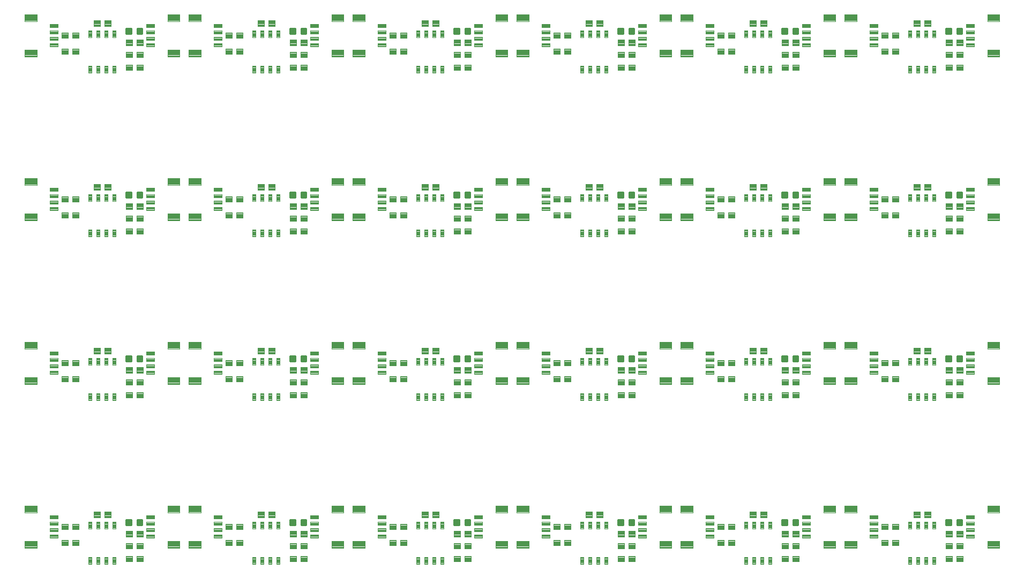
<source format=gtp>
G04 EAGLE Gerber RS-274X export*
G75*
%MOMM*%
%FSLAX34Y34*%
%LPD*%
%INSolderpaste Top*%
%IPPOS*%
%AMOC8*
5,1,8,0,0,1.08239X$1,22.5*%
G01*
%ADD10C,0.100000*%
%ADD11C,0.300000*%
%ADD12C,0.096000*%
%ADD13C,0.102000*%


D10*
X123500Y103450D02*
X113500Y103450D01*
X113500Y112450D01*
X123500Y112450D01*
X123500Y103450D01*
X123500Y104400D02*
X113500Y104400D01*
X113500Y105350D02*
X123500Y105350D01*
X123500Y106300D02*
X113500Y106300D01*
X113500Y107250D02*
X123500Y107250D01*
X123500Y108200D02*
X113500Y108200D01*
X113500Y109150D02*
X123500Y109150D01*
X123500Y110100D02*
X113500Y110100D01*
X113500Y111050D02*
X123500Y111050D01*
X123500Y112000D02*
X113500Y112000D01*
X130500Y103450D02*
X140500Y103450D01*
X130500Y103450D02*
X130500Y112450D01*
X140500Y112450D01*
X140500Y103450D01*
X140500Y104400D02*
X130500Y104400D01*
X130500Y105350D02*
X140500Y105350D01*
X140500Y106300D02*
X130500Y106300D01*
X130500Y107250D02*
X140500Y107250D01*
X140500Y108200D02*
X130500Y108200D01*
X130500Y109150D02*
X140500Y109150D01*
X140500Y110100D02*
X130500Y110100D01*
X130500Y111050D02*
X140500Y111050D01*
X140500Y112000D02*
X130500Y112000D01*
D11*
X172530Y98750D02*
X172530Y91750D01*
X165530Y91750D01*
X165530Y98750D01*
X172530Y98750D01*
X172530Y94600D02*
X165530Y94600D01*
X165530Y97450D02*
X172530Y97450D01*
X190070Y98750D02*
X190070Y91750D01*
X183070Y91750D01*
X183070Y98750D01*
X190070Y98750D01*
X190070Y94600D02*
X183070Y94600D01*
X183070Y97450D02*
X190070Y97450D01*
D12*
X249470Y66420D02*
X249470Y55380D01*
X230430Y55380D01*
X230430Y66420D01*
X249470Y66420D01*
X249470Y56292D02*
X230430Y56292D01*
X230430Y57204D02*
X249470Y57204D01*
X249470Y58116D02*
X230430Y58116D01*
X230430Y59028D02*
X249470Y59028D01*
X249470Y59940D02*
X230430Y59940D01*
X230430Y60852D02*
X249470Y60852D01*
X249470Y61764D02*
X230430Y61764D01*
X230430Y62676D02*
X249470Y62676D01*
X249470Y63588D02*
X230430Y63588D01*
X230430Y64500D02*
X249470Y64500D01*
X249470Y65412D02*
X230430Y65412D01*
X230430Y66324D02*
X249470Y66324D01*
X249470Y111380D02*
X249470Y122420D01*
X249470Y111380D02*
X230430Y111380D01*
X230430Y122420D01*
X249470Y122420D01*
X249470Y112292D02*
X230430Y112292D01*
X230430Y113204D02*
X249470Y113204D01*
X249470Y114116D02*
X230430Y114116D01*
X230430Y115028D02*
X249470Y115028D01*
X249470Y115940D02*
X230430Y115940D01*
X230430Y116852D02*
X249470Y116852D01*
X249470Y117764D02*
X230430Y117764D01*
X230430Y118676D02*
X249470Y118676D01*
X249470Y119588D02*
X230430Y119588D01*
X230430Y120500D02*
X249470Y120500D01*
X249470Y121412D02*
X230430Y121412D01*
X230430Y122324D02*
X249470Y122324D01*
D13*
X209440Y76390D02*
X209440Y71410D01*
X196960Y71410D01*
X196960Y76390D01*
X209440Y76390D01*
X209440Y72379D02*
X196960Y72379D01*
X196960Y73348D02*
X209440Y73348D01*
X209440Y74317D02*
X196960Y74317D01*
X196960Y75286D02*
X209440Y75286D01*
X209440Y76255D02*
X196960Y76255D01*
X209440Y81410D02*
X209440Y86390D01*
X209440Y81410D02*
X196960Y81410D01*
X196960Y86390D01*
X209440Y86390D01*
X209440Y82379D02*
X196960Y82379D01*
X196960Y83348D02*
X209440Y83348D01*
X209440Y84317D02*
X196960Y84317D01*
X196960Y85286D02*
X209440Y85286D01*
X209440Y86255D02*
X196960Y86255D01*
X209440Y91410D02*
X209440Y96390D01*
X209440Y91410D02*
X196960Y91410D01*
X196960Y96390D01*
X209440Y96390D01*
X209440Y92379D02*
X196960Y92379D01*
X196960Y93348D02*
X209440Y93348D01*
X209440Y94317D02*
X196960Y94317D01*
X196960Y95286D02*
X209440Y95286D01*
X209440Y96255D02*
X196960Y96255D01*
X209440Y101410D02*
X209440Y106390D01*
X209440Y101410D02*
X196960Y101410D01*
X196960Y106390D01*
X209440Y106390D01*
X209440Y102379D02*
X196960Y102379D01*
X196960Y103348D02*
X209440Y103348D01*
X209440Y104317D02*
X196960Y104317D01*
X196960Y105286D02*
X209440Y105286D01*
X209440Y106255D02*
X196960Y106255D01*
D12*
X4530Y111380D02*
X4530Y122420D01*
X23570Y122420D01*
X23570Y111380D01*
X4530Y111380D01*
X4530Y112292D02*
X23570Y112292D01*
X23570Y113204D02*
X4530Y113204D01*
X4530Y114116D02*
X23570Y114116D01*
X23570Y115028D02*
X4530Y115028D01*
X4530Y115940D02*
X23570Y115940D01*
X23570Y116852D02*
X4530Y116852D01*
X4530Y117764D02*
X23570Y117764D01*
X23570Y118676D02*
X4530Y118676D01*
X4530Y119588D02*
X23570Y119588D01*
X23570Y120500D02*
X4530Y120500D01*
X4530Y121412D02*
X23570Y121412D01*
X23570Y122324D02*
X4530Y122324D01*
X4530Y66420D02*
X4530Y55380D01*
X4530Y66420D02*
X23570Y66420D01*
X23570Y55380D01*
X4530Y55380D01*
X4530Y56292D02*
X23570Y56292D01*
X23570Y57204D02*
X4530Y57204D01*
X4530Y58116D02*
X23570Y58116D01*
X23570Y59028D02*
X4530Y59028D01*
X4530Y59940D02*
X23570Y59940D01*
X23570Y60852D02*
X4530Y60852D01*
X4530Y61764D02*
X23570Y61764D01*
X23570Y62676D02*
X4530Y62676D01*
X4530Y63588D02*
X23570Y63588D01*
X23570Y64500D02*
X4530Y64500D01*
X4530Y65412D02*
X23570Y65412D01*
X23570Y66324D02*
X4530Y66324D01*
D13*
X44560Y101410D02*
X44560Y106390D01*
X57040Y106390D01*
X57040Y101410D01*
X44560Y101410D01*
X44560Y102379D02*
X57040Y102379D01*
X57040Y103348D02*
X44560Y103348D01*
X44560Y104317D02*
X57040Y104317D01*
X57040Y105286D02*
X44560Y105286D01*
X44560Y106255D02*
X57040Y106255D01*
X44560Y96390D02*
X44560Y91410D01*
X44560Y96390D02*
X57040Y96390D01*
X57040Y91410D01*
X44560Y91410D01*
X44560Y92379D02*
X57040Y92379D01*
X57040Y93348D02*
X44560Y93348D01*
X44560Y94317D02*
X57040Y94317D01*
X57040Y95286D02*
X44560Y95286D01*
X44560Y96255D02*
X57040Y96255D01*
X44560Y86390D02*
X44560Y81410D01*
X44560Y86390D02*
X57040Y86390D01*
X57040Y81410D01*
X44560Y81410D01*
X44560Y82379D02*
X57040Y82379D01*
X57040Y83348D02*
X44560Y83348D01*
X44560Y84317D02*
X57040Y84317D01*
X57040Y85286D02*
X44560Y85286D01*
X44560Y86255D02*
X57040Y86255D01*
X44560Y76390D02*
X44560Y71410D01*
X44560Y76390D02*
X57040Y76390D01*
X57040Y71410D01*
X44560Y71410D01*
X44560Y72379D02*
X57040Y72379D01*
X57040Y73348D02*
X44560Y73348D01*
X44560Y74317D02*
X57040Y74317D01*
X57040Y75286D02*
X44560Y75286D01*
X44560Y76255D02*
X57040Y76255D01*
D10*
X79700Y68000D02*
X89700Y68000D01*
X89700Y59000D01*
X79700Y59000D01*
X79700Y68000D01*
X79700Y59950D02*
X89700Y59950D01*
X89700Y60900D02*
X79700Y60900D01*
X79700Y61850D02*
X89700Y61850D01*
X89700Y62800D02*
X79700Y62800D01*
X79700Y63750D02*
X89700Y63750D01*
X89700Y64700D02*
X79700Y64700D01*
X79700Y65650D02*
X89700Y65650D01*
X89700Y66600D02*
X79700Y66600D01*
X79700Y67550D02*
X89700Y67550D01*
X72700Y68000D02*
X62700Y68000D01*
X72700Y68000D02*
X72700Y59000D01*
X62700Y59000D01*
X62700Y68000D01*
X62700Y59950D02*
X72700Y59950D01*
X72700Y60900D02*
X62700Y60900D01*
X62700Y61850D02*
X72700Y61850D01*
X72700Y62800D02*
X62700Y62800D01*
X62700Y63750D02*
X72700Y63750D01*
X72700Y64700D02*
X62700Y64700D01*
X62700Y65650D02*
X72700Y65650D01*
X72700Y66600D02*
X62700Y66600D01*
X62700Y67550D02*
X72700Y67550D01*
X79700Y93400D02*
X89700Y93400D01*
X89700Y84400D01*
X79700Y84400D01*
X79700Y93400D01*
X79700Y85350D02*
X89700Y85350D01*
X89700Y86300D02*
X79700Y86300D01*
X79700Y87250D02*
X89700Y87250D01*
X89700Y88200D02*
X79700Y88200D01*
X79700Y89150D02*
X89700Y89150D01*
X89700Y90100D02*
X79700Y90100D01*
X79700Y91050D02*
X89700Y91050D01*
X89700Y92000D02*
X79700Y92000D01*
X79700Y92950D02*
X89700Y92950D01*
X72700Y93400D02*
X62700Y93400D01*
X72700Y93400D02*
X72700Y84400D01*
X62700Y84400D01*
X62700Y93400D01*
X62700Y85350D02*
X72700Y85350D01*
X72700Y86300D02*
X62700Y86300D01*
X62700Y87250D02*
X72700Y87250D01*
X72700Y88200D02*
X62700Y88200D01*
X62700Y89150D02*
X72700Y89150D01*
X72700Y90100D02*
X62700Y90100D01*
X62700Y91050D02*
X72700Y91050D01*
X72700Y92000D02*
X62700Y92000D01*
X62700Y92950D02*
X72700Y92950D01*
X181300Y81970D02*
X191300Y81970D01*
X191300Y72970D01*
X181300Y72970D01*
X181300Y81970D01*
X181300Y73920D02*
X191300Y73920D01*
X191300Y74870D02*
X181300Y74870D01*
X181300Y75820D02*
X191300Y75820D01*
X191300Y76770D02*
X181300Y76770D01*
X181300Y77720D02*
X191300Y77720D01*
X191300Y78670D02*
X181300Y78670D01*
X181300Y79620D02*
X191300Y79620D01*
X191300Y80570D02*
X181300Y80570D01*
X181300Y81520D02*
X191300Y81520D01*
X174300Y81970D02*
X164300Y81970D01*
X174300Y81970D02*
X174300Y72970D01*
X164300Y72970D01*
X164300Y81970D01*
X164300Y73920D02*
X174300Y73920D01*
X174300Y74870D02*
X164300Y74870D01*
X164300Y75820D02*
X174300Y75820D01*
X174300Y76770D02*
X164300Y76770D01*
X164300Y77720D02*
X174300Y77720D01*
X174300Y78670D02*
X164300Y78670D01*
X164300Y79620D02*
X174300Y79620D01*
X174300Y80570D02*
X164300Y80570D01*
X164300Y81520D02*
X174300Y81520D01*
D13*
X148540Y96990D02*
X143560Y96990D01*
X148540Y96990D02*
X148540Y86010D01*
X143560Y86010D01*
X143560Y96990D01*
X143560Y86979D02*
X148540Y86979D01*
X148540Y87948D02*
X143560Y87948D01*
X143560Y88917D02*
X148540Y88917D01*
X148540Y89886D02*
X143560Y89886D01*
X143560Y90855D02*
X148540Y90855D01*
X148540Y91824D02*
X143560Y91824D01*
X143560Y92793D02*
X148540Y92793D01*
X148540Y93762D02*
X143560Y93762D01*
X143560Y94731D02*
X148540Y94731D01*
X148540Y95700D02*
X143560Y95700D01*
X143560Y96669D02*
X148540Y96669D01*
X135840Y96990D02*
X130860Y96990D01*
X135840Y96990D02*
X135840Y86010D01*
X130860Y86010D01*
X130860Y96990D01*
X130860Y86979D02*
X135840Y86979D01*
X135840Y87948D02*
X130860Y87948D01*
X130860Y88917D02*
X135840Y88917D01*
X135840Y89886D02*
X130860Y89886D01*
X130860Y90855D02*
X135840Y90855D01*
X135840Y91824D02*
X130860Y91824D01*
X130860Y92793D02*
X135840Y92793D01*
X135840Y93762D02*
X130860Y93762D01*
X130860Y94731D02*
X135840Y94731D01*
X135840Y95700D02*
X130860Y95700D01*
X130860Y96669D02*
X135840Y96669D01*
X123140Y96990D02*
X118160Y96990D01*
X123140Y96990D02*
X123140Y86010D01*
X118160Y86010D01*
X118160Y96990D01*
X118160Y86979D02*
X123140Y86979D01*
X123140Y87948D02*
X118160Y87948D01*
X118160Y88917D02*
X123140Y88917D01*
X123140Y89886D02*
X118160Y89886D01*
X118160Y90855D02*
X123140Y90855D01*
X123140Y91824D02*
X118160Y91824D01*
X118160Y92793D02*
X123140Y92793D01*
X123140Y93762D02*
X118160Y93762D01*
X118160Y94731D02*
X123140Y94731D01*
X123140Y95700D02*
X118160Y95700D01*
X118160Y96669D02*
X123140Y96669D01*
X110440Y96990D02*
X105460Y96990D01*
X110440Y96990D02*
X110440Y86010D01*
X105460Y86010D01*
X105460Y96990D01*
X105460Y86979D02*
X110440Y86979D01*
X110440Y87948D02*
X105460Y87948D01*
X105460Y88917D02*
X110440Y88917D01*
X110440Y89886D02*
X105460Y89886D01*
X105460Y90855D02*
X110440Y90855D01*
X110440Y91824D02*
X105460Y91824D01*
X105460Y92793D02*
X110440Y92793D01*
X110440Y93762D02*
X105460Y93762D01*
X105460Y94731D02*
X110440Y94731D01*
X110440Y95700D02*
X105460Y95700D01*
X105460Y96669D02*
X110440Y96669D01*
X110440Y40990D02*
X105460Y40990D01*
X110440Y40990D02*
X110440Y30010D01*
X105460Y30010D01*
X105460Y40990D01*
X105460Y30979D02*
X110440Y30979D01*
X110440Y31948D02*
X105460Y31948D01*
X105460Y32917D02*
X110440Y32917D01*
X110440Y33886D02*
X105460Y33886D01*
X105460Y34855D02*
X110440Y34855D01*
X110440Y35824D02*
X105460Y35824D01*
X105460Y36793D02*
X110440Y36793D01*
X110440Y37762D02*
X105460Y37762D01*
X105460Y38731D02*
X110440Y38731D01*
X110440Y39700D02*
X105460Y39700D01*
X105460Y40669D02*
X110440Y40669D01*
X118160Y40990D02*
X123140Y40990D01*
X123140Y30010D01*
X118160Y30010D01*
X118160Y40990D01*
X118160Y30979D02*
X123140Y30979D01*
X123140Y31948D02*
X118160Y31948D01*
X118160Y32917D02*
X123140Y32917D01*
X123140Y33886D02*
X118160Y33886D01*
X118160Y34855D02*
X123140Y34855D01*
X123140Y35824D02*
X118160Y35824D01*
X118160Y36793D02*
X123140Y36793D01*
X123140Y37762D02*
X118160Y37762D01*
X118160Y38731D02*
X123140Y38731D01*
X123140Y39700D02*
X118160Y39700D01*
X118160Y40669D02*
X123140Y40669D01*
X130860Y40990D02*
X135840Y40990D01*
X135840Y30010D01*
X130860Y30010D01*
X130860Y40990D01*
X130860Y30979D02*
X135840Y30979D01*
X135840Y31948D02*
X130860Y31948D01*
X130860Y32917D02*
X135840Y32917D01*
X135840Y33886D02*
X130860Y33886D01*
X130860Y34855D02*
X135840Y34855D01*
X135840Y35824D02*
X130860Y35824D01*
X130860Y36793D02*
X135840Y36793D01*
X135840Y37762D02*
X130860Y37762D01*
X130860Y38731D02*
X135840Y38731D01*
X135840Y39700D02*
X130860Y39700D01*
X130860Y40669D02*
X135840Y40669D01*
X143560Y40990D02*
X148540Y40990D01*
X148540Y30010D01*
X143560Y30010D01*
X143560Y40990D01*
X143560Y30979D02*
X148540Y30979D01*
X148540Y31948D02*
X143560Y31948D01*
X143560Y32917D02*
X148540Y32917D01*
X148540Y33886D02*
X143560Y33886D01*
X143560Y34855D02*
X148540Y34855D01*
X148540Y35824D02*
X143560Y35824D01*
X143560Y36793D02*
X148540Y36793D01*
X148540Y37762D02*
X143560Y37762D01*
X143560Y38731D02*
X148540Y38731D01*
X148540Y39700D02*
X143560Y39700D01*
X143560Y40669D02*
X148540Y40669D01*
D10*
X164300Y33600D02*
X174300Y33600D01*
X164300Y33600D02*
X164300Y42600D01*
X174300Y42600D01*
X174300Y33600D01*
X174300Y34550D02*
X164300Y34550D01*
X164300Y35500D02*
X174300Y35500D01*
X174300Y36450D02*
X164300Y36450D01*
X164300Y37400D02*
X174300Y37400D01*
X174300Y38350D02*
X164300Y38350D01*
X164300Y39300D02*
X174300Y39300D01*
X174300Y40250D02*
X164300Y40250D01*
X164300Y41200D02*
X174300Y41200D01*
X174300Y42150D02*
X164300Y42150D01*
X181300Y33600D02*
X191300Y33600D01*
X181300Y33600D02*
X181300Y42600D01*
X191300Y42600D01*
X191300Y33600D01*
X191300Y34550D02*
X181300Y34550D01*
X181300Y35500D02*
X191300Y35500D01*
X191300Y36450D02*
X181300Y36450D01*
X181300Y37400D02*
X191300Y37400D01*
X191300Y38350D02*
X181300Y38350D01*
X181300Y39300D02*
X191300Y39300D01*
X191300Y40250D02*
X181300Y40250D01*
X181300Y41200D02*
X191300Y41200D01*
X191300Y42150D02*
X181300Y42150D01*
X174300Y53920D02*
X164300Y53920D01*
X164300Y62920D01*
X174300Y62920D01*
X174300Y53920D01*
X174300Y54870D02*
X164300Y54870D01*
X164300Y55820D02*
X174300Y55820D01*
X174300Y56770D02*
X164300Y56770D01*
X164300Y57720D02*
X174300Y57720D01*
X174300Y58670D02*
X164300Y58670D01*
X164300Y59620D02*
X174300Y59620D01*
X174300Y60570D02*
X164300Y60570D01*
X164300Y61520D02*
X174300Y61520D01*
X174300Y62470D02*
X164300Y62470D01*
X181300Y53920D02*
X191300Y53920D01*
X181300Y53920D02*
X181300Y62920D01*
X191300Y62920D01*
X191300Y53920D01*
X191300Y54870D02*
X181300Y54870D01*
X181300Y55820D02*
X191300Y55820D01*
X191300Y56770D02*
X181300Y56770D01*
X181300Y57720D02*
X191300Y57720D01*
X191300Y58670D02*
X181300Y58670D01*
X181300Y59620D02*
X191300Y59620D01*
X191300Y60570D02*
X181300Y60570D01*
X181300Y61520D02*
X191300Y61520D01*
X191300Y62470D02*
X181300Y62470D01*
X372580Y103450D02*
X382580Y103450D01*
X372580Y103450D02*
X372580Y112450D01*
X382580Y112450D01*
X382580Y103450D01*
X382580Y104400D02*
X372580Y104400D01*
X372580Y105350D02*
X382580Y105350D01*
X382580Y106300D02*
X372580Y106300D01*
X372580Y107250D02*
X382580Y107250D01*
X382580Y108200D02*
X372580Y108200D01*
X372580Y109150D02*
X382580Y109150D01*
X382580Y110100D02*
X372580Y110100D01*
X372580Y111050D02*
X382580Y111050D01*
X382580Y112000D02*
X372580Y112000D01*
X389580Y103450D02*
X399580Y103450D01*
X389580Y103450D02*
X389580Y112450D01*
X399580Y112450D01*
X399580Y103450D01*
X399580Y104400D02*
X389580Y104400D01*
X389580Y105350D02*
X399580Y105350D01*
X399580Y106300D02*
X389580Y106300D01*
X389580Y107250D02*
X399580Y107250D01*
X399580Y108200D02*
X389580Y108200D01*
X389580Y109150D02*
X399580Y109150D01*
X399580Y110100D02*
X389580Y110100D01*
X389580Y111050D02*
X399580Y111050D01*
X399580Y112000D02*
X389580Y112000D01*
D11*
X431610Y98750D02*
X431610Y91750D01*
X424610Y91750D01*
X424610Y98750D01*
X431610Y98750D01*
X431610Y94600D02*
X424610Y94600D01*
X424610Y97450D02*
X431610Y97450D01*
X449150Y98750D02*
X449150Y91750D01*
X442150Y91750D01*
X442150Y98750D01*
X449150Y98750D01*
X449150Y94600D02*
X442150Y94600D01*
X442150Y97450D02*
X449150Y97450D01*
D12*
X508550Y66420D02*
X508550Y55380D01*
X489510Y55380D01*
X489510Y66420D01*
X508550Y66420D01*
X508550Y56292D02*
X489510Y56292D01*
X489510Y57204D02*
X508550Y57204D01*
X508550Y58116D02*
X489510Y58116D01*
X489510Y59028D02*
X508550Y59028D01*
X508550Y59940D02*
X489510Y59940D01*
X489510Y60852D02*
X508550Y60852D01*
X508550Y61764D02*
X489510Y61764D01*
X489510Y62676D02*
X508550Y62676D01*
X508550Y63588D02*
X489510Y63588D01*
X489510Y64500D02*
X508550Y64500D01*
X508550Y65412D02*
X489510Y65412D01*
X489510Y66324D02*
X508550Y66324D01*
X508550Y111380D02*
X508550Y122420D01*
X508550Y111380D02*
X489510Y111380D01*
X489510Y122420D01*
X508550Y122420D01*
X508550Y112292D02*
X489510Y112292D01*
X489510Y113204D02*
X508550Y113204D01*
X508550Y114116D02*
X489510Y114116D01*
X489510Y115028D02*
X508550Y115028D01*
X508550Y115940D02*
X489510Y115940D01*
X489510Y116852D02*
X508550Y116852D01*
X508550Y117764D02*
X489510Y117764D01*
X489510Y118676D02*
X508550Y118676D01*
X508550Y119588D02*
X489510Y119588D01*
X489510Y120500D02*
X508550Y120500D01*
X508550Y121412D02*
X489510Y121412D01*
X489510Y122324D02*
X508550Y122324D01*
D13*
X468520Y76390D02*
X468520Y71410D01*
X456040Y71410D01*
X456040Y76390D01*
X468520Y76390D01*
X468520Y72379D02*
X456040Y72379D01*
X456040Y73348D02*
X468520Y73348D01*
X468520Y74317D02*
X456040Y74317D01*
X456040Y75286D02*
X468520Y75286D01*
X468520Y76255D02*
X456040Y76255D01*
X468520Y81410D02*
X468520Y86390D01*
X468520Y81410D02*
X456040Y81410D01*
X456040Y86390D01*
X468520Y86390D01*
X468520Y82379D02*
X456040Y82379D01*
X456040Y83348D02*
X468520Y83348D01*
X468520Y84317D02*
X456040Y84317D01*
X456040Y85286D02*
X468520Y85286D01*
X468520Y86255D02*
X456040Y86255D01*
X468520Y91410D02*
X468520Y96390D01*
X468520Y91410D02*
X456040Y91410D01*
X456040Y96390D01*
X468520Y96390D01*
X468520Y92379D02*
X456040Y92379D01*
X456040Y93348D02*
X468520Y93348D01*
X468520Y94317D02*
X456040Y94317D01*
X456040Y95286D02*
X468520Y95286D01*
X468520Y96255D02*
X456040Y96255D01*
X468520Y101410D02*
X468520Y106390D01*
X468520Y101410D02*
X456040Y101410D01*
X456040Y106390D01*
X468520Y106390D01*
X468520Y102379D02*
X456040Y102379D01*
X456040Y103348D02*
X468520Y103348D01*
X468520Y104317D02*
X456040Y104317D01*
X456040Y105286D02*
X468520Y105286D01*
X468520Y106255D02*
X456040Y106255D01*
D12*
X263610Y111380D02*
X263610Y122420D01*
X282650Y122420D01*
X282650Y111380D01*
X263610Y111380D01*
X263610Y112292D02*
X282650Y112292D01*
X282650Y113204D02*
X263610Y113204D01*
X263610Y114116D02*
X282650Y114116D01*
X282650Y115028D02*
X263610Y115028D01*
X263610Y115940D02*
X282650Y115940D01*
X282650Y116852D02*
X263610Y116852D01*
X263610Y117764D02*
X282650Y117764D01*
X282650Y118676D02*
X263610Y118676D01*
X263610Y119588D02*
X282650Y119588D01*
X282650Y120500D02*
X263610Y120500D01*
X263610Y121412D02*
X282650Y121412D01*
X282650Y122324D02*
X263610Y122324D01*
X263610Y66420D02*
X263610Y55380D01*
X263610Y66420D02*
X282650Y66420D01*
X282650Y55380D01*
X263610Y55380D01*
X263610Y56292D02*
X282650Y56292D01*
X282650Y57204D02*
X263610Y57204D01*
X263610Y58116D02*
X282650Y58116D01*
X282650Y59028D02*
X263610Y59028D01*
X263610Y59940D02*
X282650Y59940D01*
X282650Y60852D02*
X263610Y60852D01*
X263610Y61764D02*
X282650Y61764D01*
X282650Y62676D02*
X263610Y62676D01*
X263610Y63588D02*
X282650Y63588D01*
X282650Y64500D02*
X263610Y64500D01*
X263610Y65412D02*
X282650Y65412D01*
X282650Y66324D02*
X263610Y66324D01*
D13*
X303640Y101410D02*
X303640Y106390D01*
X316120Y106390D01*
X316120Y101410D01*
X303640Y101410D01*
X303640Y102379D02*
X316120Y102379D01*
X316120Y103348D02*
X303640Y103348D01*
X303640Y104317D02*
X316120Y104317D01*
X316120Y105286D02*
X303640Y105286D01*
X303640Y106255D02*
X316120Y106255D01*
X303640Y96390D02*
X303640Y91410D01*
X303640Y96390D02*
X316120Y96390D01*
X316120Y91410D01*
X303640Y91410D01*
X303640Y92379D02*
X316120Y92379D01*
X316120Y93348D02*
X303640Y93348D01*
X303640Y94317D02*
X316120Y94317D01*
X316120Y95286D02*
X303640Y95286D01*
X303640Y96255D02*
X316120Y96255D01*
X303640Y86390D02*
X303640Y81410D01*
X303640Y86390D02*
X316120Y86390D01*
X316120Y81410D01*
X303640Y81410D01*
X303640Y82379D02*
X316120Y82379D01*
X316120Y83348D02*
X303640Y83348D01*
X303640Y84317D02*
X316120Y84317D01*
X316120Y85286D02*
X303640Y85286D01*
X303640Y86255D02*
X316120Y86255D01*
X303640Y76390D02*
X303640Y71410D01*
X303640Y76390D02*
X316120Y76390D01*
X316120Y71410D01*
X303640Y71410D01*
X303640Y72379D02*
X316120Y72379D01*
X316120Y73348D02*
X303640Y73348D01*
X303640Y74317D02*
X316120Y74317D01*
X316120Y75286D02*
X303640Y75286D01*
X303640Y76255D02*
X316120Y76255D01*
D10*
X338780Y68000D02*
X348780Y68000D01*
X348780Y59000D01*
X338780Y59000D01*
X338780Y68000D01*
X338780Y59950D02*
X348780Y59950D01*
X348780Y60900D02*
X338780Y60900D01*
X338780Y61850D02*
X348780Y61850D01*
X348780Y62800D02*
X338780Y62800D01*
X338780Y63750D02*
X348780Y63750D01*
X348780Y64700D02*
X338780Y64700D01*
X338780Y65650D02*
X348780Y65650D01*
X348780Y66600D02*
X338780Y66600D01*
X338780Y67550D02*
X348780Y67550D01*
X331780Y68000D02*
X321780Y68000D01*
X331780Y68000D02*
X331780Y59000D01*
X321780Y59000D01*
X321780Y68000D01*
X321780Y59950D02*
X331780Y59950D01*
X331780Y60900D02*
X321780Y60900D01*
X321780Y61850D02*
X331780Y61850D01*
X331780Y62800D02*
X321780Y62800D01*
X321780Y63750D02*
X331780Y63750D01*
X331780Y64700D02*
X321780Y64700D01*
X321780Y65650D02*
X331780Y65650D01*
X331780Y66600D02*
X321780Y66600D01*
X321780Y67550D02*
X331780Y67550D01*
X338780Y93400D02*
X348780Y93400D01*
X348780Y84400D01*
X338780Y84400D01*
X338780Y93400D01*
X338780Y85350D02*
X348780Y85350D01*
X348780Y86300D02*
X338780Y86300D01*
X338780Y87250D02*
X348780Y87250D01*
X348780Y88200D02*
X338780Y88200D01*
X338780Y89150D02*
X348780Y89150D01*
X348780Y90100D02*
X338780Y90100D01*
X338780Y91050D02*
X348780Y91050D01*
X348780Y92000D02*
X338780Y92000D01*
X338780Y92950D02*
X348780Y92950D01*
X331780Y93400D02*
X321780Y93400D01*
X331780Y93400D02*
X331780Y84400D01*
X321780Y84400D01*
X321780Y93400D01*
X321780Y85350D02*
X331780Y85350D01*
X331780Y86300D02*
X321780Y86300D01*
X321780Y87250D02*
X331780Y87250D01*
X331780Y88200D02*
X321780Y88200D01*
X321780Y89150D02*
X331780Y89150D01*
X331780Y90100D02*
X321780Y90100D01*
X321780Y91050D02*
X331780Y91050D01*
X331780Y92000D02*
X321780Y92000D01*
X321780Y92950D02*
X331780Y92950D01*
X440380Y81970D02*
X450380Y81970D01*
X450380Y72970D01*
X440380Y72970D01*
X440380Y81970D01*
X440380Y73920D02*
X450380Y73920D01*
X450380Y74870D02*
X440380Y74870D01*
X440380Y75820D02*
X450380Y75820D01*
X450380Y76770D02*
X440380Y76770D01*
X440380Y77720D02*
X450380Y77720D01*
X450380Y78670D02*
X440380Y78670D01*
X440380Y79620D02*
X450380Y79620D01*
X450380Y80570D02*
X440380Y80570D01*
X440380Y81520D02*
X450380Y81520D01*
X433380Y81970D02*
X423380Y81970D01*
X433380Y81970D02*
X433380Y72970D01*
X423380Y72970D01*
X423380Y81970D01*
X423380Y73920D02*
X433380Y73920D01*
X433380Y74870D02*
X423380Y74870D01*
X423380Y75820D02*
X433380Y75820D01*
X433380Y76770D02*
X423380Y76770D01*
X423380Y77720D02*
X433380Y77720D01*
X433380Y78670D02*
X423380Y78670D01*
X423380Y79620D02*
X433380Y79620D01*
X433380Y80570D02*
X423380Y80570D01*
X423380Y81520D02*
X433380Y81520D01*
D13*
X407620Y96990D02*
X402640Y96990D01*
X407620Y96990D02*
X407620Y86010D01*
X402640Y86010D01*
X402640Y96990D01*
X402640Y86979D02*
X407620Y86979D01*
X407620Y87948D02*
X402640Y87948D01*
X402640Y88917D02*
X407620Y88917D01*
X407620Y89886D02*
X402640Y89886D01*
X402640Y90855D02*
X407620Y90855D01*
X407620Y91824D02*
X402640Y91824D01*
X402640Y92793D02*
X407620Y92793D01*
X407620Y93762D02*
X402640Y93762D01*
X402640Y94731D02*
X407620Y94731D01*
X407620Y95700D02*
X402640Y95700D01*
X402640Y96669D02*
X407620Y96669D01*
X394920Y96990D02*
X389940Y96990D01*
X394920Y96990D02*
X394920Y86010D01*
X389940Y86010D01*
X389940Y96990D01*
X389940Y86979D02*
X394920Y86979D01*
X394920Y87948D02*
X389940Y87948D01*
X389940Y88917D02*
X394920Y88917D01*
X394920Y89886D02*
X389940Y89886D01*
X389940Y90855D02*
X394920Y90855D01*
X394920Y91824D02*
X389940Y91824D01*
X389940Y92793D02*
X394920Y92793D01*
X394920Y93762D02*
X389940Y93762D01*
X389940Y94731D02*
X394920Y94731D01*
X394920Y95700D02*
X389940Y95700D01*
X389940Y96669D02*
X394920Y96669D01*
X382220Y96990D02*
X377240Y96990D01*
X382220Y96990D02*
X382220Y86010D01*
X377240Y86010D01*
X377240Y96990D01*
X377240Y86979D02*
X382220Y86979D01*
X382220Y87948D02*
X377240Y87948D01*
X377240Y88917D02*
X382220Y88917D01*
X382220Y89886D02*
X377240Y89886D01*
X377240Y90855D02*
X382220Y90855D01*
X382220Y91824D02*
X377240Y91824D01*
X377240Y92793D02*
X382220Y92793D01*
X382220Y93762D02*
X377240Y93762D01*
X377240Y94731D02*
X382220Y94731D01*
X382220Y95700D02*
X377240Y95700D01*
X377240Y96669D02*
X382220Y96669D01*
X369520Y96990D02*
X364540Y96990D01*
X369520Y96990D02*
X369520Y86010D01*
X364540Y86010D01*
X364540Y96990D01*
X364540Y86979D02*
X369520Y86979D01*
X369520Y87948D02*
X364540Y87948D01*
X364540Y88917D02*
X369520Y88917D01*
X369520Y89886D02*
X364540Y89886D01*
X364540Y90855D02*
X369520Y90855D01*
X369520Y91824D02*
X364540Y91824D01*
X364540Y92793D02*
X369520Y92793D01*
X369520Y93762D02*
X364540Y93762D01*
X364540Y94731D02*
X369520Y94731D01*
X369520Y95700D02*
X364540Y95700D01*
X364540Y96669D02*
X369520Y96669D01*
X369520Y40990D02*
X364540Y40990D01*
X369520Y40990D02*
X369520Y30010D01*
X364540Y30010D01*
X364540Y40990D01*
X364540Y30979D02*
X369520Y30979D01*
X369520Y31948D02*
X364540Y31948D01*
X364540Y32917D02*
X369520Y32917D01*
X369520Y33886D02*
X364540Y33886D01*
X364540Y34855D02*
X369520Y34855D01*
X369520Y35824D02*
X364540Y35824D01*
X364540Y36793D02*
X369520Y36793D01*
X369520Y37762D02*
X364540Y37762D01*
X364540Y38731D02*
X369520Y38731D01*
X369520Y39700D02*
X364540Y39700D01*
X364540Y40669D02*
X369520Y40669D01*
X377240Y40990D02*
X382220Y40990D01*
X382220Y30010D01*
X377240Y30010D01*
X377240Y40990D01*
X377240Y30979D02*
X382220Y30979D01*
X382220Y31948D02*
X377240Y31948D01*
X377240Y32917D02*
X382220Y32917D01*
X382220Y33886D02*
X377240Y33886D01*
X377240Y34855D02*
X382220Y34855D01*
X382220Y35824D02*
X377240Y35824D01*
X377240Y36793D02*
X382220Y36793D01*
X382220Y37762D02*
X377240Y37762D01*
X377240Y38731D02*
X382220Y38731D01*
X382220Y39700D02*
X377240Y39700D01*
X377240Y40669D02*
X382220Y40669D01*
X389940Y40990D02*
X394920Y40990D01*
X394920Y30010D01*
X389940Y30010D01*
X389940Y40990D01*
X389940Y30979D02*
X394920Y30979D01*
X394920Y31948D02*
X389940Y31948D01*
X389940Y32917D02*
X394920Y32917D01*
X394920Y33886D02*
X389940Y33886D01*
X389940Y34855D02*
X394920Y34855D01*
X394920Y35824D02*
X389940Y35824D01*
X389940Y36793D02*
X394920Y36793D01*
X394920Y37762D02*
X389940Y37762D01*
X389940Y38731D02*
X394920Y38731D01*
X394920Y39700D02*
X389940Y39700D01*
X389940Y40669D02*
X394920Y40669D01*
X402640Y40990D02*
X407620Y40990D01*
X407620Y30010D01*
X402640Y30010D01*
X402640Y40990D01*
X402640Y30979D02*
X407620Y30979D01*
X407620Y31948D02*
X402640Y31948D01*
X402640Y32917D02*
X407620Y32917D01*
X407620Y33886D02*
X402640Y33886D01*
X402640Y34855D02*
X407620Y34855D01*
X407620Y35824D02*
X402640Y35824D01*
X402640Y36793D02*
X407620Y36793D01*
X407620Y37762D02*
X402640Y37762D01*
X402640Y38731D02*
X407620Y38731D01*
X407620Y39700D02*
X402640Y39700D01*
X402640Y40669D02*
X407620Y40669D01*
D10*
X423380Y33600D02*
X433380Y33600D01*
X423380Y33600D02*
X423380Y42600D01*
X433380Y42600D01*
X433380Y33600D01*
X433380Y34550D02*
X423380Y34550D01*
X423380Y35500D02*
X433380Y35500D01*
X433380Y36450D02*
X423380Y36450D01*
X423380Y37400D02*
X433380Y37400D01*
X433380Y38350D02*
X423380Y38350D01*
X423380Y39300D02*
X433380Y39300D01*
X433380Y40250D02*
X423380Y40250D01*
X423380Y41200D02*
X433380Y41200D01*
X433380Y42150D02*
X423380Y42150D01*
X440380Y33600D02*
X450380Y33600D01*
X440380Y33600D02*
X440380Y42600D01*
X450380Y42600D01*
X450380Y33600D01*
X450380Y34550D02*
X440380Y34550D01*
X440380Y35500D02*
X450380Y35500D01*
X450380Y36450D02*
X440380Y36450D01*
X440380Y37400D02*
X450380Y37400D01*
X450380Y38350D02*
X440380Y38350D01*
X440380Y39300D02*
X450380Y39300D01*
X450380Y40250D02*
X440380Y40250D01*
X440380Y41200D02*
X450380Y41200D01*
X450380Y42150D02*
X440380Y42150D01*
X433380Y53920D02*
X423380Y53920D01*
X423380Y62920D01*
X433380Y62920D01*
X433380Y53920D01*
X433380Y54870D02*
X423380Y54870D01*
X423380Y55820D02*
X433380Y55820D01*
X433380Y56770D02*
X423380Y56770D01*
X423380Y57720D02*
X433380Y57720D01*
X433380Y58670D02*
X423380Y58670D01*
X423380Y59620D02*
X433380Y59620D01*
X433380Y60570D02*
X423380Y60570D01*
X423380Y61520D02*
X433380Y61520D01*
X433380Y62470D02*
X423380Y62470D01*
X440380Y53920D02*
X450380Y53920D01*
X440380Y53920D02*
X440380Y62920D01*
X450380Y62920D01*
X450380Y53920D01*
X450380Y54870D02*
X440380Y54870D01*
X440380Y55820D02*
X450380Y55820D01*
X450380Y56770D02*
X440380Y56770D01*
X440380Y57720D02*
X450380Y57720D01*
X450380Y58670D02*
X440380Y58670D01*
X440380Y59620D02*
X450380Y59620D01*
X450380Y60570D02*
X440380Y60570D01*
X440380Y61520D02*
X450380Y61520D01*
X450380Y62470D02*
X440380Y62470D01*
X631660Y103450D02*
X641660Y103450D01*
X631660Y103450D02*
X631660Y112450D01*
X641660Y112450D01*
X641660Y103450D01*
X641660Y104400D02*
X631660Y104400D01*
X631660Y105350D02*
X641660Y105350D01*
X641660Y106300D02*
X631660Y106300D01*
X631660Y107250D02*
X641660Y107250D01*
X641660Y108200D02*
X631660Y108200D01*
X631660Y109150D02*
X641660Y109150D01*
X641660Y110100D02*
X631660Y110100D01*
X631660Y111050D02*
X641660Y111050D01*
X641660Y112000D02*
X631660Y112000D01*
X648660Y103450D02*
X658660Y103450D01*
X648660Y103450D02*
X648660Y112450D01*
X658660Y112450D01*
X658660Y103450D01*
X658660Y104400D02*
X648660Y104400D01*
X648660Y105350D02*
X658660Y105350D01*
X658660Y106300D02*
X648660Y106300D01*
X648660Y107250D02*
X658660Y107250D01*
X658660Y108200D02*
X648660Y108200D01*
X648660Y109150D02*
X658660Y109150D01*
X658660Y110100D02*
X648660Y110100D01*
X648660Y111050D02*
X658660Y111050D01*
X658660Y112000D02*
X648660Y112000D01*
D11*
X690690Y98750D02*
X690690Y91750D01*
X683690Y91750D01*
X683690Y98750D01*
X690690Y98750D01*
X690690Y94600D02*
X683690Y94600D01*
X683690Y97450D02*
X690690Y97450D01*
X708230Y98750D02*
X708230Y91750D01*
X701230Y91750D01*
X701230Y98750D01*
X708230Y98750D01*
X708230Y94600D02*
X701230Y94600D01*
X701230Y97450D02*
X708230Y97450D01*
D12*
X767630Y66420D02*
X767630Y55380D01*
X748590Y55380D01*
X748590Y66420D01*
X767630Y66420D01*
X767630Y56292D02*
X748590Y56292D01*
X748590Y57204D02*
X767630Y57204D01*
X767630Y58116D02*
X748590Y58116D01*
X748590Y59028D02*
X767630Y59028D01*
X767630Y59940D02*
X748590Y59940D01*
X748590Y60852D02*
X767630Y60852D01*
X767630Y61764D02*
X748590Y61764D01*
X748590Y62676D02*
X767630Y62676D01*
X767630Y63588D02*
X748590Y63588D01*
X748590Y64500D02*
X767630Y64500D01*
X767630Y65412D02*
X748590Y65412D01*
X748590Y66324D02*
X767630Y66324D01*
X767630Y111380D02*
X767630Y122420D01*
X767630Y111380D02*
X748590Y111380D01*
X748590Y122420D01*
X767630Y122420D01*
X767630Y112292D02*
X748590Y112292D01*
X748590Y113204D02*
X767630Y113204D01*
X767630Y114116D02*
X748590Y114116D01*
X748590Y115028D02*
X767630Y115028D01*
X767630Y115940D02*
X748590Y115940D01*
X748590Y116852D02*
X767630Y116852D01*
X767630Y117764D02*
X748590Y117764D01*
X748590Y118676D02*
X767630Y118676D01*
X767630Y119588D02*
X748590Y119588D01*
X748590Y120500D02*
X767630Y120500D01*
X767630Y121412D02*
X748590Y121412D01*
X748590Y122324D02*
X767630Y122324D01*
D13*
X727600Y76390D02*
X727600Y71410D01*
X715120Y71410D01*
X715120Y76390D01*
X727600Y76390D01*
X727600Y72379D02*
X715120Y72379D01*
X715120Y73348D02*
X727600Y73348D01*
X727600Y74317D02*
X715120Y74317D01*
X715120Y75286D02*
X727600Y75286D01*
X727600Y76255D02*
X715120Y76255D01*
X727600Y81410D02*
X727600Y86390D01*
X727600Y81410D02*
X715120Y81410D01*
X715120Y86390D01*
X727600Y86390D01*
X727600Y82379D02*
X715120Y82379D01*
X715120Y83348D02*
X727600Y83348D01*
X727600Y84317D02*
X715120Y84317D01*
X715120Y85286D02*
X727600Y85286D01*
X727600Y86255D02*
X715120Y86255D01*
X727600Y91410D02*
X727600Y96390D01*
X727600Y91410D02*
X715120Y91410D01*
X715120Y96390D01*
X727600Y96390D01*
X727600Y92379D02*
X715120Y92379D01*
X715120Y93348D02*
X727600Y93348D01*
X727600Y94317D02*
X715120Y94317D01*
X715120Y95286D02*
X727600Y95286D01*
X727600Y96255D02*
X715120Y96255D01*
X727600Y101410D02*
X727600Y106390D01*
X727600Y101410D02*
X715120Y101410D01*
X715120Y106390D01*
X727600Y106390D01*
X727600Y102379D02*
X715120Y102379D01*
X715120Y103348D02*
X727600Y103348D01*
X727600Y104317D02*
X715120Y104317D01*
X715120Y105286D02*
X727600Y105286D01*
X727600Y106255D02*
X715120Y106255D01*
D12*
X522690Y111380D02*
X522690Y122420D01*
X541730Y122420D01*
X541730Y111380D01*
X522690Y111380D01*
X522690Y112292D02*
X541730Y112292D01*
X541730Y113204D02*
X522690Y113204D01*
X522690Y114116D02*
X541730Y114116D01*
X541730Y115028D02*
X522690Y115028D01*
X522690Y115940D02*
X541730Y115940D01*
X541730Y116852D02*
X522690Y116852D01*
X522690Y117764D02*
X541730Y117764D01*
X541730Y118676D02*
X522690Y118676D01*
X522690Y119588D02*
X541730Y119588D01*
X541730Y120500D02*
X522690Y120500D01*
X522690Y121412D02*
X541730Y121412D01*
X541730Y122324D02*
X522690Y122324D01*
X522690Y66420D02*
X522690Y55380D01*
X522690Y66420D02*
X541730Y66420D01*
X541730Y55380D01*
X522690Y55380D01*
X522690Y56292D02*
X541730Y56292D01*
X541730Y57204D02*
X522690Y57204D01*
X522690Y58116D02*
X541730Y58116D01*
X541730Y59028D02*
X522690Y59028D01*
X522690Y59940D02*
X541730Y59940D01*
X541730Y60852D02*
X522690Y60852D01*
X522690Y61764D02*
X541730Y61764D01*
X541730Y62676D02*
X522690Y62676D01*
X522690Y63588D02*
X541730Y63588D01*
X541730Y64500D02*
X522690Y64500D01*
X522690Y65412D02*
X541730Y65412D01*
X541730Y66324D02*
X522690Y66324D01*
D13*
X562720Y101410D02*
X562720Y106390D01*
X575200Y106390D01*
X575200Y101410D01*
X562720Y101410D01*
X562720Y102379D02*
X575200Y102379D01*
X575200Y103348D02*
X562720Y103348D01*
X562720Y104317D02*
X575200Y104317D01*
X575200Y105286D02*
X562720Y105286D01*
X562720Y106255D02*
X575200Y106255D01*
X562720Y96390D02*
X562720Y91410D01*
X562720Y96390D02*
X575200Y96390D01*
X575200Y91410D01*
X562720Y91410D01*
X562720Y92379D02*
X575200Y92379D01*
X575200Y93348D02*
X562720Y93348D01*
X562720Y94317D02*
X575200Y94317D01*
X575200Y95286D02*
X562720Y95286D01*
X562720Y96255D02*
X575200Y96255D01*
X562720Y86390D02*
X562720Y81410D01*
X562720Y86390D02*
X575200Y86390D01*
X575200Y81410D01*
X562720Y81410D01*
X562720Y82379D02*
X575200Y82379D01*
X575200Y83348D02*
X562720Y83348D01*
X562720Y84317D02*
X575200Y84317D01*
X575200Y85286D02*
X562720Y85286D01*
X562720Y86255D02*
X575200Y86255D01*
X562720Y76390D02*
X562720Y71410D01*
X562720Y76390D02*
X575200Y76390D01*
X575200Y71410D01*
X562720Y71410D01*
X562720Y72379D02*
X575200Y72379D01*
X575200Y73348D02*
X562720Y73348D01*
X562720Y74317D02*
X575200Y74317D01*
X575200Y75286D02*
X562720Y75286D01*
X562720Y76255D02*
X575200Y76255D01*
D10*
X597860Y68000D02*
X607860Y68000D01*
X607860Y59000D01*
X597860Y59000D01*
X597860Y68000D01*
X597860Y59950D02*
X607860Y59950D01*
X607860Y60900D02*
X597860Y60900D01*
X597860Y61850D02*
X607860Y61850D01*
X607860Y62800D02*
X597860Y62800D01*
X597860Y63750D02*
X607860Y63750D01*
X607860Y64700D02*
X597860Y64700D01*
X597860Y65650D02*
X607860Y65650D01*
X607860Y66600D02*
X597860Y66600D01*
X597860Y67550D02*
X607860Y67550D01*
X590860Y68000D02*
X580860Y68000D01*
X590860Y68000D02*
X590860Y59000D01*
X580860Y59000D01*
X580860Y68000D01*
X580860Y59950D02*
X590860Y59950D01*
X590860Y60900D02*
X580860Y60900D01*
X580860Y61850D02*
X590860Y61850D01*
X590860Y62800D02*
X580860Y62800D01*
X580860Y63750D02*
X590860Y63750D01*
X590860Y64700D02*
X580860Y64700D01*
X580860Y65650D02*
X590860Y65650D01*
X590860Y66600D02*
X580860Y66600D01*
X580860Y67550D02*
X590860Y67550D01*
X597860Y93400D02*
X607860Y93400D01*
X607860Y84400D01*
X597860Y84400D01*
X597860Y93400D01*
X597860Y85350D02*
X607860Y85350D01*
X607860Y86300D02*
X597860Y86300D01*
X597860Y87250D02*
X607860Y87250D01*
X607860Y88200D02*
X597860Y88200D01*
X597860Y89150D02*
X607860Y89150D01*
X607860Y90100D02*
X597860Y90100D01*
X597860Y91050D02*
X607860Y91050D01*
X607860Y92000D02*
X597860Y92000D01*
X597860Y92950D02*
X607860Y92950D01*
X590860Y93400D02*
X580860Y93400D01*
X590860Y93400D02*
X590860Y84400D01*
X580860Y84400D01*
X580860Y93400D01*
X580860Y85350D02*
X590860Y85350D01*
X590860Y86300D02*
X580860Y86300D01*
X580860Y87250D02*
X590860Y87250D01*
X590860Y88200D02*
X580860Y88200D01*
X580860Y89150D02*
X590860Y89150D01*
X590860Y90100D02*
X580860Y90100D01*
X580860Y91050D02*
X590860Y91050D01*
X590860Y92000D02*
X580860Y92000D01*
X580860Y92950D02*
X590860Y92950D01*
X699460Y81970D02*
X709460Y81970D01*
X709460Y72970D01*
X699460Y72970D01*
X699460Y81970D01*
X699460Y73920D02*
X709460Y73920D01*
X709460Y74870D02*
X699460Y74870D01*
X699460Y75820D02*
X709460Y75820D01*
X709460Y76770D02*
X699460Y76770D01*
X699460Y77720D02*
X709460Y77720D01*
X709460Y78670D02*
X699460Y78670D01*
X699460Y79620D02*
X709460Y79620D01*
X709460Y80570D02*
X699460Y80570D01*
X699460Y81520D02*
X709460Y81520D01*
X692460Y81970D02*
X682460Y81970D01*
X692460Y81970D02*
X692460Y72970D01*
X682460Y72970D01*
X682460Y81970D01*
X682460Y73920D02*
X692460Y73920D01*
X692460Y74870D02*
X682460Y74870D01*
X682460Y75820D02*
X692460Y75820D01*
X692460Y76770D02*
X682460Y76770D01*
X682460Y77720D02*
X692460Y77720D01*
X692460Y78670D02*
X682460Y78670D01*
X682460Y79620D02*
X692460Y79620D01*
X692460Y80570D02*
X682460Y80570D01*
X682460Y81520D02*
X692460Y81520D01*
D13*
X666700Y96990D02*
X661720Y96990D01*
X666700Y96990D02*
X666700Y86010D01*
X661720Y86010D01*
X661720Y96990D01*
X661720Y86979D02*
X666700Y86979D01*
X666700Y87948D02*
X661720Y87948D01*
X661720Y88917D02*
X666700Y88917D01*
X666700Y89886D02*
X661720Y89886D01*
X661720Y90855D02*
X666700Y90855D01*
X666700Y91824D02*
X661720Y91824D01*
X661720Y92793D02*
X666700Y92793D01*
X666700Y93762D02*
X661720Y93762D01*
X661720Y94731D02*
X666700Y94731D01*
X666700Y95700D02*
X661720Y95700D01*
X661720Y96669D02*
X666700Y96669D01*
X654000Y96990D02*
X649020Y96990D01*
X654000Y96990D02*
X654000Y86010D01*
X649020Y86010D01*
X649020Y96990D01*
X649020Y86979D02*
X654000Y86979D01*
X654000Y87948D02*
X649020Y87948D01*
X649020Y88917D02*
X654000Y88917D01*
X654000Y89886D02*
X649020Y89886D01*
X649020Y90855D02*
X654000Y90855D01*
X654000Y91824D02*
X649020Y91824D01*
X649020Y92793D02*
X654000Y92793D01*
X654000Y93762D02*
X649020Y93762D01*
X649020Y94731D02*
X654000Y94731D01*
X654000Y95700D02*
X649020Y95700D01*
X649020Y96669D02*
X654000Y96669D01*
X641300Y96990D02*
X636320Y96990D01*
X641300Y96990D02*
X641300Y86010D01*
X636320Y86010D01*
X636320Y96990D01*
X636320Y86979D02*
X641300Y86979D01*
X641300Y87948D02*
X636320Y87948D01*
X636320Y88917D02*
X641300Y88917D01*
X641300Y89886D02*
X636320Y89886D01*
X636320Y90855D02*
X641300Y90855D01*
X641300Y91824D02*
X636320Y91824D01*
X636320Y92793D02*
X641300Y92793D01*
X641300Y93762D02*
X636320Y93762D01*
X636320Y94731D02*
X641300Y94731D01*
X641300Y95700D02*
X636320Y95700D01*
X636320Y96669D02*
X641300Y96669D01*
X628600Y96990D02*
X623620Y96990D01*
X628600Y96990D02*
X628600Y86010D01*
X623620Y86010D01*
X623620Y96990D01*
X623620Y86979D02*
X628600Y86979D01*
X628600Y87948D02*
X623620Y87948D01*
X623620Y88917D02*
X628600Y88917D01*
X628600Y89886D02*
X623620Y89886D01*
X623620Y90855D02*
X628600Y90855D01*
X628600Y91824D02*
X623620Y91824D01*
X623620Y92793D02*
X628600Y92793D01*
X628600Y93762D02*
X623620Y93762D01*
X623620Y94731D02*
X628600Y94731D01*
X628600Y95700D02*
X623620Y95700D01*
X623620Y96669D02*
X628600Y96669D01*
X628600Y40990D02*
X623620Y40990D01*
X628600Y40990D02*
X628600Y30010D01*
X623620Y30010D01*
X623620Y40990D01*
X623620Y30979D02*
X628600Y30979D01*
X628600Y31948D02*
X623620Y31948D01*
X623620Y32917D02*
X628600Y32917D01*
X628600Y33886D02*
X623620Y33886D01*
X623620Y34855D02*
X628600Y34855D01*
X628600Y35824D02*
X623620Y35824D01*
X623620Y36793D02*
X628600Y36793D01*
X628600Y37762D02*
X623620Y37762D01*
X623620Y38731D02*
X628600Y38731D01*
X628600Y39700D02*
X623620Y39700D01*
X623620Y40669D02*
X628600Y40669D01*
X636320Y40990D02*
X641300Y40990D01*
X641300Y30010D01*
X636320Y30010D01*
X636320Y40990D01*
X636320Y30979D02*
X641300Y30979D01*
X641300Y31948D02*
X636320Y31948D01*
X636320Y32917D02*
X641300Y32917D01*
X641300Y33886D02*
X636320Y33886D01*
X636320Y34855D02*
X641300Y34855D01*
X641300Y35824D02*
X636320Y35824D01*
X636320Y36793D02*
X641300Y36793D01*
X641300Y37762D02*
X636320Y37762D01*
X636320Y38731D02*
X641300Y38731D01*
X641300Y39700D02*
X636320Y39700D01*
X636320Y40669D02*
X641300Y40669D01*
X649020Y40990D02*
X654000Y40990D01*
X654000Y30010D01*
X649020Y30010D01*
X649020Y40990D01*
X649020Y30979D02*
X654000Y30979D01*
X654000Y31948D02*
X649020Y31948D01*
X649020Y32917D02*
X654000Y32917D01*
X654000Y33886D02*
X649020Y33886D01*
X649020Y34855D02*
X654000Y34855D01*
X654000Y35824D02*
X649020Y35824D01*
X649020Y36793D02*
X654000Y36793D01*
X654000Y37762D02*
X649020Y37762D01*
X649020Y38731D02*
X654000Y38731D01*
X654000Y39700D02*
X649020Y39700D01*
X649020Y40669D02*
X654000Y40669D01*
X661720Y40990D02*
X666700Y40990D01*
X666700Y30010D01*
X661720Y30010D01*
X661720Y40990D01*
X661720Y30979D02*
X666700Y30979D01*
X666700Y31948D02*
X661720Y31948D01*
X661720Y32917D02*
X666700Y32917D01*
X666700Y33886D02*
X661720Y33886D01*
X661720Y34855D02*
X666700Y34855D01*
X666700Y35824D02*
X661720Y35824D01*
X661720Y36793D02*
X666700Y36793D01*
X666700Y37762D02*
X661720Y37762D01*
X661720Y38731D02*
X666700Y38731D01*
X666700Y39700D02*
X661720Y39700D01*
X661720Y40669D02*
X666700Y40669D01*
D10*
X682460Y33600D02*
X692460Y33600D01*
X682460Y33600D02*
X682460Y42600D01*
X692460Y42600D01*
X692460Y33600D01*
X692460Y34550D02*
X682460Y34550D01*
X682460Y35500D02*
X692460Y35500D01*
X692460Y36450D02*
X682460Y36450D01*
X682460Y37400D02*
X692460Y37400D01*
X692460Y38350D02*
X682460Y38350D01*
X682460Y39300D02*
X692460Y39300D01*
X692460Y40250D02*
X682460Y40250D01*
X682460Y41200D02*
X692460Y41200D01*
X692460Y42150D02*
X682460Y42150D01*
X699460Y33600D02*
X709460Y33600D01*
X699460Y33600D02*
X699460Y42600D01*
X709460Y42600D01*
X709460Y33600D01*
X709460Y34550D02*
X699460Y34550D01*
X699460Y35500D02*
X709460Y35500D01*
X709460Y36450D02*
X699460Y36450D01*
X699460Y37400D02*
X709460Y37400D01*
X709460Y38350D02*
X699460Y38350D01*
X699460Y39300D02*
X709460Y39300D01*
X709460Y40250D02*
X699460Y40250D01*
X699460Y41200D02*
X709460Y41200D01*
X709460Y42150D02*
X699460Y42150D01*
X692460Y53920D02*
X682460Y53920D01*
X682460Y62920D01*
X692460Y62920D01*
X692460Y53920D01*
X692460Y54870D02*
X682460Y54870D01*
X682460Y55820D02*
X692460Y55820D01*
X692460Y56770D02*
X682460Y56770D01*
X682460Y57720D02*
X692460Y57720D01*
X692460Y58670D02*
X682460Y58670D01*
X682460Y59620D02*
X692460Y59620D01*
X692460Y60570D02*
X682460Y60570D01*
X682460Y61520D02*
X692460Y61520D01*
X692460Y62470D02*
X682460Y62470D01*
X699460Y53920D02*
X709460Y53920D01*
X699460Y53920D02*
X699460Y62920D01*
X709460Y62920D01*
X709460Y53920D01*
X709460Y54870D02*
X699460Y54870D01*
X699460Y55820D02*
X709460Y55820D01*
X709460Y56770D02*
X699460Y56770D01*
X699460Y57720D02*
X709460Y57720D01*
X709460Y58670D02*
X699460Y58670D01*
X699460Y59620D02*
X709460Y59620D01*
X709460Y60570D02*
X699460Y60570D01*
X699460Y61520D02*
X709460Y61520D01*
X709460Y62470D02*
X699460Y62470D01*
X890740Y103450D02*
X900740Y103450D01*
X890740Y103450D02*
X890740Y112450D01*
X900740Y112450D01*
X900740Y103450D01*
X900740Y104400D02*
X890740Y104400D01*
X890740Y105350D02*
X900740Y105350D01*
X900740Y106300D02*
X890740Y106300D01*
X890740Y107250D02*
X900740Y107250D01*
X900740Y108200D02*
X890740Y108200D01*
X890740Y109150D02*
X900740Y109150D01*
X900740Y110100D02*
X890740Y110100D01*
X890740Y111050D02*
X900740Y111050D01*
X900740Y112000D02*
X890740Y112000D01*
X907740Y103450D02*
X917740Y103450D01*
X907740Y103450D02*
X907740Y112450D01*
X917740Y112450D01*
X917740Y103450D01*
X917740Y104400D02*
X907740Y104400D01*
X907740Y105350D02*
X917740Y105350D01*
X917740Y106300D02*
X907740Y106300D01*
X907740Y107250D02*
X917740Y107250D01*
X917740Y108200D02*
X907740Y108200D01*
X907740Y109150D02*
X917740Y109150D01*
X917740Y110100D02*
X907740Y110100D01*
X907740Y111050D02*
X917740Y111050D01*
X917740Y112000D02*
X907740Y112000D01*
D11*
X949770Y98750D02*
X949770Y91750D01*
X942770Y91750D01*
X942770Y98750D01*
X949770Y98750D01*
X949770Y94600D02*
X942770Y94600D01*
X942770Y97450D02*
X949770Y97450D01*
X967310Y98750D02*
X967310Y91750D01*
X960310Y91750D01*
X960310Y98750D01*
X967310Y98750D01*
X967310Y94600D02*
X960310Y94600D01*
X960310Y97450D02*
X967310Y97450D01*
D12*
X1026710Y66420D02*
X1026710Y55380D01*
X1007670Y55380D01*
X1007670Y66420D01*
X1026710Y66420D01*
X1026710Y56292D02*
X1007670Y56292D01*
X1007670Y57204D02*
X1026710Y57204D01*
X1026710Y58116D02*
X1007670Y58116D01*
X1007670Y59028D02*
X1026710Y59028D01*
X1026710Y59940D02*
X1007670Y59940D01*
X1007670Y60852D02*
X1026710Y60852D01*
X1026710Y61764D02*
X1007670Y61764D01*
X1007670Y62676D02*
X1026710Y62676D01*
X1026710Y63588D02*
X1007670Y63588D01*
X1007670Y64500D02*
X1026710Y64500D01*
X1026710Y65412D02*
X1007670Y65412D01*
X1007670Y66324D02*
X1026710Y66324D01*
X1026710Y111380D02*
X1026710Y122420D01*
X1026710Y111380D02*
X1007670Y111380D01*
X1007670Y122420D01*
X1026710Y122420D01*
X1026710Y112292D02*
X1007670Y112292D01*
X1007670Y113204D02*
X1026710Y113204D01*
X1026710Y114116D02*
X1007670Y114116D01*
X1007670Y115028D02*
X1026710Y115028D01*
X1026710Y115940D02*
X1007670Y115940D01*
X1007670Y116852D02*
X1026710Y116852D01*
X1026710Y117764D02*
X1007670Y117764D01*
X1007670Y118676D02*
X1026710Y118676D01*
X1026710Y119588D02*
X1007670Y119588D01*
X1007670Y120500D02*
X1026710Y120500D01*
X1026710Y121412D02*
X1007670Y121412D01*
X1007670Y122324D02*
X1026710Y122324D01*
D13*
X986680Y76390D02*
X986680Y71410D01*
X974200Y71410D01*
X974200Y76390D01*
X986680Y76390D01*
X986680Y72379D02*
X974200Y72379D01*
X974200Y73348D02*
X986680Y73348D01*
X986680Y74317D02*
X974200Y74317D01*
X974200Y75286D02*
X986680Y75286D01*
X986680Y76255D02*
X974200Y76255D01*
X986680Y81410D02*
X986680Y86390D01*
X986680Y81410D02*
X974200Y81410D01*
X974200Y86390D01*
X986680Y86390D01*
X986680Y82379D02*
X974200Y82379D01*
X974200Y83348D02*
X986680Y83348D01*
X986680Y84317D02*
X974200Y84317D01*
X974200Y85286D02*
X986680Y85286D01*
X986680Y86255D02*
X974200Y86255D01*
X986680Y91410D02*
X986680Y96390D01*
X986680Y91410D02*
X974200Y91410D01*
X974200Y96390D01*
X986680Y96390D01*
X986680Y92379D02*
X974200Y92379D01*
X974200Y93348D02*
X986680Y93348D01*
X986680Y94317D02*
X974200Y94317D01*
X974200Y95286D02*
X986680Y95286D01*
X986680Y96255D02*
X974200Y96255D01*
X986680Y101410D02*
X986680Y106390D01*
X986680Y101410D02*
X974200Y101410D01*
X974200Y106390D01*
X986680Y106390D01*
X986680Y102379D02*
X974200Y102379D01*
X974200Y103348D02*
X986680Y103348D01*
X986680Y104317D02*
X974200Y104317D01*
X974200Y105286D02*
X986680Y105286D01*
X986680Y106255D02*
X974200Y106255D01*
D12*
X781770Y111380D02*
X781770Y122420D01*
X800810Y122420D01*
X800810Y111380D01*
X781770Y111380D01*
X781770Y112292D02*
X800810Y112292D01*
X800810Y113204D02*
X781770Y113204D01*
X781770Y114116D02*
X800810Y114116D01*
X800810Y115028D02*
X781770Y115028D01*
X781770Y115940D02*
X800810Y115940D01*
X800810Y116852D02*
X781770Y116852D01*
X781770Y117764D02*
X800810Y117764D01*
X800810Y118676D02*
X781770Y118676D01*
X781770Y119588D02*
X800810Y119588D01*
X800810Y120500D02*
X781770Y120500D01*
X781770Y121412D02*
X800810Y121412D01*
X800810Y122324D02*
X781770Y122324D01*
X781770Y66420D02*
X781770Y55380D01*
X781770Y66420D02*
X800810Y66420D01*
X800810Y55380D01*
X781770Y55380D01*
X781770Y56292D02*
X800810Y56292D01*
X800810Y57204D02*
X781770Y57204D01*
X781770Y58116D02*
X800810Y58116D01*
X800810Y59028D02*
X781770Y59028D01*
X781770Y59940D02*
X800810Y59940D01*
X800810Y60852D02*
X781770Y60852D01*
X781770Y61764D02*
X800810Y61764D01*
X800810Y62676D02*
X781770Y62676D01*
X781770Y63588D02*
X800810Y63588D01*
X800810Y64500D02*
X781770Y64500D01*
X781770Y65412D02*
X800810Y65412D01*
X800810Y66324D02*
X781770Y66324D01*
D13*
X821800Y101410D02*
X821800Y106390D01*
X834280Y106390D01*
X834280Y101410D01*
X821800Y101410D01*
X821800Y102379D02*
X834280Y102379D01*
X834280Y103348D02*
X821800Y103348D01*
X821800Y104317D02*
X834280Y104317D01*
X834280Y105286D02*
X821800Y105286D01*
X821800Y106255D02*
X834280Y106255D01*
X821800Y96390D02*
X821800Y91410D01*
X821800Y96390D02*
X834280Y96390D01*
X834280Y91410D01*
X821800Y91410D01*
X821800Y92379D02*
X834280Y92379D01*
X834280Y93348D02*
X821800Y93348D01*
X821800Y94317D02*
X834280Y94317D01*
X834280Y95286D02*
X821800Y95286D01*
X821800Y96255D02*
X834280Y96255D01*
X821800Y86390D02*
X821800Y81410D01*
X821800Y86390D02*
X834280Y86390D01*
X834280Y81410D01*
X821800Y81410D01*
X821800Y82379D02*
X834280Y82379D01*
X834280Y83348D02*
X821800Y83348D01*
X821800Y84317D02*
X834280Y84317D01*
X834280Y85286D02*
X821800Y85286D01*
X821800Y86255D02*
X834280Y86255D01*
X821800Y76390D02*
X821800Y71410D01*
X821800Y76390D02*
X834280Y76390D01*
X834280Y71410D01*
X821800Y71410D01*
X821800Y72379D02*
X834280Y72379D01*
X834280Y73348D02*
X821800Y73348D01*
X821800Y74317D02*
X834280Y74317D01*
X834280Y75286D02*
X821800Y75286D01*
X821800Y76255D02*
X834280Y76255D01*
D10*
X856940Y68000D02*
X866940Y68000D01*
X866940Y59000D01*
X856940Y59000D01*
X856940Y68000D01*
X856940Y59950D02*
X866940Y59950D01*
X866940Y60900D02*
X856940Y60900D01*
X856940Y61850D02*
X866940Y61850D01*
X866940Y62800D02*
X856940Y62800D01*
X856940Y63750D02*
X866940Y63750D01*
X866940Y64700D02*
X856940Y64700D01*
X856940Y65650D02*
X866940Y65650D01*
X866940Y66600D02*
X856940Y66600D01*
X856940Y67550D02*
X866940Y67550D01*
X849940Y68000D02*
X839940Y68000D01*
X849940Y68000D02*
X849940Y59000D01*
X839940Y59000D01*
X839940Y68000D01*
X839940Y59950D02*
X849940Y59950D01*
X849940Y60900D02*
X839940Y60900D01*
X839940Y61850D02*
X849940Y61850D01*
X849940Y62800D02*
X839940Y62800D01*
X839940Y63750D02*
X849940Y63750D01*
X849940Y64700D02*
X839940Y64700D01*
X839940Y65650D02*
X849940Y65650D01*
X849940Y66600D02*
X839940Y66600D01*
X839940Y67550D02*
X849940Y67550D01*
X856940Y93400D02*
X866940Y93400D01*
X866940Y84400D01*
X856940Y84400D01*
X856940Y93400D01*
X856940Y85350D02*
X866940Y85350D01*
X866940Y86300D02*
X856940Y86300D01*
X856940Y87250D02*
X866940Y87250D01*
X866940Y88200D02*
X856940Y88200D01*
X856940Y89150D02*
X866940Y89150D01*
X866940Y90100D02*
X856940Y90100D01*
X856940Y91050D02*
X866940Y91050D01*
X866940Y92000D02*
X856940Y92000D01*
X856940Y92950D02*
X866940Y92950D01*
X849940Y93400D02*
X839940Y93400D01*
X849940Y93400D02*
X849940Y84400D01*
X839940Y84400D01*
X839940Y93400D01*
X839940Y85350D02*
X849940Y85350D01*
X849940Y86300D02*
X839940Y86300D01*
X839940Y87250D02*
X849940Y87250D01*
X849940Y88200D02*
X839940Y88200D01*
X839940Y89150D02*
X849940Y89150D01*
X849940Y90100D02*
X839940Y90100D01*
X839940Y91050D02*
X849940Y91050D01*
X849940Y92000D02*
X839940Y92000D01*
X839940Y92950D02*
X849940Y92950D01*
X958540Y81970D02*
X968540Y81970D01*
X968540Y72970D01*
X958540Y72970D01*
X958540Y81970D01*
X958540Y73920D02*
X968540Y73920D01*
X968540Y74870D02*
X958540Y74870D01*
X958540Y75820D02*
X968540Y75820D01*
X968540Y76770D02*
X958540Y76770D01*
X958540Y77720D02*
X968540Y77720D01*
X968540Y78670D02*
X958540Y78670D01*
X958540Y79620D02*
X968540Y79620D01*
X968540Y80570D02*
X958540Y80570D01*
X958540Y81520D02*
X968540Y81520D01*
X951540Y81970D02*
X941540Y81970D01*
X951540Y81970D02*
X951540Y72970D01*
X941540Y72970D01*
X941540Y81970D01*
X941540Y73920D02*
X951540Y73920D01*
X951540Y74870D02*
X941540Y74870D01*
X941540Y75820D02*
X951540Y75820D01*
X951540Y76770D02*
X941540Y76770D01*
X941540Y77720D02*
X951540Y77720D01*
X951540Y78670D02*
X941540Y78670D01*
X941540Y79620D02*
X951540Y79620D01*
X951540Y80570D02*
X941540Y80570D01*
X941540Y81520D02*
X951540Y81520D01*
D13*
X925780Y96990D02*
X920800Y96990D01*
X925780Y96990D02*
X925780Y86010D01*
X920800Y86010D01*
X920800Y96990D01*
X920800Y86979D02*
X925780Y86979D01*
X925780Y87948D02*
X920800Y87948D01*
X920800Y88917D02*
X925780Y88917D01*
X925780Y89886D02*
X920800Y89886D01*
X920800Y90855D02*
X925780Y90855D01*
X925780Y91824D02*
X920800Y91824D01*
X920800Y92793D02*
X925780Y92793D01*
X925780Y93762D02*
X920800Y93762D01*
X920800Y94731D02*
X925780Y94731D01*
X925780Y95700D02*
X920800Y95700D01*
X920800Y96669D02*
X925780Y96669D01*
X913080Y96990D02*
X908100Y96990D01*
X913080Y96990D02*
X913080Y86010D01*
X908100Y86010D01*
X908100Y96990D01*
X908100Y86979D02*
X913080Y86979D01*
X913080Y87948D02*
X908100Y87948D01*
X908100Y88917D02*
X913080Y88917D01*
X913080Y89886D02*
X908100Y89886D01*
X908100Y90855D02*
X913080Y90855D01*
X913080Y91824D02*
X908100Y91824D01*
X908100Y92793D02*
X913080Y92793D01*
X913080Y93762D02*
X908100Y93762D01*
X908100Y94731D02*
X913080Y94731D01*
X913080Y95700D02*
X908100Y95700D01*
X908100Y96669D02*
X913080Y96669D01*
X900380Y96990D02*
X895400Y96990D01*
X900380Y96990D02*
X900380Y86010D01*
X895400Y86010D01*
X895400Y96990D01*
X895400Y86979D02*
X900380Y86979D01*
X900380Y87948D02*
X895400Y87948D01*
X895400Y88917D02*
X900380Y88917D01*
X900380Y89886D02*
X895400Y89886D01*
X895400Y90855D02*
X900380Y90855D01*
X900380Y91824D02*
X895400Y91824D01*
X895400Y92793D02*
X900380Y92793D01*
X900380Y93762D02*
X895400Y93762D01*
X895400Y94731D02*
X900380Y94731D01*
X900380Y95700D02*
X895400Y95700D01*
X895400Y96669D02*
X900380Y96669D01*
X887680Y96990D02*
X882700Y96990D01*
X887680Y96990D02*
X887680Y86010D01*
X882700Y86010D01*
X882700Y96990D01*
X882700Y86979D02*
X887680Y86979D01*
X887680Y87948D02*
X882700Y87948D01*
X882700Y88917D02*
X887680Y88917D01*
X887680Y89886D02*
X882700Y89886D01*
X882700Y90855D02*
X887680Y90855D01*
X887680Y91824D02*
X882700Y91824D01*
X882700Y92793D02*
X887680Y92793D01*
X887680Y93762D02*
X882700Y93762D01*
X882700Y94731D02*
X887680Y94731D01*
X887680Y95700D02*
X882700Y95700D01*
X882700Y96669D02*
X887680Y96669D01*
X887680Y40990D02*
X882700Y40990D01*
X887680Y40990D02*
X887680Y30010D01*
X882700Y30010D01*
X882700Y40990D01*
X882700Y30979D02*
X887680Y30979D01*
X887680Y31948D02*
X882700Y31948D01*
X882700Y32917D02*
X887680Y32917D01*
X887680Y33886D02*
X882700Y33886D01*
X882700Y34855D02*
X887680Y34855D01*
X887680Y35824D02*
X882700Y35824D01*
X882700Y36793D02*
X887680Y36793D01*
X887680Y37762D02*
X882700Y37762D01*
X882700Y38731D02*
X887680Y38731D01*
X887680Y39700D02*
X882700Y39700D01*
X882700Y40669D02*
X887680Y40669D01*
X895400Y40990D02*
X900380Y40990D01*
X900380Y30010D01*
X895400Y30010D01*
X895400Y40990D01*
X895400Y30979D02*
X900380Y30979D01*
X900380Y31948D02*
X895400Y31948D01*
X895400Y32917D02*
X900380Y32917D01*
X900380Y33886D02*
X895400Y33886D01*
X895400Y34855D02*
X900380Y34855D01*
X900380Y35824D02*
X895400Y35824D01*
X895400Y36793D02*
X900380Y36793D01*
X900380Y37762D02*
X895400Y37762D01*
X895400Y38731D02*
X900380Y38731D01*
X900380Y39700D02*
X895400Y39700D01*
X895400Y40669D02*
X900380Y40669D01*
X908100Y40990D02*
X913080Y40990D01*
X913080Y30010D01*
X908100Y30010D01*
X908100Y40990D01*
X908100Y30979D02*
X913080Y30979D01*
X913080Y31948D02*
X908100Y31948D01*
X908100Y32917D02*
X913080Y32917D01*
X913080Y33886D02*
X908100Y33886D01*
X908100Y34855D02*
X913080Y34855D01*
X913080Y35824D02*
X908100Y35824D01*
X908100Y36793D02*
X913080Y36793D01*
X913080Y37762D02*
X908100Y37762D01*
X908100Y38731D02*
X913080Y38731D01*
X913080Y39700D02*
X908100Y39700D01*
X908100Y40669D02*
X913080Y40669D01*
X920800Y40990D02*
X925780Y40990D01*
X925780Y30010D01*
X920800Y30010D01*
X920800Y40990D01*
X920800Y30979D02*
X925780Y30979D01*
X925780Y31948D02*
X920800Y31948D01*
X920800Y32917D02*
X925780Y32917D01*
X925780Y33886D02*
X920800Y33886D01*
X920800Y34855D02*
X925780Y34855D01*
X925780Y35824D02*
X920800Y35824D01*
X920800Y36793D02*
X925780Y36793D01*
X925780Y37762D02*
X920800Y37762D01*
X920800Y38731D02*
X925780Y38731D01*
X925780Y39700D02*
X920800Y39700D01*
X920800Y40669D02*
X925780Y40669D01*
D10*
X941540Y33600D02*
X951540Y33600D01*
X941540Y33600D02*
X941540Y42600D01*
X951540Y42600D01*
X951540Y33600D01*
X951540Y34550D02*
X941540Y34550D01*
X941540Y35500D02*
X951540Y35500D01*
X951540Y36450D02*
X941540Y36450D01*
X941540Y37400D02*
X951540Y37400D01*
X951540Y38350D02*
X941540Y38350D01*
X941540Y39300D02*
X951540Y39300D01*
X951540Y40250D02*
X941540Y40250D01*
X941540Y41200D02*
X951540Y41200D01*
X951540Y42150D02*
X941540Y42150D01*
X958540Y33600D02*
X968540Y33600D01*
X958540Y33600D02*
X958540Y42600D01*
X968540Y42600D01*
X968540Y33600D01*
X968540Y34550D02*
X958540Y34550D01*
X958540Y35500D02*
X968540Y35500D01*
X968540Y36450D02*
X958540Y36450D01*
X958540Y37400D02*
X968540Y37400D01*
X968540Y38350D02*
X958540Y38350D01*
X958540Y39300D02*
X968540Y39300D01*
X968540Y40250D02*
X958540Y40250D01*
X958540Y41200D02*
X968540Y41200D01*
X968540Y42150D02*
X958540Y42150D01*
X951540Y53920D02*
X941540Y53920D01*
X941540Y62920D01*
X951540Y62920D01*
X951540Y53920D01*
X951540Y54870D02*
X941540Y54870D01*
X941540Y55820D02*
X951540Y55820D01*
X951540Y56770D02*
X941540Y56770D01*
X941540Y57720D02*
X951540Y57720D01*
X951540Y58670D02*
X941540Y58670D01*
X941540Y59620D02*
X951540Y59620D01*
X951540Y60570D02*
X941540Y60570D01*
X941540Y61520D02*
X951540Y61520D01*
X951540Y62470D02*
X941540Y62470D01*
X958540Y53920D02*
X968540Y53920D01*
X958540Y53920D02*
X958540Y62920D01*
X968540Y62920D01*
X968540Y53920D01*
X968540Y54870D02*
X958540Y54870D01*
X958540Y55820D02*
X968540Y55820D01*
X968540Y56770D02*
X958540Y56770D01*
X958540Y57720D02*
X968540Y57720D01*
X968540Y58670D02*
X958540Y58670D01*
X958540Y59620D02*
X968540Y59620D01*
X968540Y60570D02*
X958540Y60570D01*
X958540Y61520D02*
X968540Y61520D01*
X968540Y62470D02*
X958540Y62470D01*
X1149820Y103450D02*
X1159820Y103450D01*
X1149820Y103450D02*
X1149820Y112450D01*
X1159820Y112450D01*
X1159820Y103450D01*
X1159820Y104400D02*
X1149820Y104400D01*
X1149820Y105350D02*
X1159820Y105350D01*
X1159820Y106300D02*
X1149820Y106300D01*
X1149820Y107250D02*
X1159820Y107250D01*
X1159820Y108200D02*
X1149820Y108200D01*
X1149820Y109150D02*
X1159820Y109150D01*
X1159820Y110100D02*
X1149820Y110100D01*
X1149820Y111050D02*
X1159820Y111050D01*
X1159820Y112000D02*
X1149820Y112000D01*
X1166820Y103450D02*
X1176820Y103450D01*
X1166820Y103450D02*
X1166820Y112450D01*
X1176820Y112450D01*
X1176820Y103450D01*
X1176820Y104400D02*
X1166820Y104400D01*
X1166820Y105350D02*
X1176820Y105350D01*
X1176820Y106300D02*
X1166820Y106300D01*
X1166820Y107250D02*
X1176820Y107250D01*
X1176820Y108200D02*
X1166820Y108200D01*
X1166820Y109150D02*
X1176820Y109150D01*
X1176820Y110100D02*
X1166820Y110100D01*
X1166820Y111050D02*
X1176820Y111050D01*
X1176820Y112000D02*
X1166820Y112000D01*
D11*
X1208850Y98750D02*
X1208850Y91750D01*
X1201850Y91750D01*
X1201850Y98750D01*
X1208850Y98750D01*
X1208850Y94600D02*
X1201850Y94600D01*
X1201850Y97450D02*
X1208850Y97450D01*
X1226390Y98750D02*
X1226390Y91750D01*
X1219390Y91750D01*
X1219390Y98750D01*
X1226390Y98750D01*
X1226390Y94600D02*
X1219390Y94600D01*
X1219390Y97450D02*
X1226390Y97450D01*
D12*
X1285790Y66420D02*
X1285790Y55380D01*
X1266750Y55380D01*
X1266750Y66420D01*
X1285790Y66420D01*
X1285790Y56292D02*
X1266750Y56292D01*
X1266750Y57204D02*
X1285790Y57204D01*
X1285790Y58116D02*
X1266750Y58116D01*
X1266750Y59028D02*
X1285790Y59028D01*
X1285790Y59940D02*
X1266750Y59940D01*
X1266750Y60852D02*
X1285790Y60852D01*
X1285790Y61764D02*
X1266750Y61764D01*
X1266750Y62676D02*
X1285790Y62676D01*
X1285790Y63588D02*
X1266750Y63588D01*
X1266750Y64500D02*
X1285790Y64500D01*
X1285790Y65412D02*
X1266750Y65412D01*
X1266750Y66324D02*
X1285790Y66324D01*
X1285790Y111380D02*
X1285790Y122420D01*
X1285790Y111380D02*
X1266750Y111380D01*
X1266750Y122420D01*
X1285790Y122420D01*
X1285790Y112292D02*
X1266750Y112292D01*
X1266750Y113204D02*
X1285790Y113204D01*
X1285790Y114116D02*
X1266750Y114116D01*
X1266750Y115028D02*
X1285790Y115028D01*
X1285790Y115940D02*
X1266750Y115940D01*
X1266750Y116852D02*
X1285790Y116852D01*
X1285790Y117764D02*
X1266750Y117764D01*
X1266750Y118676D02*
X1285790Y118676D01*
X1285790Y119588D02*
X1266750Y119588D01*
X1266750Y120500D02*
X1285790Y120500D01*
X1285790Y121412D02*
X1266750Y121412D01*
X1266750Y122324D02*
X1285790Y122324D01*
D13*
X1245760Y76390D02*
X1245760Y71410D01*
X1233280Y71410D01*
X1233280Y76390D01*
X1245760Y76390D01*
X1245760Y72379D02*
X1233280Y72379D01*
X1233280Y73348D02*
X1245760Y73348D01*
X1245760Y74317D02*
X1233280Y74317D01*
X1233280Y75286D02*
X1245760Y75286D01*
X1245760Y76255D02*
X1233280Y76255D01*
X1245760Y81410D02*
X1245760Y86390D01*
X1245760Y81410D02*
X1233280Y81410D01*
X1233280Y86390D01*
X1245760Y86390D01*
X1245760Y82379D02*
X1233280Y82379D01*
X1233280Y83348D02*
X1245760Y83348D01*
X1245760Y84317D02*
X1233280Y84317D01*
X1233280Y85286D02*
X1245760Y85286D01*
X1245760Y86255D02*
X1233280Y86255D01*
X1245760Y91410D02*
X1245760Y96390D01*
X1245760Y91410D02*
X1233280Y91410D01*
X1233280Y96390D01*
X1245760Y96390D01*
X1245760Y92379D02*
X1233280Y92379D01*
X1233280Y93348D02*
X1245760Y93348D01*
X1245760Y94317D02*
X1233280Y94317D01*
X1233280Y95286D02*
X1245760Y95286D01*
X1245760Y96255D02*
X1233280Y96255D01*
X1245760Y101410D02*
X1245760Y106390D01*
X1245760Y101410D02*
X1233280Y101410D01*
X1233280Y106390D01*
X1245760Y106390D01*
X1245760Y102379D02*
X1233280Y102379D01*
X1233280Y103348D02*
X1245760Y103348D01*
X1245760Y104317D02*
X1233280Y104317D01*
X1233280Y105286D02*
X1245760Y105286D01*
X1245760Y106255D02*
X1233280Y106255D01*
D12*
X1040850Y111380D02*
X1040850Y122420D01*
X1059890Y122420D01*
X1059890Y111380D01*
X1040850Y111380D01*
X1040850Y112292D02*
X1059890Y112292D01*
X1059890Y113204D02*
X1040850Y113204D01*
X1040850Y114116D02*
X1059890Y114116D01*
X1059890Y115028D02*
X1040850Y115028D01*
X1040850Y115940D02*
X1059890Y115940D01*
X1059890Y116852D02*
X1040850Y116852D01*
X1040850Y117764D02*
X1059890Y117764D01*
X1059890Y118676D02*
X1040850Y118676D01*
X1040850Y119588D02*
X1059890Y119588D01*
X1059890Y120500D02*
X1040850Y120500D01*
X1040850Y121412D02*
X1059890Y121412D01*
X1059890Y122324D02*
X1040850Y122324D01*
X1040850Y66420D02*
X1040850Y55380D01*
X1040850Y66420D02*
X1059890Y66420D01*
X1059890Y55380D01*
X1040850Y55380D01*
X1040850Y56292D02*
X1059890Y56292D01*
X1059890Y57204D02*
X1040850Y57204D01*
X1040850Y58116D02*
X1059890Y58116D01*
X1059890Y59028D02*
X1040850Y59028D01*
X1040850Y59940D02*
X1059890Y59940D01*
X1059890Y60852D02*
X1040850Y60852D01*
X1040850Y61764D02*
X1059890Y61764D01*
X1059890Y62676D02*
X1040850Y62676D01*
X1040850Y63588D02*
X1059890Y63588D01*
X1059890Y64500D02*
X1040850Y64500D01*
X1040850Y65412D02*
X1059890Y65412D01*
X1059890Y66324D02*
X1040850Y66324D01*
D13*
X1080880Y101410D02*
X1080880Y106390D01*
X1093360Y106390D01*
X1093360Y101410D01*
X1080880Y101410D01*
X1080880Y102379D02*
X1093360Y102379D01*
X1093360Y103348D02*
X1080880Y103348D01*
X1080880Y104317D02*
X1093360Y104317D01*
X1093360Y105286D02*
X1080880Y105286D01*
X1080880Y106255D02*
X1093360Y106255D01*
X1080880Y96390D02*
X1080880Y91410D01*
X1080880Y96390D02*
X1093360Y96390D01*
X1093360Y91410D01*
X1080880Y91410D01*
X1080880Y92379D02*
X1093360Y92379D01*
X1093360Y93348D02*
X1080880Y93348D01*
X1080880Y94317D02*
X1093360Y94317D01*
X1093360Y95286D02*
X1080880Y95286D01*
X1080880Y96255D02*
X1093360Y96255D01*
X1080880Y86390D02*
X1080880Y81410D01*
X1080880Y86390D02*
X1093360Y86390D01*
X1093360Y81410D01*
X1080880Y81410D01*
X1080880Y82379D02*
X1093360Y82379D01*
X1093360Y83348D02*
X1080880Y83348D01*
X1080880Y84317D02*
X1093360Y84317D01*
X1093360Y85286D02*
X1080880Y85286D01*
X1080880Y86255D02*
X1093360Y86255D01*
X1080880Y76390D02*
X1080880Y71410D01*
X1080880Y76390D02*
X1093360Y76390D01*
X1093360Y71410D01*
X1080880Y71410D01*
X1080880Y72379D02*
X1093360Y72379D01*
X1093360Y73348D02*
X1080880Y73348D01*
X1080880Y74317D02*
X1093360Y74317D01*
X1093360Y75286D02*
X1080880Y75286D01*
X1080880Y76255D02*
X1093360Y76255D01*
D10*
X1116020Y68000D02*
X1126020Y68000D01*
X1126020Y59000D01*
X1116020Y59000D01*
X1116020Y68000D01*
X1116020Y59950D02*
X1126020Y59950D01*
X1126020Y60900D02*
X1116020Y60900D01*
X1116020Y61850D02*
X1126020Y61850D01*
X1126020Y62800D02*
X1116020Y62800D01*
X1116020Y63750D02*
X1126020Y63750D01*
X1126020Y64700D02*
X1116020Y64700D01*
X1116020Y65650D02*
X1126020Y65650D01*
X1126020Y66600D02*
X1116020Y66600D01*
X1116020Y67550D02*
X1126020Y67550D01*
X1109020Y68000D02*
X1099020Y68000D01*
X1109020Y68000D02*
X1109020Y59000D01*
X1099020Y59000D01*
X1099020Y68000D01*
X1099020Y59950D02*
X1109020Y59950D01*
X1109020Y60900D02*
X1099020Y60900D01*
X1099020Y61850D02*
X1109020Y61850D01*
X1109020Y62800D02*
X1099020Y62800D01*
X1099020Y63750D02*
X1109020Y63750D01*
X1109020Y64700D02*
X1099020Y64700D01*
X1099020Y65650D02*
X1109020Y65650D01*
X1109020Y66600D02*
X1099020Y66600D01*
X1099020Y67550D02*
X1109020Y67550D01*
X1116020Y93400D02*
X1126020Y93400D01*
X1126020Y84400D01*
X1116020Y84400D01*
X1116020Y93400D01*
X1116020Y85350D02*
X1126020Y85350D01*
X1126020Y86300D02*
X1116020Y86300D01*
X1116020Y87250D02*
X1126020Y87250D01*
X1126020Y88200D02*
X1116020Y88200D01*
X1116020Y89150D02*
X1126020Y89150D01*
X1126020Y90100D02*
X1116020Y90100D01*
X1116020Y91050D02*
X1126020Y91050D01*
X1126020Y92000D02*
X1116020Y92000D01*
X1116020Y92950D02*
X1126020Y92950D01*
X1109020Y93400D02*
X1099020Y93400D01*
X1109020Y93400D02*
X1109020Y84400D01*
X1099020Y84400D01*
X1099020Y93400D01*
X1099020Y85350D02*
X1109020Y85350D01*
X1109020Y86300D02*
X1099020Y86300D01*
X1099020Y87250D02*
X1109020Y87250D01*
X1109020Y88200D02*
X1099020Y88200D01*
X1099020Y89150D02*
X1109020Y89150D01*
X1109020Y90100D02*
X1099020Y90100D01*
X1099020Y91050D02*
X1109020Y91050D01*
X1109020Y92000D02*
X1099020Y92000D01*
X1099020Y92950D02*
X1109020Y92950D01*
X1217620Y81970D02*
X1227620Y81970D01*
X1227620Y72970D01*
X1217620Y72970D01*
X1217620Y81970D01*
X1217620Y73920D02*
X1227620Y73920D01*
X1227620Y74870D02*
X1217620Y74870D01*
X1217620Y75820D02*
X1227620Y75820D01*
X1227620Y76770D02*
X1217620Y76770D01*
X1217620Y77720D02*
X1227620Y77720D01*
X1227620Y78670D02*
X1217620Y78670D01*
X1217620Y79620D02*
X1227620Y79620D01*
X1227620Y80570D02*
X1217620Y80570D01*
X1217620Y81520D02*
X1227620Y81520D01*
X1210620Y81970D02*
X1200620Y81970D01*
X1210620Y81970D02*
X1210620Y72970D01*
X1200620Y72970D01*
X1200620Y81970D01*
X1200620Y73920D02*
X1210620Y73920D01*
X1210620Y74870D02*
X1200620Y74870D01*
X1200620Y75820D02*
X1210620Y75820D01*
X1210620Y76770D02*
X1200620Y76770D01*
X1200620Y77720D02*
X1210620Y77720D01*
X1210620Y78670D02*
X1200620Y78670D01*
X1200620Y79620D02*
X1210620Y79620D01*
X1210620Y80570D02*
X1200620Y80570D01*
X1200620Y81520D02*
X1210620Y81520D01*
D13*
X1184860Y96990D02*
X1179880Y96990D01*
X1184860Y96990D02*
X1184860Y86010D01*
X1179880Y86010D01*
X1179880Y96990D01*
X1179880Y86979D02*
X1184860Y86979D01*
X1184860Y87948D02*
X1179880Y87948D01*
X1179880Y88917D02*
X1184860Y88917D01*
X1184860Y89886D02*
X1179880Y89886D01*
X1179880Y90855D02*
X1184860Y90855D01*
X1184860Y91824D02*
X1179880Y91824D01*
X1179880Y92793D02*
X1184860Y92793D01*
X1184860Y93762D02*
X1179880Y93762D01*
X1179880Y94731D02*
X1184860Y94731D01*
X1184860Y95700D02*
X1179880Y95700D01*
X1179880Y96669D02*
X1184860Y96669D01*
X1172160Y96990D02*
X1167180Y96990D01*
X1172160Y96990D02*
X1172160Y86010D01*
X1167180Y86010D01*
X1167180Y96990D01*
X1167180Y86979D02*
X1172160Y86979D01*
X1172160Y87948D02*
X1167180Y87948D01*
X1167180Y88917D02*
X1172160Y88917D01*
X1172160Y89886D02*
X1167180Y89886D01*
X1167180Y90855D02*
X1172160Y90855D01*
X1172160Y91824D02*
X1167180Y91824D01*
X1167180Y92793D02*
X1172160Y92793D01*
X1172160Y93762D02*
X1167180Y93762D01*
X1167180Y94731D02*
X1172160Y94731D01*
X1172160Y95700D02*
X1167180Y95700D01*
X1167180Y96669D02*
X1172160Y96669D01*
X1159460Y96990D02*
X1154480Y96990D01*
X1159460Y96990D02*
X1159460Y86010D01*
X1154480Y86010D01*
X1154480Y96990D01*
X1154480Y86979D02*
X1159460Y86979D01*
X1159460Y87948D02*
X1154480Y87948D01*
X1154480Y88917D02*
X1159460Y88917D01*
X1159460Y89886D02*
X1154480Y89886D01*
X1154480Y90855D02*
X1159460Y90855D01*
X1159460Y91824D02*
X1154480Y91824D01*
X1154480Y92793D02*
X1159460Y92793D01*
X1159460Y93762D02*
X1154480Y93762D01*
X1154480Y94731D02*
X1159460Y94731D01*
X1159460Y95700D02*
X1154480Y95700D01*
X1154480Y96669D02*
X1159460Y96669D01*
X1146760Y96990D02*
X1141780Y96990D01*
X1146760Y96990D02*
X1146760Y86010D01*
X1141780Y86010D01*
X1141780Y96990D01*
X1141780Y86979D02*
X1146760Y86979D01*
X1146760Y87948D02*
X1141780Y87948D01*
X1141780Y88917D02*
X1146760Y88917D01*
X1146760Y89886D02*
X1141780Y89886D01*
X1141780Y90855D02*
X1146760Y90855D01*
X1146760Y91824D02*
X1141780Y91824D01*
X1141780Y92793D02*
X1146760Y92793D01*
X1146760Y93762D02*
X1141780Y93762D01*
X1141780Y94731D02*
X1146760Y94731D01*
X1146760Y95700D02*
X1141780Y95700D01*
X1141780Y96669D02*
X1146760Y96669D01*
X1146760Y40990D02*
X1141780Y40990D01*
X1146760Y40990D02*
X1146760Y30010D01*
X1141780Y30010D01*
X1141780Y40990D01*
X1141780Y30979D02*
X1146760Y30979D01*
X1146760Y31948D02*
X1141780Y31948D01*
X1141780Y32917D02*
X1146760Y32917D01*
X1146760Y33886D02*
X1141780Y33886D01*
X1141780Y34855D02*
X1146760Y34855D01*
X1146760Y35824D02*
X1141780Y35824D01*
X1141780Y36793D02*
X1146760Y36793D01*
X1146760Y37762D02*
X1141780Y37762D01*
X1141780Y38731D02*
X1146760Y38731D01*
X1146760Y39700D02*
X1141780Y39700D01*
X1141780Y40669D02*
X1146760Y40669D01*
X1154480Y40990D02*
X1159460Y40990D01*
X1159460Y30010D01*
X1154480Y30010D01*
X1154480Y40990D01*
X1154480Y30979D02*
X1159460Y30979D01*
X1159460Y31948D02*
X1154480Y31948D01*
X1154480Y32917D02*
X1159460Y32917D01*
X1159460Y33886D02*
X1154480Y33886D01*
X1154480Y34855D02*
X1159460Y34855D01*
X1159460Y35824D02*
X1154480Y35824D01*
X1154480Y36793D02*
X1159460Y36793D01*
X1159460Y37762D02*
X1154480Y37762D01*
X1154480Y38731D02*
X1159460Y38731D01*
X1159460Y39700D02*
X1154480Y39700D01*
X1154480Y40669D02*
X1159460Y40669D01*
X1167180Y40990D02*
X1172160Y40990D01*
X1172160Y30010D01*
X1167180Y30010D01*
X1167180Y40990D01*
X1167180Y30979D02*
X1172160Y30979D01*
X1172160Y31948D02*
X1167180Y31948D01*
X1167180Y32917D02*
X1172160Y32917D01*
X1172160Y33886D02*
X1167180Y33886D01*
X1167180Y34855D02*
X1172160Y34855D01*
X1172160Y35824D02*
X1167180Y35824D01*
X1167180Y36793D02*
X1172160Y36793D01*
X1172160Y37762D02*
X1167180Y37762D01*
X1167180Y38731D02*
X1172160Y38731D01*
X1172160Y39700D02*
X1167180Y39700D01*
X1167180Y40669D02*
X1172160Y40669D01*
X1179880Y40990D02*
X1184860Y40990D01*
X1184860Y30010D01*
X1179880Y30010D01*
X1179880Y40990D01*
X1179880Y30979D02*
X1184860Y30979D01*
X1184860Y31948D02*
X1179880Y31948D01*
X1179880Y32917D02*
X1184860Y32917D01*
X1184860Y33886D02*
X1179880Y33886D01*
X1179880Y34855D02*
X1184860Y34855D01*
X1184860Y35824D02*
X1179880Y35824D01*
X1179880Y36793D02*
X1184860Y36793D01*
X1184860Y37762D02*
X1179880Y37762D01*
X1179880Y38731D02*
X1184860Y38731D01*
X1184860Y39700D02*
X1179880Y39700D01*
X1179880Y40669D02*
X1184860Y40669D01*
D10*
X1200620Y33600D02*
X1210620Y33600D01*
X1200620Y33600D02*
X1200620Y42600D01*
X1210620Y42600D01*
X1210620Y33600D01*
X1210620Y34550D02*
X1200620Y34550D01*
X1200620Y35500D02*
X1210620Y35500D01*
X1210620Y36450D02*
X1200620Y36450D01*
X1200620Y37400D02*
X1210620Y37400D01*
X1210620Y38350D02*
X1200620Y38350D01*
X1200620Y39300D02*
X1210620Y39300D01*
X1210620Y40250D02*
X1200620Y40250D01*
X1200620Y41200D02*
X1210620Y41200D01*
X1210620Y42150D02*
X1200620Y42150D01*
X1217620Y33600D02*
X1227620Y33600D01*
X1217620Y33600D02*
X1217620Y42600D01*
X1227620Y42600D01*
X1227620Y33600D01*
X1227620Y34550D02*
X1217620Y34550D01*
X1217620Y35500D02*
X1227620Y35500D01*
X1227620Y36450D02*
X1217620Y36450D01*
X1217620Y37400D02*
X1227620Y37400D01*
X1227620Y38350D02*
X1217620Y38350D01*
X1217620Y39300D02*
X1227620Y39300D01*
X1227620Y40250D02*
X1217620Y40250D01*
X1217620Y41200D02*
X1227620Y41200D01*
X1227620Y42150D02*
X1217620Y42150D01*
X1210620Y53920D02*
X1200620Y53920D01*
X1200620Y62920D01*
X1210620Y62920D01*
X1210620Y53920D01*
X1210620Y54870D02*
X1200620Y54870D01*
X1200620Y55820D02*
X1210620Y55820D01*
X1210620Y56770D02*
X1200620Y56770D01*
X1200620Y57720D02*
X1210620Y57720D01*
X1210620Y58670D02*
X1200620Y58670D01*
X1200620Y59620D02*
X1210620Y59620D01*
X1210620Y60570D02*
X1200620Y60570D01*
X1200620Y61520D02*
X1210620Y61520D01*
X1210620Y62470D02*
X1200620Y62470D01*
X1217620Y53920D02*
X1227620Y53920D01*
X1217620Y53920D02*
X1217620Y62920D01*
X1227620Y62920D01*
X1227620Y53920D01*
X1227620Y54870D02*
X1217620Y54870D01*
X1217620Y55820D02*
X1227620Y55820D01*
X1227620Y56770D02*
X1217620Y56770D01*
X1217620Y57720D02*
X1227620Y57720D01*
X1227620Y58670D02*
X1217620Y58670D01*
X1217620Y59620D02*
X1227620Y59620D01*
X1227620Y60570D02*
X1217620Y60570D01*
X1217620Y61520D02*
X1227620Y61520D01*
X1227620Y62470D02*
X1217620Y62470D01*
X1408900Y103450D02*
X1418900Y103450D01*
X1408900Y103450D02*
X1408900Y112450D01*
X1418900Y112450D01*
X1418900Y103450D01*
X1418900Y104400D02*
X1408900Y104400D01*
X1408900Y105350D02*
X1418900Y105350D01*
X1418900Y106300D02*
X1408900Y106300D01*
X1408900Y107250D02*
X1418900Y107250D01*
X1418900Y108200D02*
X1408900Y108200D01*
X1408900Y109150D02*
X1418900Y109150D01*
X1418900Y110100D02*
X1408900Y110100D01*
X1408900Y111050D02*
X1418900Y111050D01*
X1418900Y112000D02*
X1408900Y112000D01*
X1425900Y103450D02*
X1435900Y103450D01*
X1425900Y103450D02*
X1425900Y112450D01*
X1435900Y112450D01*
X1435900Y103450D01*
X1435900Y104400D02*
X1425900Y104400D01*
X1425900Y105350D02*
X1435900Y105350D01*
X1435900Y106300D02*
X1425900Y106300D01*
X1425900Y107250D02*
X1435900Y107250D01*
X1435900Y108200D02*
X1425900Y108200D01*
X1425900Y109150D02*
X1435900Y109150D01*
X1435900Y110100D02*
X1425900Y110100D01*
X1425900Y111050D02*
X1435900Y111050D01*
X1435900Y112000D02*
X1425900Y112000D01*
D11*
X1467930Y98750D02*
X1467930Y91750D01*
X1460930Y91750D01*
X1460930Y98750D01*
X1467930Y98750D01*
X1467930Y94600D02*
X1460930Y94600D01*
X1460930Y97450D02*
X1467930Y97450D01*
X1485470Y98750D02*
X1485470Y91750D01*
X1478470Y91750D01*
X1478470Y98750D01*
X1485470Y98750D01*
X1485470Y94600D02*
X1478470Y94600D01*
X1478470Y97450D02*
X1485470Y97450D01*
D12*
X1544870Y66420D02*
X1544870Y55380D01*
X1525830Y55380D01*
X1525830Y66420D01*
X1544870Y66420D01*
X1544870Y56292D02*
X1525830Y56292D01*
X1525830Y57204D02*
X1544870Y57204D01*
X1544870Y58116D02*
X1525830Y58116D01*
X1525830Y59028D02*
X1544870Y59028D01*
X1544870Y59940D02*
X1525830Y59940D01*
X1525830Y60852D02*
X1544870Y60852D01*
X1544870Y61764D02*
X1525830Y61764D01*
X1525830Y62676D02*
X1544870Y62676D01*
X1544870Y63588D02*
X1525830Y63588D01*
X1525830Y64500D02*
X1544870Y64500D01*
X1544870Y65412D02*
X1525830Y65412D01*
X1525830Y66324D02*
X1544870Y66324D01*
X1544870Y111380D02*
X1544870Y122420D01*
X1544870Y111380D02*
X1525830Y111380D01*
X1525830Y122420D01*
X1544870Y122420D01*
X1544870Y112292D02*
X1525830Y112292D01*
X1525830Y113204D02*
X1544870Y113204D01*
X1544870Y114116D02*
X1525830Y114116D01*
X1525830Y115028D02*
X1544870Y115028D01*
X1544870Y115940D02*
X1525830Y115940D01*
X1525830Y116852D02*
X1544870Y116852D01*
X1544870Y117764D02*
X1525830Y117764D01*
X1525830Y118676D02*
X1544870Y118676D01*
X1544870Y119588D02*
X1525830Y119588D01*
X1525830Y120500D02*
X1544870Y120500D01*
X1544870Y121412D02*
X1525830Y121412D01*
X1525830Y122324D02*
X1544870Y122324D01*
D13*
X1504840Y76390D02*
X1504840Y71410D01*
X1492360Y71410D01*
X1492360Y76390D01*
X1504840Y76390D01*
X1504840Y72379D02*
X1492360Y72379D01*
X1492360Y73348D02*
X1504840Y73348D01*
X1504840Y74317D02*
X1492360Y74317D01*
X1492360Y75286D02*
X1504840Y75286D01*
X1504840Y76255D02*
X1492360Y76255D01*
X1504840Y81410D02*
X1504840Y86390D01*
X1504840Y81410D02*
X1492360Y81410D01*
X1492360Y86390D01*
X1504840Y86390D01*
X1504840Y82379D02*
X1492360Y82379D01*
X1492360Y83348D02*
X1504840Y83348D01*
X1504840Y84317D02*
X1492360Y84317D01*
X1492360Y85286D02*
X1504840Y85286D01*
X1504840Y86255D02*
X1492360Y86255D01*
X1504840Y91410D02*
X1504840Y96390D01*
X1504840Y91410D02*
X1492360Y91410D01*
X1492360Y96390D01*
X1504840Y96390D01*
X1504840Y92379D02*
X1492360Y92379D01*
X1492360Y93348D02*
X1504840Y93348D01*
X1504840Y94317D02*
X1492360Y94317D01*
X1492360Y95286D02*
X1504840Y95286D01*
X1504840Y96255D02*
X1492360Y96255D01*
X1504840Y101410D02*
X1504840Y106390D01*
X1504840Y101410D02*
X1492360Y101410D01*
X1492360Y106390D01*
X1504840Y106390D01*
X1504840Y102379D02*
X1492360Y102379D01*
X1492360Y103348D02*
X1504840Y103348D01*
X1504840Y104317D02*
X1492360Y104317D01*
X1492360Y105286D02*
X1504840Y105286D01*
X1504840Y106255D02*
X1492360Y106255D01*
D12*
X1299930Y111380D02*
X1299930Y122420D01*
X1318970Y122420D01*
X1318970Y111380D01*
X1299930Y111380D01*
X1299930Y112292D02*
X1318970Y112292D01*
X1318970Y113204D02*
X1299930Y113204D01*
X1299930Y114116D02*
X1318970Y114116D01*
X1318970Y115028D02*
X1299930Y115028D01*
X1299930Y115940D02*
X1318970Y115940D01*
X1318970Y116852D02*
X1299930Y116852D01*
X1299930Y117764D02*
X1318970Y117764D01*
X1318970Y118676D02*
X1299930Y118676D01*
X1299930Y119588D02*
X1318970Y119588D01*
X1318970Y120500D02*
X1299930Y120500D01*
X1299930Y121412D02*
X1318970Y121412D01*
X1318970Y122324D02*
X1299930Y122324D01*
X1299930Y66420D02*
X1299930Y55380D01*
X1299930Y66420D02*
X1318970Y66420D01*
X1318970Y55380D01*
X1299930Y55380D01*
X1299930Y56292D02*
X1318970Y56292D01*
X1318970Y57204D02*
X1299930Y57204D01*
X1299930Y58116D02*
X1318970Y58116D01*
X1318970Y59028D02*
X1299930Y59028D01*
X1299930Y59940D02*
X1318970Y59940D01*
X1318970Y60852D02*
X1299930Y60852D01*
X1299930Y61764D02*
X1318970Y61764D01*
X1318970Y62676D02*
X1299930Y62676D01*
X1299930Y63588D02*
X1318970Y63588D01*
X1318970Y64500D02*
X1299930Y64500D01*
X1299930Y65412D02*
X1318970Y65412D01*
X1318970Y66324D02*
X1299930Y66324D01*
D13*
X1339960Y101410D02*
X1339960Y106390D01*
X1352440Y106390D01*
X1352440Y101410D01*
X1339960Y101410D01*
X1339960Y102379D02*
X1352440Y102379D01*
X1352440Y103348D02*
X1339960Y103348D01*
X1339960Y104317D02*
X1352440Y104317D01*
X1352440Y105286D02*
X1339960Y105286D01*
X1339960Y106255D02*
X1352440Y106255D01*
X1339960Y96390D02*
X1339960Y91410D01*
X1339960Y96390D02*
X1352440Y96390D01*
X1352440Y91410D01*
X1339960Y91410D01*
X1339960Y92379D02*
X1352440Y92379D01*
X1352440Y93348D02*
X1339960Y93348D01*
X1339960Y94317D02*
X1352440Y94317D01*
X1352440Y95286D02*
X1339960Y95286D01*
X1339960Y96255D02*
X1352440Y96255D01*
X1339960Y86390D02*
X1339960Y81410D01*
X1339960Y86390D02*
X1352440Y86390D01*
X1352440Y81410D01*
X1339960Y81410D01*
X1339960Y82379D02*
X1352440Y82379D01*
X1352440Y83348D02*
X1339960Y83348D01*
X1339960Y84317D02*
X1352440Y84317D01*
X1352440Y85286D02*
X1339960Y85286D01*
X1339960Y86255D02*
X1352440Y86255D01*
X1339960Y76390D02*
X1339960Y71410D01*
X1339960Y76390D02*
X1352440Y76390D01*
X1352440Y71410D01*
X1339960Y71410D01*
X1339960Y72379D02*
X1352440Y72379D01*
X1352440Y73348D02*
X1339960Y73348D01*
X1339960Y74317D02*
X1352440Y74317D01*
X1352440Y75286D02*
X1339960Y75286D01*
X1339960Y76255D02*
X1352440Y76255D01*
D10*
X1375100Y68000D02*
X1385100Y68000D01*
X1385100Y59000D01*
X1375100Y59000D01*
X1375100Y68000D01*
X1375100Y59950D02*
X1385100Y59950D01*
X1385100Y60900D02*
X1375100Y60900D01*
X1375100Y61850D02*
X1385100Y61850D01*
X1385100Y62800D02*
X1375100Y62800D01*
X1375100Y63750D02*
X1385100Y63750D01*
X1385100Y64700D02*
X1375100Y64700D01*
X1375100Y65650D02*
X1385100Y65650D01*
X1385100Y66600D02*
X1375100Y66600D01*
X1375100Y67550D02*
X1385100Y67550D01*
X1368100Y68000D02*
X1358100Y68000D01*
X1368100Y68000D02*
X1368100Y59000D01*
X1358100Y59000D01*
X1358100Y68000D01*
X1358100Y59950D02*
X1368100Y59950D01*
X1368100Y60900D02*
X1358100Y60900D01*
X1358100Y61850D02*
X1368100Y61850D01*
X1368100Y62800D02*
X1358100Y62800D01*
X1358100Y63750D02*
X1368100Y63750D01*
X1368100Y64700D02*
X1358100Y64700D01*
X1358100Y65650D02*
X1368100Y65650D01*
X1368100Y66600D02*
X1358100Y66600D01*
X1358100Y67550D02*
X1368100Y67550D01*
X1375100Y93400D02*
X1385100Y93400D01*
X1385100Y84400D01*
X1375100Y84400D01*
X1375100Y93400D01*
X1375100Y85350D02*
X1385100Y85350D01*
X1385100Y86300D02*
X1375100Y86300D01*
X1375100Y87250D02*
X1385100Y87250D01*
X1385100Y88200D02*
X1375100Y88200D01*
X1375100Y89150D02*
X1385100Y89150D01*
X1385100Y90100D02*
X1375100Y90100D01*
X1375100Y91050D02*
X1385100Y91050D01*
X1385100Y92000D02*
X1375100Y92000D01*
X1375100Y92950D02*
X1385100Y92950D01*
X1368100Y93400D02*
X1358100Y93400D01*
X1368100Y93400D02*
X1368100Y84400D01*
X1358100Y84400D01*
X1358100Y93400D01*
X1358100Y85350D02*
X1368100Y85350D01*
X1368100Y86300D02*
X1358100Y86300D01*
X1358100Y87250D02*
X1368100Y87250D01*
X1368100Y88200D02*
X1358100Y88200D01*
X1358100Y89150D02*
X1368100Y89150D01*
X1368100Y90100D02*
X1358100Y90100D01*
X1358100Y91050D02*
X1368100Y91050D01*
X1368100Y92000D02*
X1358100Y92000D01*
X1358100Y92950D02*
X1368100Y92950D01*
X1476700Y81970D02*
X1486700Y81970D01*
X1486700Y72970D01*
X1476700Y72970D01*
X1476700Y81970D01*
X1476700Y73920D02*
X1486700Y73920D01*
X1486700Y74870D02*
X1476700Y74870D01*
X1476700Y75820D02*
X1486700Y75820D01*
X1486700Y76770D02*
X1476700Y76770D01*
X1476700Y77720D02*
X1486700Y77720D01*
X1486700Y78670D02*
X1476700Y78670D01*
X1476700Y79620D02*
X1486700Y79620D01*
X1486700Y80570D02*
X1476700Y80570D01*
X1476700Y81520D02*
X1486700Y81520D01*
X1469700Y81970D02*
X1459700Y81970D01*
X1469700Y81970D02*
X1469700Y72970D01*
X1459700Y72970D01*
X1459700Y81970D01*
X1459700Y73920D02*
X1469700Y73920D01*
X1469700Y74870D02*
X1459700Y74870D01*
X1459700Y75820D02*
X1469700Y75820D01*
X1469700Y76770D02*
X1459700Y76770D01*
X1459700Y77720D02*
X1469700Y77720D01*
X1469700Y78670D02*
X1459700Y78670D01*
X1459700Y79620D02*
X1469700Y79620D01*
X1469700Y80570D02*
X1459700Y80570D01*
X1459700Y81520D02*
X1469700Y81520D01*
D13*
X1443940Y96990D02*
X1438960Y96990D01*
X1443940Y96990D02*
X1443940Y86010D01*
X1438960Y86010D01*
X1438960Y96990D01*
X1438960Y86979D02*
X1443940Y86979D01*
X1443940Y87948D02*
X1438960Y87948D01*
X1438960Y88917D02*
X1443940Y88917D01*
X1443940Y89886D02*
X1438960Y89886D01*
X1438960Y90855D02*
X1443940Y90855D01*
X1443940Y91824D02*
X1438960Y91824D01*
X1438960Y92793D02*
X1443940Y92793D01*
X1443940Y93762D02*
X1438960Y93762D01*
X1438960Y94731D02*
X1443940Y94731D01*
X1443940Y95700D02*
X1438960Y95700D01*
X1438960Y96669D02*
X1443940Y96669D01*
X1431240Y96990D02*
X1426260Y96990D01*
X1431240Y96990D02*
X1431240Y86010D01*
X1426260Y86010D01*
X1426260Y96990D01*
X1426260Y86979D02*
X1431240Y86979D01*
X1431240Y87948D02*
X1426260Y87948D01*
X1426260Y88917D02*
X1431240Y88917D01*
X1431240Y89886D02*
X1426260Y89886D01*
X1426260Y90855D02*
X1431240Y90855D01*
X1431240Y91824D02*
X1426260Y91824D01*
X1426260Y92793D02*
X1431240Y92793D01*
X1431240Y93762D02*
X1426260Y93762D01*
X1426260Y94731D02*
X1431240Y94731D01*
X1431240Y95700D02*
X1426260Y95700D01*
X1426260Y96669D02*
X1431240Y96669D01*
X1418540Y96990D02*
X1413560Y96990D01*
X1418540Y96990D02*
X1418540Y86010D01*
X1413560Y86010D01*
X1413560Y96990D01*
X1413560Y86979D02*
X1418540Y86979D01*
X1418540Y87948D02*
X1413560Y87948D01*
X1413560Y88917D02*
X1418540Y88917D01*
X1418540Y89886D02*
X1413560Y89886D01*
X1413560Y90855D02*
X1418540Y90855D01*
X1418540Y91824D02*
X1413560Y91824D01*
X1413560Y92793D02*
X1418540Y92793D01*
X1418540Y93762D02*
X1413560Y93762D01*
X1413560Y94731D02*
X1418540Y94731D01*
X1418540Y95700D02*
X1413560Y95700D01*
X1413560Y96669D02*
X1418540Y96669D01*
X1405840Y96990D02*
X1400860Y96990D01*
X1405840Y96990D02*
X1405840Y86010D01*
X1400860Y86010D01*
X1400860Y96990D01*
X1400860Y86979D02*
X1405840Y86979D01*
X1405840Y87948D02*
X1400860Y87948D01*
X1400860Y88917D02*
X1405840Y88917D01*
X1405840Y89886D02*
X1400860Y89886D01*
X1400860Y90855D02*
X1405840Y90855D01*
X1405840Y91824D02*
X1400860Y91824D01*
X1400860Y92793D02*
X1405840Y92793D01*
X1405840Y93762D02*
X1400860Y93762D01*
X1400860Y94731D02*
X1405840Y94731D01*
X1405840Y95700D02*
X1400860Y95700D01*
X1400860Y96669D02*
X1405840Y96669D01*
X1405840Y40990D02*
X1400860Y40990D01*
X1405840Y40990D02*
X1405840Y30010D01*
X1400860Y30010D01*
X1400860Y40990D01*
X1400860Y30979D02*
X1405840Y30979D01*
X1405840Y31948D02*
X1400860Y31948D01*
X1400860Y32917D02*
X1405840Y32917D01*
X1405840Y33886D02*
X1400860Y33886D01*
X1400860Y34855D02*
X1405840Y34855D01*
X1405840Y35824D02*
X1400860Y35824D01*
X1400860Y36793D02*
X1405840Y36793D01*
X1405840Y37762D02*
X1400860Y37762D01*
X1400860Y38731D02*
X1405840Y38731D01*
X1405840Y39700D02*
X1400860Y39700D01*
X1400860Y40669D02*
X1405840Y40669D01*
X1413560Y40990D02*
X1418540Y40990D01*
X1418540Y30010D01*
X1413560Y30010D01*
X1413560Y40990D01*
X1413560Y30979D02*
X1418540Y30979D01*
X1418540Y31948D02*
X1413560Y31948D01*
X1413560Y32917D02*
X1418540Y32917D01*
X1418540Y33886D02*
X1413560Y33886D01*
X1413560Y34855D02*
X1418540Y34855D01*
X1418540Y35824D02*
X1413560Y35824D01*
X1413560Y36793D02*
X1418540Y36793D01*
X1418540Y37762D02*
X1413560Y37762D01*
X1413560Y38731D02*
X1418540Y38731D01*
X1418540Y39700D02*
X1413560Y39700D01*
X1413560Y40669D02*
X1418540Y40669D01*
X1426260Y40990D02*
X1431240Y40990D01*
X1431240Y30010D01*
X1426260Y30010D01*
X1426260Y40990D01*
X1426260Y30979D02*
X1431240Y30979D01*
X1431240Y31948D02*
X1426260Y31948D01*
X1426260Y32917D02*
X1431240Y32917D01*
X1431240Y33886D02*
X1426260Y33886D01*
X1426260Y34855D02*
X1431240Y34855D01*
X1431240Y35824D02*
X1426260Y35824D01*
X1426260Y36793D02*
X1431240Y36793D01*
X1431240Y37762D02*
X1426260Y37762D01*
X1426260Y38731D02*
X1431240Y38731D01*
X1431240Y39700D02*
X1426260Y39700D01*
X1426260Y40669D02*
X1431240Y40669D01*
X1438960Y40990D02*
X1443940Y40990D01*
X1443940Y30010D01*
X1438960Y30010D01*
X1438960Y40990D01*
X1438960Y30979D02*
X1443940Y30979D01*
X1443940Y31948D02*
X1438960Y31948D01*
X1438960Y32917D02*
X1443940Y32917D01*
X1443940Y33886D02*
X1438960Y33886D01*
X1438960Y34855D02*
X1443940Y34855D01*
X1443940Y35824D02*
X1438960Y35824D01*
X1438960Y36793D02*
X1443940Y36793D01*
X1443940Y37762D02*
X1438960Y37762D01*
X1438960Y38731D02*
X1443940Y38731D01*
X1443940Y39700D02*
X1438960Y39700D01*
X1438960Y40669D02*
X1443940Y40669D01*
D10*
X1459700Y33600D02*
X1469700Y33600D01*
X1459700Y33600D02*
X1459700Y42600D01*
X1469700Y42600D01*
X1469700Y33600D01*
X1469700Y34550D02*
X1459700Y34550D01*
X1459700Y35500D02*
X1469700Y35500D01*
X1469700Y36450D02*
X1459700Y36450D01*
X1459700Y37400D02*
X1469700Y37400D01*
X1469700Y38350D02*
X1459700Y38350D01*
X1459700Y39300D02*
X1469700Y39300D01*
X1469700Y40250D02*
X1459700Y40250D01*
X1459700Y41200D02*
X1469700Y41200D01*
X1469700Y42150D02*
X1459700Y42150D01*
X1476700Y33600D02*
X1486700Y33600D01*
X1476700Y33600D02*
X1476700Y42600D01*
X1486700Y42600D01*
X1486700Y33600D01*
X1486700Y34550D02*
X1476700Y34550D01*
X1476700Y35500D02*
X1486700Y35500D01*
X1486700Y36450D02*
X1476700Y36450D01*
X1476700Y37400D02*
X1486700Y37400D01*
X1486700Y38350D02*
X1476700Y38350D01*
X1476700Y39300D02*
X1486700Y39300D01*
X1486700Y40250D02*
X1476700Y40250D01*
X1476700Y41200D02*
X1486700Y41200D01*
X1486700Y42150D02*
X1476700Y42150D01*
X1469700Y53920D02*
X1459700Y53920D01*
X1459700Y62920D01*
X1469700Y62920D01*
X1469700Y53920D01*
X1469700Y54870D02*
X1459700Y54870D01*
X1459700Y55820D02*
X1469700Y55820D01*
X1469700Y56770D02*
X1459700Y56770D01*
X1459700Y57720D02*
X1469700Y57720D01*
X1469700Y58670D02*
X1459700Y58670D01*
X1459700Y59620D02*
X1469700Y59620D01*
X1469700Y60570D02*
X1459700Y60570D01*
X1459700Y61520D02*
X1469700Y61520D01*
X1469700Y62470D02*
X1459700Y62470D01*
X1476700Y53920D02*
X1486700Y53920D01*
X1476700Y53920D02*
X1476700Y62920D01*
X1486700Y62920D01*
X1486700Y53920D01*
X1486700Y54870D02*
X1476700Y54870D01*
X1476700Y55820D02*
X1486700Y55820D01*
X1486700Y56770D02*
X1476700Y56770D01*
X1476700Y57720D02*
X1486700Y57720D01*
X1486700Y58670D02*
X1476700Y58670D01*
X1476700Y59620D02*
X1486700Y59620D01*
X1486700Y60570D02*
X1476700Y60570D01*
X1476700Y61520D02*
X1486700Y61520D01*
X1486700Y62470D02*
X1476700Y62470D01*
X123500Y362530D02*
X113500Y362530D01*
X113500Y371530D01*
X123500Y371530D01*
X123500Y362530D01*
X123500Y363480D02*
X113500Y363480D01*
X113500Y364430D02*
X123500Y364430D01*
X123500Y365380D02*
X113500Y365380D01*
X113500Y366330D02*
X123500Y366330D01*
X123500Y367280D02*
X113500Y367280D01*
X113500Y368230D02*
X123500Y368230D01*
X123500Y369180D02*
X113500Y369180D01*
X113500Y370130D02*
X123500Y370130D01*
X123500Y371080D02*
X113500Y371080D01*
X130500Y362530D02*
X140500Y362530D01*
X130500Y362530D02*
X130500Y371530D01*
X140500Y371530D01*
X140500Y362530D01*
X140500Y363480D02*
X130500Y363480D01*
X130500Y364430D02*
X140500Y364430D01*
X140500Y365380D02*
X130500Y365380D01*
X130500Y366330D02*
X140500Y366330D01*
X140500Y367280D02*
X130500Y367280D01*
X130500Y368230D02*
X140500Y368230D01*
X140500Y369180D02*
X130500Y369180D01*
X130500Y370130D02*
X140500Y370130D01*
X140500Y371080D02*
X130500Y371080D01*
D11*
X172530Y357830D02*
X172530Y350830D01*
X165530Y350830D01*
X165530Y357830D01*
X172530Y357830D01*
X172530Y353680D02*
X165530Y353680D01*
X165530Y356530D02*
X172530Y356530D01*
X190070Y357830D02*
X190070Y350830D01*
X183070Y350830D01*
X183070Y357830D01*
X190070Y357830D01*
X190070Y353680D02*
X183070Y353680D01*
X183070Y356530D02*
X190070Y356530D01*
D12*
X249470Y325500D02*
X249470Y314460D01*
X230430Y314460D01*
X230430Y325500D01*
X249470Y325500D01*
X249470Y315372D02*
X230430Y315372D01*
X230430Y316284D02*
X249470Y316284D01*
X249470Y317196D02*
X230430Y317196D01*
X230430Y318108D02*
X249470Y318108D01*
X249470Y319020D02*
X230430Y319020D01*
X230430Y319932D02*
X249470Y319932D01*
X249470Y320844D02*
X230430Y320844D01*
X230430Y321756D02*
X249470Y321756D01*
X249470Y322668D02*
X230430Y322668D01*
X230430Y323580D02*
X249470Y323580D01*
X249470Y324492D02*
X230430Y324492D01*
X230430Y325404D02*
X249470Y325404D01*
X249470Y370460D02*
X249470Y381500D01*
X249470Y370460D02*
X230430Y370460D01*
X230430Y381500D01*
X249470Y381500D01*
X249470Y371372D02*
X230430Y371372D01*
X230430Y372284D02*
X249470Y372284D01*
X249470Y373196D02*
X230430Y373196D01*
X230430Y374108D02*
X249470Y374108D01*
X249470Y375020D02*
X230430Y375020D01*
X230430Y375932D02*
X249470Y375932D01*
X249470Y376844D02*
X230430Y376844D01*
X230430Y377756D02*
X249470Y377756D01*
X249470Y378668D02*
X230430Y378668D01*
X230430Y379580D02*
X249470Y379580D01*
X249470Y380492D02*
X230430Y380492D01*
X230430Y381404D02*
X249470Y381404D01*
D13*
X209440Y335470D02*
X209440Y330490D01*
X196960Y330490D01*
X196960Y335470D01*
X209440Y335470D01*
X209440Y331459D02*
X196960Y331459D01*
X196960Y332428D02*
X209440Y332428D01*
X209440Y333397D02*
X196960Y333397D01*
X196960Y334366D02*
X209440Y334366D01*
X209440Y335335D02*
X196960Y335335D01*
X209440Y340490D02*
X209440Y345470D01*
X209440Y340490D02*
X196960Y340490D01*
X196960Y345470D01*
X209440Y345470D01*
X209440Y341459D02*
X196960Y341459D01*
X196960Y342428D02*
X209440Y342428D01*
X209440Y343397D02*
X196960Y343397D01*
X196960Y344366D02*
X209440Y344366D01*
X209440Y345335D02*
X196960Y345335D01*
X209440Y350490D02*
X209440Y355470D01*
X209440Y350490D02*
X196960Y350490D01*
X196960Y355470D01*
X209440Y355470D01*
X209440Y351459D02*
X196960Y351459D01*
X196960Y352428D02*
X209440Y352428D01*
X209440Y353397D02*
X196960Y353397D01*
X196960Y354366D02*
X209440Y354366D01*
X209440Y355335D02*
X196960Y355335D01*
X209440Y360490D02*
X209440Y365470D01*
X209440Y360490D02*
X196960Y360490D01*
X196960Y365470D01*
X209440Y365470D01*
X209440Y361459D02*
X196960Y361459D01*
X196960Y362428D02*
X209440Y362428D01*
X209440Y363397D02*
X196960Y363397D01*
X196960Y364366D02*
X209440Y364366D01*
X209440Y365335D02*
X196960Y365335D01*
D12*
X4530Y370460D02*
X4530Y381500D01*
X23570Y381500D01*
X23570Y370460D01*
X4530Y370460D01*
X4530Y371372D02*
X23570Y371372D01*
X23570Y372284D02*
X4530Y372284D01*
X4530Y373196D02*
X23570Y373196D01*
X23570Y374108D02*
X4530Y374108D01*
X4530Y375020D02*
X23570Y375020D01*
X23570Y375932D02*
X4530Y375932D01*
X4530Y376844D02*
X23570Y376844D01*
X23570Y377756D02*
X4530Y377756D01*
X4530Y378668D02*
X23570Y378668D01*
X23570Y379580D02*
X4530Y379580D01*
X4530Y380492D02*
X23570Y380492D01*
X23570Y381404D02*
X4530Y381404D01*
X4530Y325500D02*
X4530Y314460D01*
X4530Y325500D02*
X23570Y325500D01*
X23570Y314460D01*
X4530Y314460D01*
X4530Y315372D02*
X23570Y315372D01*
X23570Y316284D02*
X4530Y316284D01*
X4530Y317196D02*
X23570Y317196D01*
X23570Y318108D02*
X4530Y318108D01*
X4530Y319020D02*
X23570Y319020D01*
X23570Y319932D02*
X4530Y319932D01*
X4530Y320844D02*
X23570Y320844D01*
X23570Y321756D02*
X4530Y321756D01*
X4530Y322668D02*
X23570Y322668D01*
X23570Y323580D02*
X4530Y323580D01*
X4530Y324492D02*
X23570Y324492D01*
X23570Y325404D02*
X4530Y325404D01*
D13*
X44560Y360490D02*
X44560Y365470D01*
X57040Y365470D01*
X57040Y360490D01*
X44560Y360490D01*
X44560Y361459D02*
X57040Y361459D01*
X57040Y362428D02*
X44560Y362428D01*
X44560Y363397D02*
X57040Y363397D01*
X57040Y364366D02*
X44560Y364366D01*
X44560Y365335D02*
X57040Y365335D01*
X44560Y355470D02*
X44560Y350490D01*
X44560Y355470D02*
X57040Y355470D01*
X57040Y350490D01*
X44560Y350490D01*
X44560Y351459D02*
X57040Y351459D01*
X57040Y352428D02*
X44560Y352428D01*
X44560Y353397D02*
X57040Y353397D01*
X57040Y354366D02*
X44560Y354366D01*
X44560Y355335D02*
X57040Y355335D01*
X44560Y345470D02*
X44560Y340490D01*
X44560Y345470D02*
X57040Y345470D01*
X57040Y340490D01*
X44560Y340490D01*
X44560Y341459D02*
X57040Y341459D01*
X57040Y342428D02*
X44560Y342428D01*
X44560Y343397D02*
X57040Y343397D01*
X57040Y344366D02*
X44560Y344366D01*
X44560Y345335D02*
X57040Y345335D01*
X44560Y335470D02*
X44560Y330490D01*
X44560Y335470D02*
X57040Y335470D01*
X57040Y330490D01*
X44560Y330490D01*
X44560Y331459D02*
X57040Y331459D01*
X57040Y332428D02*
X44560Y332428D01*
X44560Y333397D02*
X57040Y333397D01*
X57040Y334366D02*
X44560Y334366D01*
X44560Y335335D02*
X57040Y335335D01*
D10*
X79700Y327080D02*
X89700Y327080D01*
X89700Y318080D01*
X79700Y318080D01*
X79700Y327080D01*
X79700Y319030D02*
X89700Y319030D01*
X89700Y319980D02*
X79700Y319980D01*
X79700Y320930D02*
X89700Y320930D01*
X89700Y321880D02*
X79700Y321880D01*
X79700Y322830D02*
X89700Y322830D01*
X89700Y323780D02*
X79700Y323780D01*
X79700Y324730D02*
X89700Y324730D01*
X89700Y325680D02*
X79700Y325680D01*
X79700Y326630D02*
X89700Y326630D01*
X72700Y327080D02*
X62700Y327080D01*
X72700Y327080D02*
X72700Y318080D01*
X62700Y318080D01*
X62700Y327080D01*
X62700Y319030D02*
X72700Y319030D01*
X72700Y319980D02*
X62700Y319980D01*
X62700Y320930D02*
X72700Y320930D01*
X72700Y321880D02*
X62700Y321880D01*
X62700Y322830D02*
X72700Y322830D01*
X72700Y323780D02*
X62700Y323780D01*
X62700Y324730D02*
X72700Y324730D01*
X72700Y325680D02*
X62700Y325680D01*
X62700Y326630D02*
X72700Y326630D01*
X79700Y352480D02*
X89700Y352480D01*
X89700Y343480D01*
X79700Y343480D01*
X79700Y352480D01*
X79700Y344430D02*
X89700Y344430D01*
X89700Y345380D02*
X79700Y345380D01*
X79700Y346330D02*
X89700Y346330D01*
X89700Y347280D02*
X79700Y347280D01*
X79700Y348230D02*
X89700Y348230D01*
X89700Y349180D02*
X79700Y349180D01*
X79700Y350130D02*
X89700Y350130D01*
X89700Y351080D02*
X79700Y351080D01*
X79700Y352030D02*
X89700Y352030D01*
X72700Y352480D02*
X62700Y352480D01*
X72700Y352480D02*
X72700Y343480D01*
X62700Y343480D01*
X62700Y352480D01*
X62700Y344430D02*
X72700Y344430D01*
X72700Y345380D02*
X62700Y345380D01*
X62700Y346330D02*
X72700Y346330D01*
X72700Y347280D02*
X62700Y347280D01*
X62700Y348230D02*
X72700Y348230D01*
X72700Y349180D02*
X62700Y349180D01*
X62700Y350130D02*
X72700Y350130D01*
X72700Y351080D02*
X62700Y351080D01*
X62700Y352030D02*
X72700Y352030D01*
X181300Y341050D02*
X191300Y341050D01*
X191300Y332050D01*
X181300Y332050D01*
X181300Y341050D01*
X181300Y333000D02*
X191300Y333000D01*
X191300Y333950D02*
X181300Y333950D01*
X181300Y334900D02*
X191300Y334900D01*
X191300Y335850D02*
X181300Y335850D01*
X181300Y336800D02*
X191300Y336800D01*
X191300Y337750D02*
X181300Y337750D01*
X181300Y338700D02*
X191300Y338700D01*
X191300Y339650D02*
X181300Y339650D01*
X181300Y340600D02*
X191300Y340600D01*
X174300Y341050D02*
X164300Y341050D01*
X174300Y341050D02*
X174300Y332050D01*
X164300Y332050D01*
X164300Y341050D01*
X164300Y333000D02*
X174300Y333000D01*
X174300Y333950D02*
X164300Y333950D01*
X164300Y334900D02*
X174300Y334900D01*
X174300Y335850D02*
X164300Y335850D01*
X164300Y336800D02*
X174300Y336800D01*
X174300Y337750D02*
X164300Y337750D01*
X164300Y338700D02*
X174300Y338700D01*
X174300Y339650D02*
X164300Y339650D01*
X164300Y340600D02*
X174300Y340600D01*
D13*
X148540Y356070D02*
X143560Y356070D01*
X148540Y356070D02*
X148540Y345090D01*
X143560Y345090D01*
X143560Y356070D01*
X143560Y346059D02*
X148540Y346059D01*
X148540Y347028D02*
X143560Y347028D01*
X143560Y347997D02*
X148540Y347997D01*
X148540Y348966D02*
X143560Y348966D01*
X143560Y349935D02*
X148540Y349935D01*
X148540Y350904D02*
X143560Y350904D01*
X143560Y351873D02*
X148540Y351873D01*
X148540Y352842D02*
X143560Y352842D01*
X143560Y353811D02*
X148540Y353811D01*
X148540Y354780D02*
X143560Y354780D01*
X143560Y355749D02*
X148540Y355749D01*
X135840Y356070D02*
X130860Y356070D01*
X135840Y356070D02*
X135840Y345090D01*
X130860Y345090D01*
X130860Y356070D01*
X130860Y346059D02*
X135840Y346059D01*
X135840Y347028D02*
X130860Y347028D01*
X130860Y347997D02*
X135840Y347997D01*
X135840Y348966D02*
X130860Y348966D01*
X130860Y349935D02*
X135840Y349935D01*
X135840Y350904D02*
X130860Y350904D01*
X130860Y351873D02*
X135840Y351873D01*
X135840Y352842D02*
X130860Y352842D01*
X130860Y353811D02*
X135840Y353811D01*
X135840Y354780D02*
X130860Y354780D01*
X130860Y355749D02*
X135840Y355749D01*
X123140Y356070D02*
X118160Y356070D01*
X123140Y356070D02*
X123140Y345090D01*
X118160Y345090D01*
X118160Y356070D01*
X118160Y346059D02*
X123140Y346059D01*
X123140Y347028D02*
X118160Y347028D01*
X118160Y347997D02*
X123140Y347997D01*
X123140Y348966D02*
X118160Y348966D01*
X118160Y349935D02*
X123140Y349935D01*
X123140Y350904D02*
X118160Y350904D01*
X118160Y351873D02*
X123140Y351873D01*
X123140Y352842D02*
X118160Y352842D01*
X118160Y353811D02*
X123140Y353811D01*
X123140Y354780D02*
X118160Y354780D01*
X118160Y355749D02*
X123140Y355749D01*
X110440Y356070D02*
X105460Y356070D01*
X110440Y356070D02*
X110440Y345090D01*
X105460Y345090D01*
X105460Y356070D01*
X105460Y346059D02*
X110440Y346059D01*
X110440Y347028D02*
X105460Y347028D01*
X105460Y347997D02*
X110440Y347997D01*
X110440Y348966D02*
X105460Y348966D01*
X105460Y349935D02*
X110440Y349935D01*
X110440Y350904D02*
X105460Y350904D01*
X105460Y351873D02*
X110440Y351873D01*
X110440Y352842D02*
X105460Y352842D01*
X105460Y353811D02*
X110440Y353811D01*
X110440Y354780D02*
X105460Y354780D01*
X105460Y355749D02*
X110440Y355749D01*
X110440Y300070D02*
X105460Y300070D01*
X110440Y300070D02*
X110440Y289090D01*
X105460Y289090D01*
X105460Y300070D01*
X105460Y290059D02*
X110440Y290059D01*
X110440Y291028D02*
X105460Y291028D01*
X105460Y291997D02*
X110440Y291997D01*
X110440Y292966D02*
X105460Y292966D01*
X105460Y293935D02*
X110440Y293935D01*
X110440Y294904D02*
X105460Y294904D01*
X105460Y295873D02*
X110440Y295873D01*
X110440Y296842D02*
X105460Y296842D01*
X105460Y297811D02*
X110440Y297811D01*
X110440Y298780D02*
X105460Y298780D01*
X105460Y299749D02*
X110440Y299749D01*
X118160Y300070D02*
X123140Y300070D01*
X123140Y289090D01*
X118160Y289090D01*
X118160Y300070D01*
X118160Y290059D02*
X123140Y290059D01*
X123140Y291028D02*
X118160Y291028D01*
X118160Y291997D02*
X123140Y291997D01*
X123140Y292966D02*
X118160Y292966D01*
X118160Y293935D02*
X123140Y293935D01*
X123140Y294904D02*
X118160Y294904D01*
X118160Y295873D02*
X123140Y295873D01*
X123140Y296842D02*
X118160Y296842D01*
X118160Y297811D02*
X123140Y297811D01*
X123140Y298780D02*
X118160Y298780D01*
X118160Y299749D02*
X123140Y299749D01*
X130860Y300070D02*
X135840Y300070D01*
X135840Y289090D01*
X130860Y289090D01*
X130860Y300070D01*
X130860Y290059D02*
X135840Y290059D01*
X135840Y291028D02*
X130860Y291028D01*
X130860Y291997D02*
X135840Y291997D01*
X135840Y292966D02*
X130860Y292966D01*
X130860Y293935D02*
X135840Y293935D01*
X135840Y294904D02*
X130860Y294904D01*
X130860Y295873D02*
X135840Y295873D01*
X135840Y296842D02*
X130860Y296842D01*
X130860Y297811D02*
X135840Y297811D01*
X135840Y298780D02*
X130860Y298780D01*
X130860Y299749D02*
X135840Y299749D01*
X143560Y300070D02*
X148540Y300070D01*
X148540Y289090D01*
X143560Y289090D01*
X143560Y300070D01*
X143560Y290059D02*
X148540Y290059D01*
X148540Y291028D02*
X143560Y291028D01*
X143560Y291997D02*
X148540Y291997D01*
X148540Y292966D02*
X143560Y292966D01*
X143560Y293935D02*
X148540Y293935D01*
X148540Y294904D02*
X143560Y294904D01*
X143560Y295873D02*
X148540Y295873D01*
X148540Y296842D02*
X143560Y296842D01*
X143560Y297811D02*
X148540Y297811D01*
X148540Y298780D02*
X143560Y298780D01*
X143560Y299749D02*
X148540Y299749D01*
D10*
X164300Y292680D02*
X174300Y292680D01*
X164300Y292680D02*
X164300Y301680D01*
X174300Y301680D01*
X174300Y292680D01*
X174300Y293630D02*
X164300Y293630D01*
X164300Y294580D02*
X174300Y294580D01*
X174300Y295530D02*
X164300Y295530D01*
X164300Y296480D02*
X174300Y296480D01*
X174300Y297430D02*
X164300Y297430D01*
X164300Y298380D02*
X174300Y298380D01*
X174300Y299330D02*
X164300Y299330D01*
X164300Y300280D02*
X174300Y300280D01*
X174300Y301230D02*
X164300Y301230D01*
X181300Y292680D02*
X191300Y292680D01*
X181300Y292680D02*
X181300Y301680D01*
X191300Y301680D01*
X191300Y292680D01*
X191300Y293630D02*
X181300Y293630D01*
X181300Y294580D02*
X191300Y294580D01*
X191300Y295530D02*
X181300Y295530D01*
X181300Y296480D02*
X191300Y296480D01*
X191300Y297430D02*
X181300Y297430D01*
X181300Y298380D02*
X191300Y298380D01*
X191300Y299330D02*
X181300Y299330D01*
X181300Y300280D02*
X191300Y300280D01*
X191300Y301230D02*
X181300Y301230D01*
X174300Y313000D02*
X164300Y313000D01*
X164300Y322000D01*
X174300Y322000D01*
X174300Y313000D01*
X174300Y313950D02*
X164300Y313950D01*
X164300Y314900D02*
X174300Y314900D01*
X174300Y315850D02*
X164300Y315850D01*
X164300Y316800D02*
X174300Y316800D01*
X174300Y317750D02*
X164300Y317750D01*
X164300Y318700D02*
X174300Y318700D01*
X174300Y319650D02*
X164300Y319650D01*
X164300Y320600D02*
X174300Y320600D01*
X174300Y321550D02*
X164300Y321550D01*
X181300Y313000D02*
X191300Y313000D01*
X181300Y313000D02*
X181300Y322000D01*
X191300Y322000D01*
X191300Y313000D01*
X191300Y313950D02*
X181300Y313950D01*
X181300Y314900D02*
X191300Y314900D01*
X191300Y315850D02*
X181300Y315850D01*
X181300Y316800D02*
X191300Y316800D01*
X191300Y317750D02*
X181300Y317750D01*
X181300Y318700D02*
X191300Y318700D01*
X191300Y319650D02*
X181300Y319650D01*
X181300Y320600D02*
X191300Y320600D01*
X191300Y321550D02*
X181300Y321550D01*
X372580Y362530D02*
X382580Y362530D01*
X372580Y362530D02*
X372580Y371530D01*
X382580Y371530D01*
X382580Y362530D01*
X382580Y363480D02*
X372580Y363480D01*
X372580Y364430D02*
X382580Y364430D01*
X382580Y365380D02*
X372580Y365380D01*
X372580Y366330D02*
X382580Y366330D01*
X382580Y367280D02*
X372580Y367280D01*
X372580Y368230D02*
X382580Y368230D01*
X382580Y369180D02*
X372580Y369180D01*
X372580Y370130D02*
X382580Y370130D01*
X382580Y371080D02*
X372580Y371080D01*
X389580Y362530D02*
X399580Y362530D01*
X389580Y362530D02*
X389580Y371530D01*
X399580Y371530D01*
X399580Y362530D01*
X399580Y363480D02*
X389580Y363480D01*
X389580Y364430D02*
X399580Y364430D01*
X399580Y365380D02*
X389580Y365380D01*
X389580Y366330D02*
X399580Y366330D01*
X399580Y367280D02*
X389580Y367280D01*
X389580Y368230D02*
X399580Y368230D01*
X399580Y369180D02*
X389580Y369180D01*
X389580Y370130D02*
X399580Y370130D01*
X399580Y371080D02*
X389580Y371080D01*
D11*
X431610Y357830D02*
X431610Y350830D01*
X424610Y350830D01*
X424610Y357830D01*
X431610Y357830D01*
X431610Y353680D02*
X424610Y353680D01*
X424610Y356530D02*
X431610Y356530D01*
X449150Y357830D02*
X449150Y350830D01*
X442150Y350830D01*
X442150Y357830D01*
X449150Y357830D01*
X449150Y353680D02*
X442150Y353680D01*
X442150Y356530D02*
X449150Y356530D01*
D12*
X508550Y325500D02*
X508550Y314460D01*
X489510Y314460D01*
X489510Y325500D01*
X508550Y325500D01*
X508550Y315372D02*
X489510Y315372D01*
X489510Y316284D02*
X508550Y316284D01*
X508550Y317196D02*
X489510Y317196D01*
X489510Y318108D02*
X508550Y318108D01*
X508550Y319020D02*
X489510Y319020D01*
X489510Y319932D02*
X508550Y319932D01*
X508550Y320844D02*
X489510Y320844D01*
X489510Y321756D02*
X508550Y321756D01*
X508550Y322668D02*
X489510Y322668D01*
X489510Y323580D02*
X508550Y323580D01*
X508550Y324492D02*
X489510Y324492D01*
X489510Y325404D02*
X508550Y325404D01*
X508550Y370460D02*
X508550Y381500D01*
X508550Y370460D02*
X489510Y370460D01*
X489510Y381500D01*
X508550Y381500D01*
X508550Y371372D02*
X489510Y371372D01*
X489510Y372284D02*
X508550Y372284D01*
X508550Y373196D02*
X489510Y373196D01*
X489510Y374108D02*
X508550Y374108D01*
X508550Y375020D02*
X489510Y375020D01*
X489510Y375932D02*
X508550Y375932D01*
X508550Y376844D02*
X489510Y376844D01*
X489510Y377756D02*
X508550Y377756D01*
X508550Y378668D02*
X489510Y378668D01*
X489510Y379580D02*
X508550Y379580D01*
X508550Y380492D02*
X489510Y380492D01*
X489510Y381404D02*
X508550Y381404D01*
D13*
X468520Y335470D02*
X468520Y330490D01*
X456040Y330490D01*
X456040Y335470D01*
X468520Y335470D01*
X468520Y331459D02*
X456040Y331459D01*
X456040Y332428D02*
X468520Y332428D01*
X468520Y333397D02*
X456040Y333397D01*
X456040Y334366D02*
X468520Y334366D01*
X468520Y335335D02*
X456040Y335335D01*
X468520Y340490D02*
X468520Y345470D01*
X468520Y340490D02*
X456040Y340490D01*
X456040Y345470D01*
X468520Y345470D01*
X468520Y341459D02*
X456040Y341459D01*
X456040Y342428D02*
X468520Y342428D01*
X468520Y343397D02*
X456040Y343397D01*
X456040Y344366D02*
X468520Y344366D01*
X468520Y345335D02*
X456040Y345335D01*
X468520Y350490D02*
X468520Y355470D01*
X468520Y350490D02*
X456040Y350490D01*
X456040Y355470D01*
X468520Y355470D01*
X468520Y351459D02*
X456040Y351459D01*
X456040Y352428D02*
X468520Y352428D01*
X468520Y353397D02*
X456040Y353397D01*
X456040Y354366D02*
X468520Y354366D01*
X468520Y355335D02*
X456040Y355335D01*
X468520Y360490D02*
X468520Y365470D01*
X468520Y360490D02*
X456040Y360490D01*
X456040Y365470D01*
X468520Y365470D01*
X468520Y361459D02*
X456040Y361459D01*
X456040Y362428D02*
X468520Y362428D01*
X468520Y363397D02*
X456040Y363397D01*
X456040Y364366D02*
X468520Y364366D01*
X468520Y365335D02*
X456040Y365335D01*
D12*
X263610Y370460D02*
X263610Y381500D01*
X282650Y381500D01*
X282650Y370460D01*
X263610Y370460D01*
X263610Y371372D02*
X282650Y371372D01*
X282650Y372284D02*
X263610Y372284D01*
X263610Y373196D02*
X282650Y373196D01*
X282650Y374108D02*
X263610Y374108D01*
X263610Y375020D02*
X282650Y375020D01*
X282650Y375932D02*
X263610Y375932D01*
X263610Y376844D02*
X282650Y376844D01*
X282650Y377756D02*
X263610Y377756D01*
X263610Y378668D02*
X282650Y378668D01*
X282650Y379580D02*
X263610Y379580D01*
X263610Y380492D02*
X282650Y380492D01*
X282650Y381404D02*
X263610Y381404D01*
X263610Y325500D02*
X263610Y314460D01*
X263610Y325500D02*
X282650Y325500D01*
X282650Y314460D01*
X263610Y314460D01*
X263610Y315372D02*
X282650Y315372D01*
X282650Y316284D02*
X263610Y316284D01*
X263610Y317196D02*
X282650Y317196D01*
X282650Y318108D02*
X263610Y318108D01*
X263610Y319020D02*
X282650Y319020D01*
X282650Y319932D02*
X263610Y319932D01*
X263610Y320844D02*
X282650Y320844D01*
X282650Y321756D02*
X263610Y321756D01*
X263610Y322668D02*
X282650Y322668D01*
X282650Y323580D02*
X263610Y323580D01*
X263610Y324492D02*
X282650Y324492D01*
X282650Y325404D02*
X263610Y325404D01*
D13*
X303640Y360490D02*
X303640Y365470D01*
X316120Y365470D01*
X316120Y360490D01*
X303640Y360490D01*
X303640Y361459D02*
X316120Y361459D01*
X316120Y362428D02*
X303640Y362428D01*
X303640Y363397D02*
X316120Y363397D01*
X316120Y364366D02*
X303640Y364366D01*
X303640Y365335D02*
X316120Y365335D01*
X303640Y355470D02*
X303640Y350490D01*
X303640Y355470D02*
X316120Y355470D01*
X316120Y350490D01*
X303640Y350490D01*
X303640Y351459D02*
X316120Y351459D01*
X316120Y352428D02*
X303640Y352428D01*
X303640Y353397D02*
X316120Y353397D01*
X316120Y354366D02*
X303640Y354366D01*
X303640Y355335D02*
X316120Y355335D01*
X303640Y345470D02*
X303640Y340490D01*
X303640Y345470D02*
X316120Y345470D01*
X316120Y340490D01*
X303640Y340490D01*
X303640Y341459D02*
X316120Y341459D01*
X316120Y342428D02*
X303640Y342428D01*
X303640Y343397D02*
X316120Y343397D01*
X316120Y344366D02*
X303640Y344366D01*
X303640Y345335D02*
X316120Y345335D01*
X303640Y335470D02*
X303640Y330490D01*
X303640Y335470D02*
X316120Y335470D01*
X316120Y330490D01*
X303640Y330490D01*
X303640Y331459D02*
X316120Y331459D01*
X316120Y332428D02*
X303640Y332428D01*
X303640Y333397D02*
X316120Y333397D01*
X316120Y334366D02*
X303640Y334366D01*
X303640Y335335D02*
X316120Y335335D01*
D10*
X338780Y327080D02*
X348780Y327080D01*
X348780Y318080D01*
X338780Y318080D01*
X338780Y327080D01*
X338780Y319030D02*
X348780Y319030D01*
X348780Y319980D02*
X338780Y319980D01*
X338780Y320930D02*
X348780Y320930D01*
X348780Y321880D02*
X338780Y321880D01*
X338780Y322830D02*
X348780Y322830D01*
X348780Y323780D02*
X338780Y323780D01*
X338780Y324730D02*
X348780Y324730D01*
X348780Y325680D02*
X338780Y325680D01*
X338780Y326630D02*
X348780Y326630D01*
X331780Y327080D02*
X321780Y327080D01*
X331780Y327080D02*
X331780Y318080D01*
X321780Y318080D01*
X321780Y327080D01*
X321780Y319030D02*
X331780Y319030D01*
X331780Y319980D02*
X321780Y319980D01*
X321780Y320930D02*
X331780Y320930D01*
X331780Y321880D02*
X321780Y321880D01*
X321780Y322830D02*
X331780Y322830D01*
X331780Y323780D02*
X321780Y323780D01*
X321780Y324730D02*
X331780Y324730D01*
X331780Y325680D02*
X321780Y325680D01*
X321780Y326630D02*
X331780Y326630D01*
X338780Y352480D02*
X348780Y352480D01*
X348780Y343480D01*
X338780Y343480D01*
X338780Y352480D01*
X338780Y344430D02*
X348780Y344430D01*
X348780Y345380D02*
X338780Y345380D01*
X338780Y346330D02*
X348780Y346330D01*
X348780Y347280D02*
X338780Y347280D01*
X338780Y348230D02*
X348780Y348230D01*
X348780Y349180D02*
X338780Y349180D01*
X338780Y350130D02*
X348780Y350130D01*
X348780Y351080D02*
X338780Y351080D01*
X338780Y352030D02*
X348780Y352030D01*
X331780Y352480D02*
X321780Y352480D01*
X331780Y352480D02*
X331780Y343480D01*
X321780Y343480D01*
X321780Y352480D01*
X321780Y344430D02*
X331780Y344430D01*
X331780Y345380D02*
X321780Y345380D01*
X321780Y346330D02*
X331780Y346330D01*
X331780Y347280D02*
X321780Y347280D01*
X321780Y348230D02*
X331780Y348230D01*
X331780Y349180D02*
X321780Y349180D01*
X321780Y350130D02*
X331780Y350130D01*
X331780Y351080D02*
X321780Y351080D01*
X321780Y352030D02*
X331780Y352030D01*
X440380Y341050D02*
X450380Y341050D01*
X450380Y332050D01*
X440380Y332050D01*
X440380Y341050D01*
X440380Y333000D02*
X450380Y333000D01*
X450380Y333950D02*
X440380Y333950D01*
X440380Y334900D02*
X450380Y334900D01*
X450380Y335850D02*
X440380Y335850D01*
X440380Y336800D02*
X450380Y336800D01*
X450380Y337750D02*
X440380Y337750D01*
X440380Y338700D02*
X450380Y338700D01*
X450380Y339650D02*
X440380Y339650D01*
X440380Y340600D02*
X450380Y340600D01*
X433380Y341050D02*
X423380Y341050D01*
X433380Y341050D02*
X433380Y332050D01*
X423380Y332050D01*
X423380Y341050D01*
X423380Y333000D02*
X433380Y333000D01*
X433380Y333950D02*
X423380Y333950D01*
X423380Y334900D02*
X433380Y334900D01*
X433380Y335850D02*
X423380Y335850D01*
X423380Y336800D02*
X433380Y336800D01*
X433380Y337750D02*
X423380Y337750D01*
X423380Y338700D02*
X433380Y338700D01*
X433380Y339650D02*
X423380Y339650D01*
X423380Y340600D02*
X433380Y340600D01*
D13*
X407620Y356070D02*
X402640Y356070D01*
X407620Y356070D02*
X407620Y345090D01*
X402640Y345090D01*
X402640Y356070D01*
X402640Y346059D02*
X407620Y346059D01*
X407620Y347028D02*
X402640Y347028D01*
X402640Y347997D02*
X407620Y347997D01*
X407620Y348966D02*
X402640Y348966D01*
X402640Y349935D02*
X407620Y349935D01*
X407620Y350904D02*
X402640Y350904D01*
X402640Y351873D02*
X407620Y351873D01*
X407620Y352842D02*
X402640Y352842D01*
X402640Y353811D02*
X407620Y353811D01*
X407620Y354780D02*
X402640Y354780D01*
X402640Y355749D02*
X407620Y355749D01*
X394920Y356070D02*
X389940Y356070D01*
X394920Y356070D02*
X394920Y345090D01*
X389940Y345090D01*
X389940Y356070D01*
X389940Y346059D02*
X394920Y346059D01*
X394920Y347028D02*
X389940Y347028D01*
X389940Y347997D02*
X394920Y347997D01*
X394920Y348966D02*
X389940Y348966D01*
X389940Y349935D02*
X394920Y349935D01*
X394920Y350904D02*
X389940Y350904D01*
X389940Y351873D02*
X394920Y351873D01*
X394920Y352842D02*
X389940Y352842D01*
X389940Y353811D02*
X394920Y353811D01*
X394920Y354780D02*
X389940Y354780D01*
X389940Y355749D02*
X394920Y355749D01*
X382220Y356070D02*
X377240Y356070D01*
X382220Y356070D02*
X382220Y345090D01*
X377240Y345090D01*
X377240Y356070D01*
X377240Y346059D02*
X382220Y346059D01*
X382220Y347028D02*
X377240Y347028D01*
X377240Y347997D02*
X382220Y347997D01*
X382220Y348966D02*
X377240Y348966D01*
X377240Y349935D02*
X382220Y349935D01*
X382220Y350904D02*
X377240Y350904D01*
X377240Y351873D02*
X382220Y351873D01*
X382220Y352842D02*
X377240Y352842D01*
X377240Y353811D02*
X382220Y353811D01*
X382220Y354780D02*
X377240Y354780D01*
X377240Y355749D02*
X382220Y355749D01*
X369520Y356070D02*
X364540Y356070D01*
X369520Y356070D02*
X369520Y345090D01*
X364540Y345090D01*
X364540Y356070D01*
X364540Y346059D02*
X369520Y346059D01*
X369520Y347028D02*
X364540Y347028D01*
X364540Y347997D02*
X369520Y347997D01*
X369520Y348966D02*
X364540Y348966D01*
X364540Y349935D02*
X369520Y349935D01*
X369520Y350904D02*
X364540Y350904D01*
X364540Y351873D02*
X369520Y351873D01*
X369520Y352842D02*
X364540Y352842D01*
X364540Y353811D02*
X369520Y353811D01*
X369520Y354780D02*
X364540Y354780D01*
X364540Y355749D02*
X369520Y355749D01*
X369520Y300070D02*
X364540Y300070D01*
X369520Y300070D02*
X369520Y289090D01*
X364540Y289090D01*
X364540Y300070D01*
X364540Y290059D02*
X369520Y290059D01*
X369520Y291028D02*
X364540Y291028D01*
X364540Y291997D02*
X369520Y291997D01*
X369520Y292966D02*
X364540Y292966D01*
X364540Y293935D02*
X369520Y293935D01*
X369520Y294904D02*
X364540Y294904D01*
X364540Y295873D02*
X369520Y295873D01*
X369520Y296842D02*
X364540Y296842D01*
X364540Y297811D02*
X369520Y297811D01*
X369520Y298780D02*
X364540Y298780D01*
X364540Y299749D02*
X369520Y299749D01*
X377240Y300070D02*
X382220Y300070D01*
X382220Y289090D01*
X377240Y289090D01*
X377240Y300070D01*
X377240Y290059D02*
X382220Y290059D01*
X382220Y291028D02*
X377240Y291028D01*
X377240Y291997D02*
X382220Y291997D01*
X382220Y292966D02*
X377240Y292966D01*
X377240Y293935D02*
X382220Y293935D01*
X382220Y294904D02*
X377240Y294904D01*
X377240Y295873D02*
X382220Y295873D01*
X382220Y296842D02*
X377240Y296842D01*
X377240Y297811D02*
X382220Y297811D01*
X382220Y298780D02*
X377240Y298780D01*
X377240Y299749D02*
X382220Y299749D01*
X389940Y300070D02*
X394920Y300070D01*
X394920Y289090D01*
X389940Y289090D01*
X389940Y300070D01*
X389940Y290059D02*
X394920Y290059D01*
X394920Y291028D02*
X389940Y291028D01*
X389940Y291997D02*
X394920Y291997D01*
X394920Y292966D02*
X389940Y292966D01*
X389940Y293935D02*
X394920Y293935D01*
X394920Y294904D02*
X389940Y294904D01*
X389940Y295873D02*
X394920Y295873D01*
X394920Y296842D02*
X389940Y296842D01*
X389940Y297811D02*
X394920Y297811D01*
X394920Y298780D02*
X389940Y298780D01*
X389940Y299749D02*
X394920Y299749D01*
X402640Y300070D02*
X407620Y300070D01*
X407620Y289090D01*
X402640Y289090D01*
X402640Y300070D01*
X402640Y290059D02*
X407620Y290059D01*
X407620Y291028D02*
X402640Y291028D01*
X402640Y291997D02*
X407620Y291997D01*
X407620Y292966D02*
X402640Y292966D01*
X402640Y293935D02*
X407620Y293935D01*
X407620Y294904D02*
X402640Y294904D01*
X402640Y295873D02*
X407620Y295873D01*
X407620Y296842D02*
X402640Y296842D01*
X402640Y297811D02*
X407620Y297811D01*
X407620Y298780D02*
X402640Y298780D01*
X402640Y299749D02*
X407620Y299749D01*
D10*
X423380Y292680D02*
X433380Y292680D01*
X423380Y292680D02*
X423380Y301680D01*
X433380Y301680D01*
X433380Y292680D01*
X433380Y293630D02*
X423380Y293630D01*
X423380Y294580D02*
X433380Y294580D01*
X433380Y295530D02*
X423380Y295530D01*
X423380Y296480D02*
X433380Y296480D01*
X433380Y297430D02*
X423380Y297430D01*
X423380Y298380D02*
X433380Y298380D01*
X433380Y299330D02*
X423380Y299330D01*
X423380Y300280D02*
X433380Y300280D01*
X433380Y301230D02*
X423380Y301230D01*
X440380Y292680D02*
X450380Y292680D01*
X440380Y292680D02*
X440380Y301680D01*
X450380Y301680D01*
X450380Y292680D01*
X450380Y293630D02*
X440380Y293630D01*
X440380Y294580D02*
X450380Y294580D01*
X450380Y295530D02*
X440380Y295530D01*
X440380Y296480D02*
X450380Y296480D01*
X450380Y297430D02*
X440380Y297430D01*
X440380Y298380D02*
X450380Y298380D01*
X450380Y299330D02*
X440380Y299330D01*
X440380Y300280D02*
X450380Y300280D01*
X450380Y301230D02*
X440380Y301230D01*
X433380Y313000D02*
X423380Y313000D01*
X423380Y322000D01*
X433380Y322000D01*
X433380Y313000D01*
X433380Y313950D02*
X423380Y313950D01*
X423380Y314900D02*
X433380Y314900D01*
X433380Y315850D02*
X423380Y315850D01*
X423380Y316800D02*
X433380Y316800D01*
X433380Y317750D02*
X423380Y317750D01*
X423380Y318700D02*
X433380Y318700D01*
X433380Y319650D02*
X423380Y319650D01*
X423380Y320600D02*
X433380Y320600D01*
X433380Y321550D02*
X423380Y321550D01*
X440380Y313000D02*
X450380Y313000D01*
X440380Y313000D02*
X440380Y322000D01*
X450380Y322000D01*
X450380Y313000D01*
X450380Y313950D02*
X440380Y313950D01*
X440380Y314900D02*
X450380Y314900D01*
X450380Y315850D02*
X440380Y315850D01*
X440380Y316800D02*
X450380Y316800D01*
X450380Y317750D02*
X440380Y317750D01*
X440380Y318700D02*
X450380Y318700D01*
X450380Y319650D02*
X440380Y319650D01*
X440380Y320600D02*
X450380Y320600D01*
X450380Y321550D02*
X440380Y321550D01*
X631660Y362530D02*
X641660Y362530D01*
X631660Y362530D02*
X631660Y371530D01*
X641660Y371530D01*
X641660Y362530D01*
X641660Y363480D02*
X631660Y363480D01*
X631660Y364430D02*
X641660Y364430D01*
X641660Y365380D02*
X631660Y365380D01*
X631660Y366330D02*
X641660Y366330D01*
X641660Y367280D02*
X631660Y367280D01*
X631660Y368230D02*
X641660Y368230D01*
X641660Y369180D02*
X631660Y369180D01*
X631660Y370130D02*
X641660Y370130D01*
X641660Y371080D02*
X631660Y371080D01*
X648660Y362530D02*
X658660Y362530D01*
X648660Y362530D02*
X648660Y371530D01*
X658660Y371530D01*
X658660Y362530D01*
X658660Y363480D02*
X648660Y363480D01*
X648660Y364430D02*
X658660Y364430D01*
X658660Y365380D02*
X648660Y365380D01*
X648660Y366330D02*
X658660Y366330D01*
X658660Y367280D02*
X648660Y367280D01*
X648660Y368230D02*
X658660Y368230D01*
X658660Y369180D02*
X648660Y369180D01*
X648660Y370130D02*
X658660Y370130D01*
X658660Y371080D02*
X648660Y371080D01*
D11*
X690690Y357830D02*
X690690Y350830D01*
X683690Y350830D01*
X683690Y357830D01*
X690690Y357830D01*
X690690Y353680D02*
X683690Y353680D01*
X683690Y356530D02*
X690690Y356530D01*
X708230Y357830D02*
X708230Y350830D01*
X701230Y350830D01*
X701230Y357830D01*
X708230Y357830D01*
X708230Y353680D02*
X701230Y353680D01*
X701230Y356530D02*
X708230Y356530D01*
D12*
X767630Y325500D02*
X767630Y314460D01*
X748590Y314460D01*
X748590Y325500D01*
X767630Y325500D01*
X767630Y315372D02*
X748590Y315372D01*
X748590Y316284D02*
X767630Y316284D01*
X767630Y317196D02*
X748590Y317196D01*
X748590Y318108D02*
X767630Y318108D01*
X767630Y319020D02*
X748590Y319020D01*
X748590Y319932D02*
X767630Y319932D01*
X767630Y320844D02*
X748590Y320844D01*
X748590Y321756D02*
X767630Y321756D01*
X767630Y322668D02*
X748590Y322668D01*
X748590Y323580D02*
X767630Y323580D01*
X767630Y324492D02*
X748590Y324492D01*
X748590Y325404D02*
X767630Y325404D01*
X767630Y370460D02*
X767630Y381500D01*
X767630Y370460D02*
X748590Y370460D01*
X748590Y381500D01*
X767630Y381500D01*
X767630Y371372D02*
X748590Y371372D01*
X748590Y372284D02*
X767630Y372284D01*
X767630Y373196D02*
X748590Y373196D01*
X748590Y374108D02*
X767630Y374108D01*
X767630Y375020D02*
X748590Y375020D01*
X748590Y375932D02*
X767630Y375932D01*
X767630Y376844D02*
X748590Y376844D01*
X748590Y377756D02*
X767630Y377756D01*
X767630Y378668D02*
X748590Y378668D01*
X748590Y379580D02*
X767630Y379580D01*
X767630Y380492D02*
X748590Y380492D01*
X748590Y381404D02*
X767630Y381404D01*
D13*
X727600Y335470D02*
X727600Y330490D01*
X715120Y330490D01*
X715120Y335470D01*
X727600Y335470D01*
X727600Y331459D02*
X715120Y331459D01*
X715120Y332428D02*
X727600Y332428D01*
X727600Y333397D02*
X715120Y333397D01*
X715120Y334366D02*
X727600Y334366D01*
X727600Y335335D02*
X715120Y335335D01*
X727600Y340490D02*
X727600Y345470D01*
X727600Y340490D02*
X715120Y340490D01*
X715120Y345470D01*
X727600Y345470D01*
X727600Y341459D02*
X715120Y341459D01*
X715120Y342428D02*
X727600Y342428D01*
X727600Y343397D02*
X715120Y343397D01*
X715120Y344366D02*
X727600Y344366D01*
X727600Y345335D02*
X715120Y345335D01*
X727600Y350490D02*
X727600Y355470D01*
X727600Y350490D02*
X715120Y350490D01*
X715120Y355470D01*
X727600Y355470D01*
X727600Y351459D02*
X715120Y351459D01*
X715120Y352428D02*
X727600Y352428D01*
X727600Y353397D02*
X715120Y353397D01*
X715120Y354366D02*
X727600Y354366D01*
X727600Y355335D02*
X715120Y355335D01*
X727600Y360490D02*
X727600Y365470D01*
X727600Y360490D02*
X715120Y360490D01*
X715120Y365470D01*
X727600Y365470D01*
X727600Y361459D02*
X715120Y361459D01*
X715120Y362428D02*
X727600Y362428D01*
X727600Y363397D02*
X715120Y363397D01*
X715120Y364366D02*
X727600Y364366D01*
X727600Y365335D02*
X715120Y365335D01*
D12*
X522690Y370460D02*
X522690Y381500D01*
X541730Y381500D01*
X541730Y370460D01*
X522690Y370460D01*
X522690Y371372D02*
X541730Y371372D01*
X541730Y372284D02*
X522690Y372284D01*
X522690Y373196D02*
X541730Y373196D01*
X541730Y374108D02*
X522690Y374108D01*
X522690Y375020D02*
X541730Y375020D01*
X541730Y375932D02*
X522690Y375932D01*
X522690Y376844D02*
X541730Y376844D01*
X541730Y377756D02*
X522690Y377756D01*
X522690Y378668D02*
X541730Y378668D01*
X541730Y379580D02*
X522690Y379580D01*
X522690Y380492D02*
X541730Y380492D01*
X541730Y381404D02*
X522690Y381404D01*
X522690Y325500D02*
X522690Y314460D01*
X522690Y325500D02*
X541730Y325500D01*
X541730Y314460D01*
X522690Y314460D01*
X522690Y315372D02*
X541730Y315372D01*
X541730Y316284D02*
X522690Y316284D01*
X522690Y317196D02*
X541730Y317196D01*
X541730Y318108D02*
X522690Y318108D01*
X522690Y319020D02*
X541730Y319020D01*
X541730Y319932D02*
X522690Y319932D01*
X522690Y320844D02*
X541730Y320844D01*
X541730Y321756D02*
X522690Y321756D01*
X522690Y322668D02*
X541730Y322668D01*
X541730Y323580D02*
X522690Y323580D01*
X522690Y324492D02*
X541730Y324492D01*
X541730Y325404D02*
X522690Y325404D01*
D13*
X562720Y360490D02*
X562720Y365470D01*
X575200Y365470D01*
X575200Y360490D01*
X562720Y360490D01*
X562720Y361459D02*
X575200Y361459D01*
X575200Y362428D02*
X562720Y362428D01*
X562720Y363397D02*
X575200Y363397D01*
X575200Y364366D02*
X562720Y364366D01*
X562720Y365335D02*
X575200Y365335D01*
X562720Y355470D02*
X562720Y350490D01*
X562720Y355470D02*
X575200Y355470D01*
X575200Y350490D01*
X562720Y350490D01*
X562720Y351459D02*
X575200Y351459D01*
X575200Y352428D02*
X562720Y352428D01*
X562720Y353397D02*
X575200Y353397D01*
X575200Y354366D02*
X562720Y354366D01*
X562720Y355335D02*
X575200Y355335D01*
X562720Y345470D02*
X562720Y340490D01*
X562720Y345470D02*
X575200Y345470D01*
X575200Y340490D01*
X562720Y340490D01*
X562720Y341459D02*
X575200Y341459D01*
X575200Y342428D02*
X562720Y342428D01*
X562720Y343397D02*
X575200Y343397D01*
X575200Y344366D02*
X562720Y344366D01*
X562720Y345335D02*
X575200Y345335D01*
X562720Y335470D02*
X562720Y330490D01*
X562720Y335470D02*
X575200Y335470D01*
X575200Y330490D01*
X562720Y330490D01*
X562720Y331459D02*
X575200Y331459D01*
X575200Y332428D02*
X562720Y332428D01*
X562720Y333397D02*
X575200Y333397D01*
X575200Y334366D02*
X562720Y334366D01*
X562720Y335335D02*
X575200Y335335D01*
D10*
X597860Y327080D02*
X607860Y327080D01*
X607860Y318080D01*
X597860Y318080D01*
X597860Y327080D01*
X597860Y319030D02*
X607860Y319030D01*
X607860Y319980D02*
X597860Y319980D01*
X597860Y320930D02*
X607860Y320930D01*
X607860Y321880D02*
X597860Y321880D01*
X597860Y322830D02*
X607860Y322830D01*
X607860Y323780D02*
X597860Y323780D01*
X597860Y324730D02*
X607860Y324730D01*
X607860Y325680D02*
X597860Y325680D01*
X597860Y326630D02*
X607860Y326630D01*
X590860Y327080D02*
X580860Y327080D01*
X590860Y327080D02*
X590860Y318080D01*
X580860Y318080D01*
X580860Y327080D01*
X580860Y319030D02*
X590860Y319030D01*
X590860Y319980D02*
X580860Y319980D01*
X580860Y320930D02*
X590860Y320930D01*
X590860Y321880D02*
X580860Y321880D01*
X580860Y322830D02*
X590860Y322830D01*
X590860Y323780D02*
X580860Y323780D01*
X580860Y324730D02*
X590860Y324730D01*
X590860Y325680D02*
X580860Y325680D01*
X580860Y326630D02*
X590860Y326630D01*
X597860Y352480D02*
X607860Y352480D01*
X607860Y343480D01*
X597860Y343480D01*
X597860Y352480D01*
X597860Y344430D02*
X607860Y344430D01*
X607860Y345380D02*
X597860Y345380D01*
X597860Y346330D02*
X607860Y346330D01*
X607860Y347280D02*
X597860Y347280D01*
X597860Y348230D02*
X607860Y348230D01*
X607860Y349180D02*
X597860Y349180D01*
X597860Y350130D02*
X607860Y350130D01*
X607860Y351080D02*
X597860Y351080D01*
X597860Y352030D02*
X607860Y352030D01*
X590860Y352480D02*
X580860Y352480D01*
X590860Y352480D02*
X590860Y343480D01*
X580860Y343480D01*
X580860Y352480D01*
X580860Y344430D02*
X590860Y344430D01*
X590860Y345380D02*
X580860Y345380D01*
X580860Y346330D02*
X590860Y346330D01*
X590860Y347280D02*
X580860Y347280D01*
X580860Y348230D02*
X590860Y348230D01*
X590860Y349180D02*
X580860Y349180D01*
X580860Y350130D02*
X590860Y350130D01*
X590860Y351080D02*
X580860Y351080D01*
X580860Y352030D02*
X590860Y352030D01*
X699460Y341050D02*
X709460Y341050D01*
X709460Y332050D01*
X699460Y332050D01*
X699460Y341050D01*
X699460Y333000D02*
X709460Y333000D01*
X709460Y333950D02*
X699460Y333950D01*
X699460Y334900D02*
X709460Y334900D01*
X709460Y335850D02*
X699460Y335850D01*
X699460Y336800D02*
X709460Y336800D01*
X709460Y337750D02*
X699460Y337750D01*
X699460Y338700D02*
X709460Y338700D01*
X709460Y339650D02*
X699460Y339650D01*
X699460Y340600D02*
X709460Y340600D01*
X692460Y341050D02*
X682460Y341050D01*
X692460Y341050D02*
X692460Y332050D01*
X682460Y332050D01*
X682460Y341050D01*
X682460Y333000D02*
X692460Y333000D01*
X692460Y333950D02*
X682460Y333950D01*
X682460Y334900D02*
X692460Y334900D01*
X692460Y335850D02*
X682460Y335850D01*
X682460Y336800D02*
X692460Y336800D01*
X692460Y337750D02*
X682460Y337750D01*
X682460Y338700D02*
X692460Y338700D01*
X692460Y339650D02*
X682460Y339650D01*
X682460Y340600D02*
X692460Y340600D01*
D13*
X666700Y356070D02*
X661720Y356070D01*
X666700Y356070D02*
X666700Y345090D01*
X661720Y345090D01*
X661720Y356070D01*
X661720Y346059D02*
X666700Y346059D01*
X666700Y347028D02*
X661720Y347028D01*
X661720Y347997D02*
X666700Y347997D01*
X666700Y348966D02*
X661720Y348966D01*
X661720Y349935D02*
X666700Y349935D01*
X666700Y350904D02*
X661720Y350904D01*
X661720Y351873D02*
X666700Y351873D01*
X666700Y352842D02*
X661720Y352842D01*
X661720Y353811D02*
X666700Y353811D01*
X666700Y354780D02*
X661720Y354780D01*
X661720Y355749D02*
X666700Y355749D01*
X654000Y356070D02*
X649020Y356070D01*
X654000Y356070D02*
X654000Y345090D01*
X649020Y345090D01*
X649020Y356070D01*
X649020Y346059D02*
X654000Y346059D01*
X654000Y347028D02*
X649020Y347028D01*
X649020Y347997D02*
X654000Y347997D01*
X654000Y348966D02*
X649020Y348966D01*
X649020Y349935D02*
X654000Y349935D01*
X654000Y350904D02*
X649020Y350904D01*
X649020Y351873D02*
X654000Y351873D01*
X654000Y352842D02*
X649020Y352842D01*
X649020Y353811D02*
X654000Y353811D01*
X654000Y354780D02*
X649020Y354780D01*
X649020Y355749D02*
X654000Y355749D01*
X641300Y356070D02*
X636320Y356070D01*
X641300Y356070D02*
X641300Y345090D01*
X636320Y345090D01*
X636320Y356070D01*
X636320Y346059D02*
X641300Y346059D01*
X641300Y347028D02*
X636320Y347028D01*
X636320Y347997D02*
X641300Y347997D01*
X641300Y348966D02*
X636320Y348966D01*
X636320Y349935D02*
X641300Y349935D01*
X641300Y350904D02*
X636320Y350904D01*
X636320Y351873D02*
X641300Y351873D01*
X641300Y352842D02*
X636320Y352842D01*
X636320Y353811D02*
X641300Y353811D01*
X641300Y354780D02*
X636320Y354780D01*
X636320Y355749D02*
X641300Y355749D01*
X628600Y356070D02*
X623620Y356070D01*
X628600Y356070D02*
X628600Y345090D01*
X623620Y345090D01*
X623620Y356070D01*
X623620Y346059D02*
X628600Y346059D01*
X628600Y347028D02*
X623620Y347028D01*
X623620Y347997D02*
X628600Y347997D01*
X628600Y348966D02*
X623620Y348966D01*
X623620Y349935D02*
X628600Y349935D01*
X628600Y350904D02*
X623620Y350904D01*
X623620Y351873D02*
X628600Y351873D01*
X628600Y352842D02*
X623620Y352842D01*
X623620Y353811D02*
X628600Y353811D01*
X628600Y354780D02*
X623620Y354780D01*
X623620Y355749D02*
X628600Y355749D01*
X628600Y300070D02*
X623620Y300070D01*
X628600Y300070D02*
X628600Y289090D01*
X623620Y289090D01*
X623620Y300070D01*
X623620Y290059D02*
X628600Y290059D01*
X628600Y291028D02*
X623620Y291028D01*
X623620Y291997D02*
X628600Y291997D01*
X628600Y292966D02*
X623620Y292966D01*
X623620Y293935D02*
X628600Y293935D01*
X628600Y294904D02*
X623620Y294904D01*
X623620Y295873D02*
X628600Y295873D01*
X628600Y296842D02*
X623620Y296842D01*
X623620Y297811D02*
X628600Y297811D01*
X628600Y298780D02*
X623620Y298780D01*
X623620Y299749D02*
X628600Y299749D01*
X636320Y300070D02*
X641300Y300070D01*
X641300Y289090D01*
X636320Y289090D01*
X636320Y300070D01*
X636320Y290059D02*
X641300Y290059D01*
X641300Y291028D02*
X636320Y291028D01*
X636320Y291997D02*
X641300Y291997D01*
X641300Y292966D02*
X636320Y292966D01*
X636320Y293935D02*
X641300Y293935D01*
X641300Y294904D02*
X636320Y294904D01*
X636320Y295873D02*
X641300Y295873D01*
X641300Y296842D02*
X636320Y296842D01*
X636320Y297811D02*
X641300Y297811D01*
X641300Y298780D02*
X636320Y298780D01*
X636320Y299749D02*
X641300Y299749D01*
X649020Y300070D02*
X654000Y300070D01*
X654000Y289090D01*
X649020Y289090D01*
X649020Y300070D01*
X649020Y290059D02*
X654000Y290059D01*
X654000Y291028D02*
X649020Y291028D01*
X649020Y291997D02*
X654000Y291997D01*
X654000Y292966D02*
X649020Y292966D01*
X649020Y293935D02*
X654000Y293935D01*
X654000Y294904D02*
X649020Y294904D01*
X649020Y295873D02*
X654000Y295873D01*
X654000Y296842D02*
X649020Y296842D01*
X649020Y297811D02*
X654000Y297811D01*
X654000Y298780D02*
X649020Y298780D01*
X649020Y299749D02*
X654000Y299749D01*
X661720Y300070D02*
X666700Y300070D01*
X666700Y289090D01*
X661720Y289090D01*
X661720Y300070D01*
X661720Y290059D02*
X666700Y290059D01*
X666700Y291028D02*
X661720Y291028D01*
X661720Y291997D02*
X666700Y291997D01*
X666700Y292966D02*
X661720Y292966D01*
X661720Y293935D02*
X666700Y293935D01*
X666700Y294904D02*
X661720Y294904D01*
X661720Y295873D02*
X666700Y295873D01*
X666700Y296842D02*
X661720Y296842D01*
X661720Y297811D02*
X666700Y297811D01*
X666700Y298780D02*
X661720Y298780D01*
X661720Y299749D02*
X666700Y299749D01*
D10*
X682460Y292680D02*
X692460Y292680D01*
X682460Y292680D02*
X682460Y301680D01*
X692460Y301680D01*
X692460Y292680D01*
X692460Y293630D02*
X682460Y293630D01*
X682460Y294580D02*
X692460Y294580D01*
X692460Y295530D02*
X682460Y295530D01*
X682460Y296480D02*
X692460Y296480D01*
X692460Y297430D02*
X682460Y297430D01*
X682460Y298380D02*
X692460Y298380D01*
X692460Y299330D02*
X682460Y299330D01*
X682460Y300280D02*
X692460Y300280D01*
X692460Y301230D02*
X682460Y301230D01*
X699460Y292680D02*
X709460Y292680D01*
X699460Y292680D02*
X699460Y301680D01*
X709460Y301680D01*
X709460Y292680D01*
X709460Y293630D02*
X699460Y293630D01*
X699460Y294580D02*
X709460Y294580D01*
X709460Y295530D02*
X699460Y295530D01*
X699460Y296480D02*
X709460Y296480D01*
X709460Y297430D02*
X699460Y297430D01*
X699460Y298380D02*
X709460Y298380D01*
X709460Y299330D02*
X699460Y299330D01*
X699460Y300280D02*
X709460Y300280D01*
X709460Y301230D02*
X699460Y301230D01*
X692460Y313000D02*
X682460Y313000D01*
X682460Y322000D01*
X692460Y322000D01*
X692460Y313000D01*
X692460Y313950D02*
X682460Y313950D01*
X682460Y314900D02*
X692460Y314900D01*
X692460Y315850D02*
X682460Y315850D01*
X682460Y316800D02*
X692460Y316800D01*
X692460Y317750D02*
X682460Y317750D01*
X682460Y318700D02*
X692460Y318700D01*
X692460Y319650D02*
X682460Y319650D01*
X682460Y320600D02*
X692460Y320600D01*
X692460Y321550D02*
X682460Y321550D01*
X699460Y313000D02*
X709460Y313000D01*
X699460Y313000D02*
X699460Y322000D01*
X709460Y322000D01*
X709460Y313000D01*
X709460Y313950D02*
X699460Y313950D01*
X699460Y314900D02*
X709460Y314900D01*
X709460Y315850D02*
X699460Y315850D01*
X699460Y316800D02*
X709460Y316800D01*
X709460Y317750D02*
X699460Y317750D01*
X699460Y318700D02*
X709460Y318700D01*
X709460Y319650D02*
X699460Y319650D01*
X699460Y320600D02*
X709460Y320600D01*
X709460Y321550D02*
X699460Y321550D01*
X890740Y362530D02*
X900740Y362530D01*
X890740Y362530D02*
X890740Y371530D01*
X900740Y371530D01*
X900740Y362530D01*
X900740Y363480D02*
X890740Y363480D01*
X890740Y364430D02*
X900740Y364430D01*
X900740Y365380D02*
X890740Y365380D01*
X890740Y366330D02*
X900740Y366330D01*
X900740Y367280D02*
X890740Y367280D01*
X890740Y368230D02*
X900740Y368230D01*
X900740Y369180D02*
X890740Y369180D01*
X890740Y370130D02*
X900740Y370130D01*
X900740Y371080D02*
X890740Y371080D01*
X907740Y362530D02*
X917740Y362530D01*
X907740Y362530D02*
X907740Y371530D01*
X917740Y371530D01*
X917740Y362530D01*
X917740Y363480D02*
X907740Y363480D01*
X907740Y364430D02*
X917740Y364430D01*
X917740Y365380D02*
X907740Y365380D01*
X907740Y366330D02*
X917740Y366330D01*
X917740Y367280D02*
X907740Y367280D01*
X907740Y368230D02*
X917740Y368230D01*
X917740Y369180D02*
X907740Y369180D01*
X907740Y370130D02*
X917740Y370130D01*
X917740Y371080D02*
X907740Y371080D01*
D11*
X949770Y357830D02*
X949770Y350830D01*
X942770Y350830D01*
X942770Y357830D01*
X949770Y357830D01*
X949770Y353680D02*
X942770Y353680D01*
X942770Y356530D02*
X949770Y356530D01*
X967310Y357830D02*
X967310Y350830D01*
X960310Y350830D01*
X960310Y357830D01*
X967310Y357830D01*
X967310Y353680D02*
X960310Y353680D01*
X960310Y356530D02*
X967310Y356530D01*
D12*
X1026710Y325500D02*
X1026710Y314460D01*
X1007670Y314460D01*
X1007670Y325500D01*
X1026710Y325500D01*
X1026710Y315372D02*
X1007670Y315372D01*
X1007670Y316284D02*
X1026710Y316284D01*
X1026710Y317196D02*
X1007670Y317196D01*
X1007670Y318108D02*
X1026710Y318108D01*
X1026710Y319020D02*
X1007670Y319020D01*
X1007670Y319932D02*
X1026710Y319932D01*
X1026710Y320844D02*
X1007670Y320844D01*
X1007670Y321756D02*
X1026710Y321756D01*
X1026710Y322668D02*
X1007670Y322668D01*
X1007670Y323580D02*
X1026710Y323580D01*
X1026710Y324492D02*
X1007670Y324492D01*
X1007670Y325404D02*
X1026710Y325404D01*
X1026710Y370460D02*
X1026710Y381500D01*
X1026710Y370460D02*
X1007670Y370460D01*
X1007670Y381500D01*
X1026710Y381500D01*
X1026710Y371372D02*
X1007670Y371372D01*
X1007670Y372284D02*
X1026710Y372284D01*
X1026710Y373196D02*
X1007670Y373196D01*
X1007670Y374108D02*
X1026710Y374108D01*
X1026710Y375020D02*
X1007670Y375020D01*
X1007670Y375932D02*
X1026710Y375932D01*
X1026710Y376844D02*
X1007670Y376844D01*
X1007670Y377756D02*
X1026710Y377756D01*
X1026710Y378668D02*
X1007670Y378668D01*
X1007670Y379580D02*
X1026710Y379580D01*
X1026710Y380492D02*
X1007670Y380492D01*
X1007670Y381404D02*
X1026710Y381404D01*
D13*
X986680Y335470D02*
X986680Y330490D01*
X974200Y330490D01*
X974200Y335470D01*
X986680Y335470D01*
X986680Y331459D02*
X974200Y331459D01*
X974200Y332428D02*
X986680Y332428D01*
X986680Y333397D02*
X974200Y333397D01*
X974200Y334366D02*
X986680Y334366D01*
X986680Y335335D02*
X974200Y335335D01*
X986680Y340490D02*
X986680Y345470D01*
X986680Y340490D02*
X974200Y340490D01*
X974200Y345470D01*
X986680Y345470D01*
X986680Y341459D02*
X974200Y341459D01*
X974200Y342428D02*
X986680Y342428D01*
X986680Y343397D02*
X974200Y343397D01*
X974200Y344366D02*
X986680Y344366D01*
X986680Y345335D02*
X974200Y345335D01*
X986680Y350490D02*
X986680Y355470D01*
X986680Y350490D02*
X974200Y350490D01*
X974200Y355470D01*
X986680Y355470D01*
X986680Y351459D02*
X974200Y351459D01*
X974200Y352428D02*
X986680Y352428D01*
X986680Y353397D02*
X974200Y353397D01*
X974200Y354366D02*
X986680Y354366D01*
X986680Y355335D02*
X974200Y355335D01*
X986680Y360490D02*
X986680Y365470D01*
X986680Y360490D02*
X974200Y360490D01*
X974200Y365470D01*
X986680Y365470D01*
X986680Y361459D02*
X974200Y361459D01*
X974200Y362428D02*
X986680Y362428D01*
X986680Y363397D02*
X974200Y363397D01*
X974200Y364366D02*
X986680Y364366D01*
X986680Y365335D02*
X974200Y365335D01*
D12*
X781770Y370460D02*
X781770Y381500D01*
X800810Y381500D01*
X800810Y370460D01*
X781770Y370460D01*
X781770Y371372D02*
X800810Y371372D01*
X800810Y372284D02*
X781770Y372284D01*
X781770Y373196D02*
X800810Y373196D01*
X800810Y374108D02*
X781770Y374108D01*
X781770Y375020D02*
X800810Y375020D01*
X800810Y375932D02*
X781770Y375932D01*
X781770Y376844D02*
X800810Y376844D01*
X800810Y377756D02*
X781770Y377756D01*
X781770Y378668D02*
X800810Y378668D01*
X800810Y379580D02*
X781770Y379580D01*
X781770Y380492D02*
X800810Y380492D01*
X800810Y381404D02*
X781770Y381404D01*
X781770Y325500D02*
X781770Y314460D01*
X781770Y325500D02*
X800810Y325500D01*
X800810Y314460D01*
X781770Y314460D01*
X781770Y315372D02*
X800810Y315372D01*
X800810Y316284D02*
X781770Y316284D01*
X781770Y317196D02*
X800810Y317196D01*
X800810Y318108D02*
X781770Y318108D01*
X781770Y319020D02*
X800810Y319020D01*
X800810Y319932D02*
X781770Y319932D01*
X781770Y320844D02*
X800810Y320844D01*
X800810Y321756D02*
X781770Y321756D01*
X781770Y322668D02*
X800810Y322668D01*
X800810Y323580D02*
X781770Y323580D01*
X781770Y324492D02*
X800810Y324492D01*
X800810Y325404D02*
X781770Y325404D01*
D13*
X821800Y360490D02*
X821800Y365470D01*
X834280Y365470D01*
X834280Y360490D01*
X821800Y360490D01*
X821800Y361459D02*
X834280Y361459D01*
X834280Y362428D02*
X821800Y362428D01*
X821800Y363397D02*
X834280Y363397D01*
X834280Y364366D02*
X821800Y364366D01*
X821800Y365335D02*
X834280Y365335D01*
X821800Y355470D02*
X821800Y350490D01*
X821800Y355470D02*
X834280Y355470D01*
X834280Y350490D01*
X821800Y350490D01*
X821800Y351459D02*
X834280Y351459D01*
X834280Y352428D02*
X821800Y352428D01*
X821800Y353397D02*
X834280Y353397D01*
X834280Y354366D02*
X821800Y354366D01*
X821800Y355335D02*
X834280Y355335D01*
X821800Y345470D02*
X821800Y340490D01*
X821800Y345470D02*
X834280Y345470D01*
X834280Y340490D01*
X821800Y340490D01*
X821800Y341459D02*
X834280Y341459D01*
X834280Y342428D02*
X821800Y342428D01*
X821800Y343397D02*
X834280Y343397D01*
X834280Y344366D02*
X821800Y344366D01*
X821800Y345335D02*
X834280Y345335D01*
X821800Y335470D02*
X821800Y330490D01*
X821800Y335470D02*
X834280Y335470D01*
X834280Y330490D01*
X821800Y330490D01*
X821800Y331459D02*
X834280Y331459D01*
X834280Y332428D02*
X821800Y332428D01*
X821800Y333397D02*
X834280Y333397D01*
X834280Y334366D02*
X821800Y334366D01*
X821800Y335335D02*
X834280Y335335D01*
D10*
X856940Y327080D02*
X866940Y327080D01*
X866940Y318080D01*
X856940Y318080D01*
X856940Y327080D01*
X856940Y319030D02*
X866940Y319030D01*
X866940Y319980D02*
X856940Y319980D01*
X856940Y320930D02*
X866940Y320930D01*
X866940Y321880D02*
X856940Y321880D01*
X856940Y322830D02*
X866940Y322830D01*
X866940Y323780D02*
X856940Y323780D01*
X856940Y324730D02*
X866940Y324730D01*
X866940Y325680D02*
X856940Y325680D01*
X856940Y326630D02*
X866940Y326630D01*
X849940Y327080D02*
X839940Y327080D01*
X849940Y327080D02*
X849940Y318080D01*
X839940Y318080D01*
X839940Y327080D01*
X839940Y319030D02*
X849940Y319030D01*
X849940Y319980D02*
X839940Y319980D01*
X839940Y320930D02*
X849940Y320930D01*
X849940Y321880D02*
X839940Y321880D01*
X839940Y322830D02*
X849940Y322830D01*
X849940Y323780D02*
X839940Y323780D01*
X839940Y324730D02*
X849940Y324730D01*
X849940Y325680D02*
X839940Y325680D01*
X839940Y326630D02*
X849940Y326630D01*
X856940Y352480D02*
X866940Y352480D01*
X866940Y343480D01*
X856940Y343480D01*
X856940Y352480D01*
X856940Y344430D02*
X866940Y344430D01*
X866940Y345380D02*
X856940Y345380D01*
X856940Y346330D02*
X866940Y346330D01*
X866940Y347280D02*
X856940Y347280D01*
X856940Y348230D02*
X866940Y348230D01*
X866940Y349180D02*
X856940Y349180D01*
X856940Y350130D02*
X866940Y350130D01*
X866940Y351080D02*
X856940Y351080D01*
X856940Y352030D02*
X866940Y352030D01*
X849940Y352480D02*
X839940Y352480D01*
X849940Y352480D02*
X849940Y343480D01*
X839940Y343480D01*
X839940Y352480D01*
X839940Y344430D02*
X849940Y344430D01*
X849940Y345380D02*
X839940Y345380D01*
X839940Y346330D02*
X849940Y346330D01*
X849940Y347280D02*
X839940Y347280D01*
X839940Y348230D02*
X849940Y348230D01*
X849940Y349180D02*
X839940Y349180D01*
X839940Y350130D02*
X849940Y350130D01*
X849940Y351080D02*
X839940Y351080D01*
X839940Y352030D02*
X849940Y352030D01*
X958540Y341050D02*
X968540Y341050D01*
X968540Y332050D01*
X958540Y332050D01*
X958540Y341050D01*
X958540Y333000D02*
X968540Y333000D01*
X968540Y333950D02*
X958540Y333950D01*
X958540Y334900D02*
X968540Y334900D01*
X968540Y335850D02*
X958540Y335850D01*
X958540Y336800D02*
X968540Y336800D01*
X968540Y337750D02*
X958540Y337750D01*
X958540Y338700D02*
X968540Y338700D01*
X968540Y339650D02*
X958540Y339650D01*
X958540Y340600D02*
X968540Y340600D01*
X951540Y341050D02*
X941540Y341050D01*
X951540Y341050D02*
X951540Y332050D01*
X941540Y332050D01*
X941540Y341050D01*
X941540Y333000D02*
X951540Y333000D01*
X951540Y333950D02*
X941540Y333950D01*
X941540Y334900D02*
X951540Y334900D01*
X951540Y335850D02*
X941540Y335850D01*
X941540Y336800D02*
X951540Y336800D01*
X951540Y337750D02*
X941540Y337750D01*
X941540Y338700D02*
X951540Y338700D01*
X951540Y339650D02*
X941540Y339650D01*
X941540Y340600D02*
X951540Y340600D01*
D13*
X925780Y356070D02*
X920800Y356070D01*
X925780Y356070D02*
X925780Y345090D01*
X920800Y345090D01*
X920800Y356070D01*
X920800Y346059D02*
X925780Y346059D01*
X925780Y347028D02*
X920800Y347028D01*
X920800Y347997D02*
X925780Y347997D01*
X925780Y348966D02*
X920800Y348966D01*
X920800Y349935D02*
X925780Y349935D01*
X925780Y350904D02*
X920800Y350904D01*
X920800Y351873D02*
X925780Y351873D01*
X925780Y352842D02*
X920800Y352842D01*
X920800Y353811D02*
X925780Y353811D01*
X925780Y354780D02*
X920800Y354780D01*
X920800Y355749D02*
X925780Y355749D01*
X913080Y356070D02*
X908100Y356070D01*
X913080Y356070D02*
X913080Y345090D01*
X908100Y345090D01*
X908100Y356070D01*
X908100Y346059D02*
X913080Y346059D01*
X913080Y347028D02*
X908100Y347028D01*
X908100Y347997D02*
X913080Y347997D01*
X913080Y348966D02*
X908100Y348966D01*
X908100Y349935D02*
X913080Y349935D01*
X913080Y350904D02*
X908100Y350904D01*
X908100Y351873D02*
X913080Y351873D01*
X913080Y352842D02*
X908100Y352842D01*
X908100Y353811D02*
X913080Y353811D01*
X913080Y354780D02*
X908100Y354780D01*
X908100Y355749D02*
X913080Y355749D01*
X900380Y356070D02*
X895400Y356070D01*
X900380Y356070D02*
X900380Y345090D01*
X895400Y345090D01*
X895400Y356070D01*
X895400Y346059D02*
X900380Y346059D01*
X900380Y347028D02*
X895400Y347028D01*
X895400Y347997D02*
X900380Y347997D01*
X900380Y348966D02*
X895400Y348966D01*
X895400Y349935D02*
X900380Y349935D01*
X900380Y350904D02*
X895400Y350904D01*
X895400Y351873D02*
X900380Y351873D01*
X900380Y352842D02*
X895400Y352842D01*
X895400Y353811D02*
X900380Y353811D01*
X900380Y354780D02*
X895400Y354780D01*
X895400Y355749D02*
X900380Y355749D01*
X887680Y356070D02*
X882700Y356070D01*
X887680Y356070D02*
X887680Y345090D01*
X882700Y345090D01*
X882700Y356070D01*
X882700Y346059D02*
X887680Y346059D01*
X887680Y347028D02*
X882700Y347028D01*
X882700Y347997D02*
X887680Y347997D01*
X887680Y348966D02*
X882700Y348966D01*
X882700Y349935D02*
X887680Y349935D01*
X887680Y350904D02*
X882700Y350904D01*
X882700Y351873D02*
X887680Y351873D01*
X887680Y352842D02*
X882700Y352842D01*
X882700Y353811D02*
X887680Y353811D01*
X887680Y354780D02*
X882700Y354780D01*
X882700Y355749D02*
X887680Y355749D01*
X887680Y300070D02*
X882700Y300070D01*
X887680Y300070D02*
X887680Y289090D01*
X882700Y289090D01*
X882700Y300070D01*
X882700Y290059D02*
X887680Y290059D01*
X887680Y291028D02*
X882700Y291028D01*
X882700Y291997D02*
X887680Y291997D01*
X887680Y292966D02*
X882700Y292966D01*
X882700Y293935D02*
X887680Y293935D01*
X887680Y294904D02*
X882700Y294904D01*
X882700Y295873D02*
X887680Y295873D01*
X887680Y296842D02*
X882700Y296842D01*
X882700Y297811D02*
X887680Y297811D01*
X887680Y298780D02*
X882700Y298780D01*
X882700Y299749D02*
X887680Y299749D01*
X895400Y300070D02*
X900380Y300070D01*
X900380Y289090D01*
X895400Y289090D01*
X895400Y300070D01*
X895400Y290059D02*
X900380Y290059D01*
X900380Y291028D02*
X895400Y291028D01*
X895400Y291997D02*
X900380Y291997D01*
X900380Y292966D02*
X895400Y292966D01*
X895400Y293935D02*
X900380Y293935D01*
X900380Y294904D02*
X895400Y294904D01*
X895400Y295873D02*
X900380Y295873D01*
X900380Y296842D02*
X895400Y296842D01*
X895400Y297811D02*
X900380Y297811D01*
X900380Y298780D02*
X895400Y298780D01*
X895400Y299749D02*
X900380Y299749D01*
X908100Y300070D02*
X913080Y300070D01*
X913080Y289090D01*
X908100Y289090D01*
X908100Y300070D01*
X908100Y290059D02*
X913080Y290059D01*
X913080Y291028D02*
X908100Y291028D01*
X908100Y291997D02*
X913080Y291997D01*
X913080Y292966D02*
X908100Y292966D01*
X908100Y293935D02*
X913080Y293935D01*
X913080Y294904D02*
X908100Y294904D01*
X908100Y295873D02*
X913080Y295873D01*
X913080Y296842D02*
X908100Y296842D01*
X908100Y297811D02*
X913080Y297811D01*
X913080Y298780D02*
X908100Y298780D01*
X908100Y299749D02*
X913080Y299749D01*
X920800Y300070D02*
X925780Y300070D01*
X925780Y289090D01*
X920800Y289090D01*
X920800Y300070D01*
X920800Y290059D02*
X925780Y290059D01*
X925780Y291028D02*
X920800Y291028D01*
X920800Y291997D02*
X925780Y291997D01*
X925780Y292966D02*
X920800Y292966D01*
X920800Y293935D02*
X925780Y293935D01*
X925780Y294904D02*
X920800Y294904D01*
X920800Y295873D02*
X925780Y295873D01*
X925780Y296842D02*
X920800Y296842D01*
X920800Y297811D02*
X925780Y297811D01*
X925780Y298780D02*
X920800Y298780D01*
X920800Y299749D02*
X925780Y299749D01*
D10*
X941540Y292680D02*
X951540Y292680D01*
X941540Y292680D02*
X941540Y301680D01*
X951540Y301680D01*
X951540Y292680D01*
X951540Y293630D02*
X941540Y293630D01*
X941540Y294580D02*
X951540Y294580D01*
X951540Y295530D02*
X941540Y295530D01*
X941540Y296480D02*
X951540Y296480D01*
X951540Y297430D02*
X941540Y297430D01*
X941540Y298380D02*
X951540Y298380D01*
X951540Y299330D02*
X941540Y299330D01*
X941540Y300280D02*
X951540Y300280D01*
X951540Y301230D02*
X941540Y301230D01*
X958540Y292680D02*
X968540Y292680D01*
X958540Y292680D02*
X958540Y301680D01*
X968540Y301680D01*
X968540Y292680D01*
X968540Y293630D02*
X958540Y293630D01*
X958540Y294580D02*
X968540Y294580D01*
X968540Y295530D02*
X958540Y295530D01*
X958540Y296480D02*
X968540Y296480D01*
X968540Y297430D02*
X958540Y297430D01*
X958540Y298380D02*
X968540Y298380D01*
X968540Y299330D02*
X958540Y299330D01*
X958540Y300280D02*
X968540Y300280D01*
X968540Y301230D02*
X958540Y301230D01*
X951540Y313000D02*
X941540Y313000D01*
X941540Y322000D01*
X951540Y322000D01*
X951540Y313000D01*
X951540Y313950D02*
X941540Y313950D01*
X941540Y314900D02*
X951540Y314900D01*
X951540Y315850D02*
X941540Y315850D01*
X941540Y316800D02*
X951540Y316800D01*
X951540Y317750D02*
X941540Y317750D01*
X941540Y318700D02*
X951540Y318700D01*
X951540Y319650D02*
X941540Y319650D01*
X941540Y320600D02*
X951540Y320600D01*
X951540Y321550D02*
X941540Y321550D01*
X958540Y313000D02*
X968540Y313000D01*
X958540Y313000D02*
X958540Y322000D01*
X968540Y322000D01*
X968540Y313000D01*
X968540Y313950D02*
X958540Y313950D01*
X958540Y314900D02*
X968540Y314900D01*
X968540Y315850D02*
X958540Y315850D01*
X958540Y316800D02*
X968540Y316800D01*
X968540Y317750D02*
X958540Y317750D01*
X958540Y318700D02*
X968540Y318700D01*
X968540Y319650D02*
X958540Y319650D01*
X958540Y320600D02*
X968540Y320600D01*
X968540Y321550D02*
X958540Y321550D01*
X1149820Y362530D02*
X1159820Y362530D01*
X1149820Y362530D02*
X1149820Y371530D01*
X1159820Y371530D01*
X1159820Y362530D01*
X1159820Y363480D02*
X1149820Y363480D01*
X1149820Y364430D02*
X1159820Y364430D01*
X1159820Y365380D02*
X1149820Y365380D01*
X1149820Y366330D02*
X1159820Y366330D01*
X1159820Y367280D02*
X1149820Y367280D01*
X1149820Y368230D02*
X1159820Y368230D01*
X1159820Y369180D02*
X1149820Y369180D01*
X1149820Y370130D02*
X1159820Y370130D01*
X1159820Y371080D02*
X1149820Y371080D01*
X1166820Y362530D02*
X1176820Y362530D01*
X1166820Y362530D02*
X1166820Y371530D01*
X1176820Y371530D01*
X1176820Y362530D01*
X1176820Y363480D02*
X1166820Y363480D01*
X1166820Y364430D02*
X1176820Y364430D01*
X1176820Y365380D02*
X1166820Y365380D01*
X1166820Y366330D02*
X1176820Y366330D01*
X1176820Y367280D02*
X1166820Y367280D01*
X1166820Y368230D02*
X1176820Y368230D01*
X1176820Y369180D02*
X1166820Y369180D01*
X1166820Y370130D02*
X1176820Y370130D01*
X1176820Y371080D02*
X1166820Y371080D01*
D11*
X1208850Y357830D02*
X1208850Y350830D01*
X1201850Y350830D01*
X1201850Y357830D01*
X1208850Y357830D01*
X1208850Y353680D02*
X1201850Y353680D01*
X1201850Y356530D02*
X1208850Y356530D01*
X1226390Y357830D02*
X1226390Y350830D01*
X1219390Y350830D01*
X1219390Y357830D01*
X1226390Y357830D01*
X1226390Y353680D02*
X1219390Y353680D01*
X1219390Y356530D02*
X1226390Y356530D01*
D12*
X1285790Y325500D02*
X1285790Y314460D01*
X1266750Y314460D01*
X1266750Y325500D01*
X1285790Y325500D01*
X1285790Y315372D02*
X1266750Y315372D01*
X1266750Y316284D02*
X1285790Y316284D01*
X1285790Y317196D02*
X1266750Y317196D01*
X1266750Y318108D02*
X1285790Y318108D01*
X1285790Y319020D02*
X1266750Y319020D01*
X1266750Y319932D02*
X1285790Y319932D01*
X1285790Y320844D02*
X1266750Y320844D01*
X1266750Y321756D02*
X1285790Y321756D01*
X1285790Y322668D02*
X1266750Y322668D01*
X1266750Y323580D02*
X1285790Y323580D01*
X1285790Y324492D02*
X1266750Y324492D01*
X1266750Y325404D02*
X1285790Y325404D01*
X1285790Y370460D02*
X1285790Y381500D01*
X1285790Y370460D02*
X1266750Y370460D01*
X1266750Y381500D01*
X1285790Y381500D01*
X1285790Y371372D02*
X1266750Y371372D01*
X1266750Y372284D02*
X1285790Y372284D01*
X1285790Y373196D02*
X1266750Y373196D01*
X1266750Y374108D02*
X1285790Y374108D01*
X1285790Y375020D02*
X1266750Y375020D01*
X1266750Y375932D02*
X1285790Y375932D01*
X1285790Y376844D02*
X1266750Y376844D01*
X1266750Y377756D02*
X1285790Y377756D01*
X1285790Y378668D02*
X1266750Y378668D01*
X1266750Y379580D02*
X1285790Y379580D01*
X1285790Y380492D02*
X1266750Y380492D01*
X1266750Y381404D02*
X1285790Y381404D01*
D13*
X1245760Y335470D02*
X1245760Y330490D01*
X1233280Y330490D01*
X1233280Y335470D01*
X1245760Y335470D01*
X1245760Y331459D02*
X1233280Y331459D01*
X1233280Y332428D02*
X1245760Y332428D01*
X1245760Y333397D02*
X1233280Y333397D01*
X1233280Y334366D02*
X1245760Y334366D01*
X1245760Y335335D02*
X1233280Y335335D01*
X1245760Y340490D02*
X1245760Y345470D01*
X1245760Y340490D02*
X1233280Y340490D01*
X1233280Y345470D01*
X1245760Y345470D01*
X1245760Y341459D02*
X1233280Y341459D01*
X1233280Y342428D02*
X1245760Y342428D01*
X1245760Y343397D02*
X1233280Y343397D01*
X1233280Y344366D02*
X1245760Y344366D01*
X1245760Y345335D02*
X1233280Y345335D01*
X1245760Y350490D02*
X1245760Y355470D01*
X1245760Y350490D02*
X1233280Y350490D01*
X1233280Y355470D01*
X1245760Y355470D01*
X1245760Y351459D02*
X1233280Y351459D01*
X1233280Y352428D02*
X1245760Y352428D01*
X1245760Y353397D02*
X1233280Y353397D01*
X1233280Y354366D02*
X1245760Y354366D01*
X1245760Y355335D02*
X1233280Y355335D01*
X1245760Y360490D02*
X1245760Y365470D01*
X1245760Y360490D02*
X1233280Y360490D01*
X1233280Y365470D01*
X1245760Y365470D01*
X1245760Y361459D02*
X1233280Y361459D01*
X1233280Y362428D02*
X1245760Y362428D01*
X1245760Y363397D02*
X1233280Y363397D01*
X1233280Y364366D02*
X1245760Y364366D01*
X1245760Y365335D02*
X1233280Y365335D01*
D12*
X1040850Y370460D02*
X1040850Y381500D01*
X1059890Y381500D01*
X1059890Y370460D01*
X1040850Y370460D01*
X1040850Y371372D02*
X1059890Y371372D01*
X1059890Y372284D02*
X1040850Y372284D01*
X1040850Y373196D02*
X1059890Y373196D01*
X1059890Y374108D02*
X1040850Y374108D01*
X1040850Y375020D02*
X1059890Y375020D01*
X1059890Y375932D02*
X1040850Y375932D01*
X1040850Y376844D02*
X1059890Y376844D01*
X1059890Y377756D02*
X1040850Y377756D01*
X1040850Y378668D02*
X1059890Y378668D01*
X1059890Y379580D02*
X1040850Y379580D01*
X1040850Y380492D02*
X1059890Y380492D01*
X1059890Y381404D02*
X1040850Y381404D01*
X1040850Y325500D02*
X1040850Y314460D01*
X1040850Y325500D02*
X1059890Y325500D01*
X1059890Y314460D01*
X1040850Y314460D01*
X1040850Y315372D02*
X1059890Y315372D01*
X1059890Y316284D02*
X1040850Y316284D01*
X1040850Y317196D02*
X1059890Y317196D01*
X1059890Y318108D02*
X1040850Y318108D01*
X1040850Y319020D02*
X1059890Y319020D01*
X1059890Y319932D02*
X1040850Y319932D01*
X1040850Y320844D02*
X1059890Y320844D01*
X1059890Y321756D02*
X1040850Y321756D01*
X1040850Y322668D02*
X1059890Y322668D01*
X1059890Y323580D02*
X1040850Y323580D01*
X1040850Y324492D02*
X1059890Y324492D01*
X1059890Y325404D02*
X1040850Y325404D01*
D13*
X1080880Y360490D02*
X1080880Y365470D01*
X1093360Y365470D01*
X1093360Y360490D01*
X1080880Y360490D01*
X1080880Y361459D02*
X1093360Y361459D01*
X1093360Y362428D02*
X1080880Y362428D01*
X1080880Y363397D02*
X1093360Y363397D01*
X1093360Y364366D02*
X1080880Y364366D01*
X1080880Y365335D02*
X1093360Y365335D01*
X1080880Y355470D02*
X1080880Y350490D01*
X1080880Y355470D02*
X1093360Y355470D01*
X1093360Y350490D01*
X1080880Y350490D01*
X1080880Y351459D02*
X1093360Y351459D01*
X1093360Y352428D02*
X1080880Y352428D01*
X1080880Y353397D02*
X1093360Y353397D01*
X1093360Y354366D02*
X1080880Y354366D01*
X1080880Y355335D02*
X1093360Y355335D01*
X1080880Y345470D02*
X1080880Y340490D01*
X1080880Y345470D02*
X1093360Y345470D01*
X1093360Y340490D01*
X1080880Y340490D01*
X1080880Y341459D02*
X1093360Y341459D01*
X1093360Y342428D02*
X1080880Y342428D01*
X1080880Y343397D02*
X1093360Y343397D01*
X1093360Y344366D02*
X1080880Y344366D01*
X1080880Y345335D02*
X1093360Y345335D01*
X1080880Y335470D02*
X1080880Y330490D01*
X1080880Y335470D02*
X1093360Y335470D01*
X1093360Y330490D01*
X1080880Y330490D01*
X1080880Y331459D02*
X1093360Y331459D01*
X1093360Y332428D02*
X1080880Y332428D01*
X1080880Y333397D02*
X1093360Y333397D01*
X1093360Y334366D02*
X1080880Y334366D01*
X1080880Y335335D02*
X1093360Y335335D01*
D10*
X1116020Y327080D02*
X1126020Y327080D01*
X1126020Y318080D01*
X1116020Y318080D01*
X1116020Y327080D01*
X1116020Y319030D02*
X1126020Y319030D01*
X1126020Y319980D02*
X1116020Y319980D01*
X1116020Y320930D02*
X1126020Y320930D01*
X1126020Y321880D02*
X1116020Y321880D01*
X1116020Y322830D02*
X1126020Y322830D01*
X1126020Y323780D02*
X1116020Y323780D01*
X1116020Y324730D02*
X1126020Y324730D01*
X1126020Y325680D02*
X1116020Y325680D01*
X1116020Y326630D02*
X1126020Y326630D01*
X1109020Y327080D02*
X1099020Y327080D01*
X1109020Y327080D02*
X1109020Y318080D01*
X1099020Y318080D01*
X1099020Y327080D01*
X1099020Y319030D02*
X1109020Y319030D01*
X1109020Y319980D02*
X1099020Y319980D01*
X1099020Y320930D02*
X1109020Y320930D01*
X1109020Y321880D02*
X1099020Y321880D01*
X1099020Y322830D02*
X1109020Y322830D01*
X1109020Y323780D02*
X1099020Y323780D01*
X1099020Y324730D02*
X1109020Y324730D01*
X1109020Y325680D02*
X1099020Y325680D01*
X1099020Y326630D02*
X1109020Y326630D01*
X1116020Y352480D02*
X1126020Y352480D01*
X1126020Y343480D01*
X1116020Y343480D01*
X1116020Y352480D01*
X1116020Y344430D02*
X1126020Y344430D01*
X1126020Y345380D02*
X1116020Y345380D01*
X1116020Y346330D02*
X1126020Y346330D01*
X1126020Y347280D02*
X1116020Y347280D01*
X1116020Y348230D02*
X1126020Y348230D01*
X1126020Y349180D02*
X1116020Y349180D01*
X1116020Y350130D02*
X1126020Y350130D01*
X1126020Y351080D02*
X1116020Y351080D01*
X1116020Y352030D02*
X1126020Y352030D01*
X1109020Y352480D02*
X1099020Y352480D01*
X1109020Y352480D02*
X1109020Y343480D01*
X1099020Y343480D01*
X1099020Y352480D01*
X1099020Y344430D02*
X1109020Y344430D01*
X1109020Y345380D02*
X1099020Y345380D01*
X1099020Y346330D02*
X1109020Y346330D01*
X1109020Y347280D02*
X1099020Y347280D01*
X1099020Y348230D02*
X1109020Y348230D01*
X1109020Y349180D02*
X1099020Y349180D01*
X1099020Y350130D02*
X1109020Y350130D01*
X1109020Y351080D02*
X1099020Y351080D01*
X1099020Y352030D02*
X1109020Y352030D01*
X1217620Y341050D02*
X1227620Y341050D01*
X1227620Y332050D01*
X1217620Y332050D01*
X1217620Y341050D01*
X1217620Y333000D02*
X1227620Y333000D01*
X1227620Y333950D02*
X1217620Y333950D01*
X1217620Y334900D02*
X1227620Y334900D01*
X1227620Y335850D02*
X1217620Y335850D01*
X1217620Y336800D02*
X1227620Y336800D01*
X1227620Y337750D02*
X1217620Y337750D01*
X1217620Y338700D02*
X1227620Y338700D01*
X1227620Y339650D02*
X1217620Y339650D01*
X1217620Y340600D02*
X1227620Y340600D01*
X1210620Y341050D02*
X1200620Y341050D01*
X1210620Y341050D02*
X1210620Y332050D01*
X1200620Y332050D01*
X1200620Y341050D01*
X1200620Y333000D02*
X1210620Y333000D01*
X1210620Y333950D02*
X1200620Y333950D01*
X1200620Y334900D02*
X1210620Y334900D01*
X1210620Y335850D02*
X1200620Y335850D01*
X1200620Y336800D02*
X1210620Y336800D01*
X1210620Y337750D02*
X1200620Y337750D01*
X1200620Y338700D02*
X1210620Y338700D01*
X1210620Y339650D02*
X1200620Y339650D01*
X1200620Y340600D02*
X1210620Y340600D01*
D13*
X1184860Y356070D02*
X1179880Y356070D01*
X1184860Y356070D02*
X1184860Y345090D01*
X1179880Y345090D01*
X1179880Y356070D01*
X1179880Y346059D02*
X1184860Y346059D01*
X1184860Y347028D02*
X1179880Y347028D01*
X1179880Y347997D02*
X1184860Y347997D01*
X1184860Y348966D02*
X1179880Y348966D01*
X1179880Y349935D02*
X1184860Y349935D01*
X1184860Y350904D02*
X1179880Y350904D01*
X1179880Y351873D02*
X1184860Y351873D01*
X1184860Y352842D02*
X1179880Y352842D01*
X1179880Y353811D02*
X1184860Y353811D01*
X1184860Y354780D02*
X1179880Y354780D01*
X1179880Y355749D02*
X1184860Y355749D01*
X1172160Y356070D02*
X1167180Y356070D01*
X1172160Y356070D02*
X1172160Y345090D01*
X1167180Y345090D01*
X1167180Y356070D01*
X1167180Y346059D02*
X1172160Y346059D01*
X1172160Y347028D02*
X1167180Y347028D01*
X1167180Y347997D02*
X1172160Y347997D01*
X1172160Y348966D02*
X1167180Y348966D01*
X1167180Y349935D02*
X1172160Y349935D01*
X1172160Y350904D02*
X1167180Y350904D01*
X1167180Y351873D02*
X1172160Y351873D01*
X1172160Y352842D02*
X1167180Y352842D01*
X1167180Y353811D02*
X1172160Y353811D01*
X1172160Y354780D02*
X1167180Y354780D01*
X1167180Y355749D02*
X1172160Y355749D01*
X1159460Y356070D02*
X1154480Y356070D01*
X1159460Y356070D02*
X1159460Y345090D01*
X1154480Y345090D01*
X1154480Y356070D01*
X1154480Y346059D02*
X1159460Y346059D01*
X1159460Y347028D02*
X1154480Y347028D01*
X1154480Y347997D02*
X1159460Y347997D01*
X1159460Y348966D02*
X1154480Y348966D01*
X1154480Y349935D02*
X1159460Y349935D01*
X1159460Y350904D02*
X1154480Y350904D01*
X1154480Y351873D02*
X1159460Y351873D01*
X1159460Y352842D02*
X1154480Y352842D01*
X1154480Y353811D02*
X1159460Y353811D01*
X1159460Y354780D02*
X1154480Y354780D01*
X1154480Y355749D02*
X1159460Y355749D01*
X1146760Y356070D02*
X1141780Y356070D01*
X1146760Y356070D02*
X1146760Y345090D01*
X1141780Y345090D01*
X1141780Y356070D01*
X1141780Y346059D02*
X1146760Y346059D01*
X1146760Y347028D02*
X1141780Y347028D01*
X1141780Y347997D02*
X1146760Y347997D01*
X1146760Y348966D02*
X1141780Y348966D01*
X1141780Y349935D02*
X1146760Y349935D01*
X1146760Y350904D02*
X1141780Y350904D01*
X1141780Y351873D02*
X1146760Y351873D01*
X1146760Y352842D02*
X1141780Y352842D01*
X1141780Y353811D02*
X1146760Y353811D01*
X1146760Y354780D02*
X1141780Y354780D01*
X1141780Y355749D02*
X1146760Y355749D01*
X1146760Y300070D02*
X1141780Y300070D01*
X1146760Y300070D02*
X1146760Y289090D01*
X1141780Y289090D01*
X1141780Y300070D01*
X1141780Y290059D02*
X1146760Y290059D01*
X1146760Y291028D02*
X1141780Y291028D01*
X1141780Y291997D02*
X1146760Y291997D01*
X1146760Y292966D02*
X1141780Y292966D01*
X1141780Y293935D02*
X1146760Y293935D01*
X1146760Y294904D02*
X1141780Y294904D01*
X1141780Y295873D02*
X1146760Y295873D01*
X1146760Y296842D02*
X1141780Y296842D01*
X1141780Y297811D02*
X1146760Y297811D01*
X1146760Y298780D02*
X1141780Y298780D01*
X1141780Y299749D02*
X1146760Y299749D01*
X1154480Y300070D02*
X1159460Y300070D01*
X1159460Y289090D01*
X1154480Y289090D01*
X1154480Y300070D01*
X1154480Y290059D02*
X1159460Y290059D01*
X1159460Y291028D02*
X1154480Y291028D01*
X1154480Y291997D02*
X1159460Y291997D01*
X1159460Y292966D02*
X1154480Y292966D01*
X1154480Y293935D02*
X1159460Y293935D01*
X1159460Y294904D02*
X1154480Y294904D01*
X1154480Y295873D02*
X1159460Y295873D01*
X1159460Y296842D02*
X1154480Y296842D01*
X1154480Y297811D02*
X1159460Y297811D01*
X1159460Y298780D02*
X1154480Y298780D01*
X1154480Y299749D02*
X1159460Y299749D01*
X1167180Y300070D02*
X1172160Y300070D01*
X1172160Y289090D01*
X1167180Y289090D01*
X1167180Y300070D01*
X1167180Y290059D02*
X1172160Y290059D01*
X1172160Y291028D02*
X1167180Y291028D01*
X1167180Y291997D02*
X1172160Y291997D01*
X1172160Y292966D02*
X1167180Y292966D01*
X1167180Y293935D02*
X1172160Y293935D01*
X1172160Y294904D02*
X1167180Y294904D01*
X1167180Y295873D02*
X1172160Y295873D01*
X1172160Y296842D02*
X1167180Y296842D01*
X1167180Y297811D02*
X1172160Y297811D01*
X1172160Y298780D02*
X1167180Y298780D01*
X1167180Y299749D02*
X1172160Y299749D01*
X1179880Y300070D02*
X1184860Y300070D01*
X1184860Y289090D01*
X1179880Y289090D01*
X1179880Y300070D01*
X1179880Y290059D02*
X1184860Y290059D01*
X1184860Y291028D02*
X1179880Y291028D01*
X1179880Y291997D02*
X1184860Y291997D01*
X1184860Y292966D02*
X1179880Y292966D01*
X1179880Y293935D02*
X1184860Y293935D01*
X1184860Y294904D02*
X1179880Y294904D01*
X1179880Y295873D02*
X1184860Y295873D01*
X1184860Y296842D02*
X1179880Y296842D01*
X1179880Y297811D02*
X1184860Y297811D01*
X1184860Y298780D02*
X1179880Y298780D01*
X1179880Y299749D02*
X1184860Y299749D01*
D10*
X1200620Y292680D02*
X1210620Y292680D01*
X1200620Y292680D02*
X1200620Y301680D01*
X1210620Y301680D01*
X1210620Y292680D01*
X1210620Y293630D02*
X1200620Y293630D01*
X1200620Y294580D02*
X1210620Y294580D01*
X1210620Y295530D02*
X1200620Y295530D01*
X1200620Y296480D02*
X1210620Y296480D01*
X1210620Y297430D02*
X1200620Y297430D01*
X1200620Y298380D02*
X1210620Y298380D01*
X1210620Y299330D02*
X1200620Y299330D01*
X1200620Y300280D02*
X1210620Y300280D01*
X1210620Y301230D02*
X1200620Y301230D01*
X1217620Y292680D02*
X1227620Y292680D01*
X1217620Y292680D02*
X1217620Y301680D01*
X1227620Y301680D01*
X1227620Y292680D01*
X1227620Y293630D02*
X1217620Y293630D01*
X1217620Y294580D02*
X1227620Y294580D01*
X1227620Y295530D02*
X1217620Y295530D01*
X1217620Y296480D02*
X1227620Y296480D01*
X1227620Y297430D02*
X1217620Y297430D01*
X1217620Y298380D02*
X1227620Y298380D01*
X1227620Y299330D02*
X1217620Y299330D01*
X1217620Y300280D02*
X1227620Y300280D01*
X1227620Y301230D02*
X1217620Y301230D01*
X1210620Y313000D02*
X1200620Y313000D01*
X1200620Y322000D01*
X1210620Y322000D01*
X1210620Y313000D01*
X1210620Y313950D02*
X1200620Y313950D01*
X1200620Y314900D02*
X1210620Y314900D01*
X1210620Y315850D02*
X1200620Y315850D01*
X1200620Y316800D02*
X1210620Y316800D01*
X1210620Y317750D02*
X1200620Y317750D01*
X1200620Y318700D02*
X1210620Y318700D01*
X1210620Y319650D02*
X1200620Y319650D01*
X1200620Y320600D02*
X1210620Y320600D01*
X1210620Y321550D02*
X1200620Y321550D01*
X1217620Y313000D02*
X1227620Y313000D01*
X1217620Y313000D02*
X1217620Y322000D01*
X1227620Y322000D01*
X1227620Y313000D01*
X1227620Y313950D02*
X1217620Y313950D01*
X1217620Y314900D02*
X1227620Y314900D01*
X1227620Y315850D02*
X1217620Y315850D01*
X1217620Y316800D02*
X1227620Y316800D01*
X1227620Y317750D02*
X1217620Y317750D01*
X1217620Y318700D02*
X1227620Y318700D01*
X1227620Y319650D02*
X1217620Y319650D01*
X1217620Y320600D02*
X1227620Y320600D01*
X1227620Y321550D02*
X1217620Y321550D01*
X1408900Y362530D02*
X1418900Y362530D01*
X1408900Y362530D02*
X1408900Y371530D01*
X1418900Y371530D01*
X1418900Y362530D01*
X1418900Y363480D02*
X1408900Y363480D01*
X1408900Y364430D02*
X1418900Y364430D01*
X1418900Y365380D02*
X1408900Y365380D01*
X1408900Y366330D02*
X1418900Y366330D01*
X1418900Y367280D02*
X1408900Y367280D01*
X1408900Y368230D02*
X1418900Y368230D01*
X1418900Y369180D02*
X1408900Y369180D01*
X1408900Y370130D02*
X1418900Y370130D01*
X1418900Y371080D02*
X1408900Y371080D01*
X1425900Y362530D02*
X1435900Y362530D01*
X1425900Y362530D02*
X1425900Y371530D01*
X1435900Y371530D01*
X1435900Y362530D01*
X1435900Y363480D02*
X1425900Y363480D01*
X1425900Y364430D02*
X1435900Y364430D01*
X1435900Y365380D02*
X1425900Y365380D01*
X1425900Y366330D02*
X1435900Y366330D01*
X1435900Y367280D02*
X1425900Y367280D01*
X1425900Y368230D02*
X1435900Y368230D01*
X1435900Y369180D02*
X1425900Y369180D01*
X1425900Y370130D02*
X1435900Y370130D01*
X1435900Y371080D02*
X1425900Y371080D01*
D11*
X1467930Y357830D02*
X1467930Y350830D01*
X1460930Y350830D01*
X1460930Y357830D01*
X1467930Y357830D01*
X1467930Y353680D02*
X1460930Y353680D01*
X1460930Y356530D02*
X1467930Y356530D01*
X1485470Y357830D02*
X1485470Y350830D01*
X1478470Y350830D01*
X1478470Y357830D01*
X1485470Y357830D01*
X1485470Y353680D02*
X1478470Y353680D01*
X1478470Y356530D02*
X1485470Y356530D01*
D12*
X1544870Y325500D02*
X1544870Y314460D01*
X1525830Y314460D01*
X1525830Y325500D01*
X1544870Y325500D01*
X1544870Y315372D02*
X1525830Y315372D01*
X1525830Y316284D02*
X1544870Y316284D01*
X1544870Y317196D02*
X1525830Y317196D01*
X1525830Y318108D02*
X1544870Y318108D01*
X1544870Y319020D02*
X1525830Y319020D01*
X1525830Y319932D02*
X1544870Y319932D01*
X1544870Y320844D02*
X1525830Y320844D01*
X1525830Y321756D02*
X1544870Y321756D01*
X1544870Y322668D02*
X1525830Y322668D01*
X1525830Y323580D02*
X1544870Y323580D01*
X1544870Y324492D02*
X1525830Y324492D01*
X1525830Y325404D02*
X1544870Y325404D01*
X1544870Y370460D02*
X1544870Y381500D01*
X1544870Y370460D02*
X1525830Y370460D01*
X1525830Y381500D01*
X1544870Y381500D01*
X1544870Y371372D02*
X1525830Y371372D01*
X1525830Y372284D02*
X1544870Y372284D01*
X1544870Y373196D02*
X1525830Y373196D01*
X1525830Y374108D02*
X1544870Y374108D01*
X1544870Y375020D02*
X1525830Y375020D01*
X1525830Y375932D02*
X1544870Y375932D01*
X1544870Y376844D02*
X1525830Y376844D01*
X1525830Y377756D02*
X1544870Y377756D01*
X1544870Y378668D02*
X1525830Y378668D01*
X1525830Y379580D02*
X1544870Y379580D01*
X1544870Y380492D02*
X1525830Y380492D01*
X1525830Y381404D02*
X1544870Y381404D01*
D13*
X1504840Y335470D02*
X1504840Y330490D01*
X1492360Y330490D01*
X1492360Y335470D01*
X1504840Y335470D01*
X1504840Y331459D02*
X1492360Y331459D01*
X1492360Y332428D02*
X1504840Y332428D01*
X1504840Y333397D02*
X1492360Y333397D01*
X1492360Y334366D02*
X1504840Y334366D01*
X1504840Y335335D02*
X1492360Y335335D01*
X1504840Y340490D02*
X1504840Y345470D01*
X1504840Y340490D02*
X1492360Y340490D01*
X1492360Y345470D01*
X1504840Y345470D01*
X1504840Y341459D02*
X1492360Y341459D01*
X1492360Y342428D02*
X1504840Y342428D01*
X1504840Y343397D02*
X1492360Y343397D01*
X1492360Y344366D02*
X1504840Y344366D01*
X1504840Y345335D02*
X1492360Y345335D01*
X1504840Y350490D02*
X1504840Y355470D01*
X1504840Y350490D02*
X1492360Y350490D01*
X1492360Y355470D01*
X1504840Y355470D01*
X1504840Y351459D02*
X1492360Y351459D01*
X1492360Y352428D02*
X1504840Y352428D01*
X1504840Y353397D02*
X1492360Y353397D01*
X1492360Y354366D02*
X1504840Y354366D01*
X1504840Y355335D02*
X1492360Y355335D01*
X1504840Y360490D02*
X1504840Y365470D01*
X1504840Y360490D02*
X1492360Y360490D01*
X1492360Y365470D01*
X1504840Y365470D01*
X1504840Y361459D02*
X1492360Y361459D01*
X1492360Y362428D02*
X1504840Y362428D01*
X1504840Y363397D02*
X1492360Y363397D01*
X1492360Y364366D02*
X1504840Y364366D01*
X1504840Y365335D02*
X1492360Y365335D01*
D12*
X1299930Y370460D02*
X1299930Y381500D01*
X1318970Y381500D01*
X1318970Y370460D01*
X1299930Y370460D01*
X1299930Y371372D02*
X1318970Y371372D01*
X1318970Y372284D02*
X1299930Y372284D01*
X1299930Y373196D02*
X1318970Y373196D01*
X1318970Y374108D02*
X1299930Y374108D01*
X1299930Y375020D02*
X1318970Y375020D01*
X1318970Y375932D02*
X1299930Y375932D01*
X1299930Y376844D02*
X1318970Y376844D01*
X1318970Y377756D02*
X1299930Y377756D01*
X1299930Y378668D02*
X1318970Y378668D01*
X1318970Y379580D02*
X1299930Y379580D01*
X1299930Y380492D02*
X1318970Y380492D01*
X1318970Y381404D02*
X1299930Y381404D01*
X1299930Y325500D02*
X1299930Y314460D01*
X1299930Y325500D02*
X1318970Y325500D01*
X1318970Y314460D01*
X1299930Y314460D01*
X1299930Y315372D02*
X1318970Y315372D01*
X1318970Y316284D02*
X1299930Y316284D01*
X1299930Y317196D02*
X1318970Y317196D01*
X1318970Y318108D02*
X1299930Y318108D01*
X1299930Y319020D02*
X1318970Y319020D01*
X1318970Y319932D02*
X1299930Y319932D01*
X1299930Y320844D02*
X1318970Y320844D01*
X1318970Y321756D02*
X1299930Y321756D01*
X1299930Y322668D02*
X1318970Y322668D01*
X1318970Y323580D02*
X1299930Y323580D01*
X1299930Y324492D02*
X1318970Y324492D01*
X1318970Y325404D02*
X1299930Y325404D01*
D13*
X1339960Y360490D02*
X1339960Y365470D01*
X1352440Y365470D01*
X1352440Y360490D01*
X1339960Y360490D01*
X1339960Y361459D02*
X1352440Y361459D01*
X1352440Y362428D02*
X1339960Y362428D01*
X1339960Y363397D02*
X1352440Y363397D01*
X1352440Y364366D02*
X1339960Y364366D01*
X1339960Y365335D02*
X1352440Y365335D01*
X1339960Y355470D02*
X1339960Y350490D01*
X1339960Y355470D02*
X1352440Y355470D01*
X1352440Y350490D01*
X1339960Y350490D01*
X1339960Y351459D02*
X1352440Y351459D01*
X1352440Y352428D02*
X1339960Y352428D01*
X1339960Y353397D02*
X1352440Y353397D01*
X1352440Y354366D02*
X1339960Y354366D01*
X1339960Y355335D02*
X1352440Y355335D01*
X1339960Y345470D02*
X1339960Y340490D01*
X1339960Y345470D02*
X1352440Y345470D01*
X1352440Y340490D01*
X1339960Y340490D01*
X1339960Y341459D02*
X1352440Y341459D01*
X1352440Y342428D02*
X1339960Y342428D01*
X1339960Y343397D02*
X1352440Y343397D01*
X1352440Y344366D02*
X1339960Y344366D01*
X1339960Y345335D02*
X1352440Y345335D01*
X1339960Y335470D02*
X1339960Y330490D01*
X1339960Y335470D02*
X1352440Y335470D01*
X1352440Y330490D01*
X1339960Y330490D01*
X1339960Y331459D02*
X1352440Y331459D01*
X1352440Y332428D02*
X1339960Y332428D01*
X1339960Y333397D02*
X1352440Y333397D01*
X1352440Y334366D02*
X1339960Y334366D01*
X1339960Y335335D02*
X1352440Y335335D01*
D10*
X1375100Y327080D02*
X1385100Y327080D01*
X1385100Y318080D01*
X1375100Y318080D01*
X1375100Y327080D01*
X1375100Y319030D02*
X1385100Y319030D01*
X1385100Y319980D02*
X1375100Y319980D01*
X1375100Y320930D02*
X1385100Y320930D01*
X1385100Y321880D02*
X1375100Y321880D01*
X1375100Y322830D02*
X1385100Y322830D01*
X1385100Y323780D02*
X1375100Y323780D01*
X1375100Y324730D02*
X1385100Y324730D01*
X1385100Y325680D02*
X1375100Y325680D01*
X1375100Y326630D02*
X1385100Y326630D01*
X1368100Y327080D02*
X1358100Y327080D01*
X1368100Y327080D02*
X1368100Y318080D01*
X1358100Y318080D01*
X1358100Y327080D01*
X1358100Y319030D02*
X1368100Y319030D01*
X1368100Y319980D02*
X1358100Y319980D01*
X1358100Y320930D02*
X1368100Y320930D01*
X1368100Y321880D02*
X1358100Y321880D01*
X1358100Y322830D02*
X1368100Y322830D01*
X1368100Y323780D02*
X1358100Y323780D01*
X1358100Y324730D02*
X1368100Y324730D01*
X1368100Y325680D02*
X1358100Y325680D01*
X1358100Y326630D02*
X1368100Y326630D01*
X1375100Y352480D02*
X1385100Y352480D01*
X1385100Y343480D01*
X1375100Y343480D01*
X1375100Y352480D01*
X1375100Y344430D02*
X1385100Y344430D01*
X1385100Y345380D02*
X1375100Y345380D01*
X1375100Y346330D02*
X1385100Y346330D01*
X1385100Y347280D02*
X1375100Y347280D01*
X1375100Y348230D02*
X1385100Y348230D01*
X1385100Y349180D02*
X1375100Y349180D01*
X1375100Y350130D02*
X1385100Y350130D01*
X1385100Y351080D02*
X1375100Y351080D01*
X1375100Y352030D02*
X1385100Y352030D01*
X1368100Y352480D02*
X1358100Y352480D01*
X1368100Y352480D02*
X1368100Y343480D01*
X1358100Y343480D01*
X1358100Y352480D01*
X1358100Y344430D02*
X1368100Y344430D01*
X1368100Y345380D02*
X1358100Y345380D01*
X1358100Y346330D02*
X1368100Y346330D01*
X1368100Y347280D02*
X1358100Y347280D01*
X1358100Y348230D02*
X1368100Y348230D01*
X1368100Y349180D02*
X1358100Y349180D01*
X1358100Y350130D02*
X1368100Y350130D01*
X1368100Y351080D02*
X1358100Y351080D01*
X1358100Y352030D02*
X1368100Y352030D01*
X1476700Y341050D02*
X1486700Y341050D01*
X1486700Y332050D01*
X1476700Y332050D01*
X1476700Y341050D01*
X1476700Y333000D02*
X1486700Y333000D01*
X1486700Y333950D02*
X1476700Y333950D01*
X1476700Y334900D02*
X1486700Y334900D01*
X1486700Y335850D02*
X1476700Y335850D01*
X1476700Y336800D02*
X1486700Y336800D01*
X1486700Y337750D02*
X1476700Y337750D01*
X1476700Y338700D02*
X1486700Y338700D01*
X1486700Y339650D02*
X1476700Y339650D01*
X1476700Y340600D02*
X1486700Y340600D01*
X1469700Y341050D02*
X1459700Y341050D01*
X1469700Y341050D02*
X1469700Y332050D01*
X1459700Y332050D01*
X1459700Y341050D01*
X1459700Y333000D02*
X1469700Y333000D01*
X1469700Y333950D02*
X1459700Y333950D01*
X1459700Y334900D02*
X1469700Y334900D01*
X1469700Y335850D02*
X1459700Y335850D01*
X1459700Y336800D02*
X1469700Y336800D01*
X1469700Y337750D02*
X1459700Y337750D01*
X1459700Y338700D02*
X1469700Y338700D01*
X1469700Y339650D02*
X1459700Y339650D01*
X1459700Y340600D02*
X1469700Y340600D01*
D13*
X1443940Y356070D02*
X1438960Y356070D01*
X1443940Y356070D02*
X1443940Y345090D01*
X1438960Y345090D01*
X1438960Y356070D01*
X1438960Y346059D02*
X1443940Y346059D01*
X1443940Y347028D02*
X1438960Y347028D01*
X1438960Y347997D02*
X1443940Y347997D01*
X1443940Y348966D02*
X1438960Y348966D01*
X1438960Y349935D02*
X1443940Y349935D01*
X1443940Y350904D02*
X1438960Y350904D01*
X1438960Y351873D02*
X1443940Y351873D01*
X1443940Y352842D02*
X1438960Y352842D01*
X1438960Y353811D02*
X1443940Y353811D01*
X1443940Y354780D02*
X1438960Y354780D01*
X1438960Y355749D02*
X1443940Y355749D01*
X1431240Y356070D02*
X1426260Y356070D01*
X1431240Y356070D02*
X1431240Y345090D01*
X1426260Y345090D01*
X1426260Y356070D01*
X1426260Y346059D02*
X1431240Y346059D01*
X1431240Y347028D02*
X1426260Y347028D01*
X1426260Y347997D02*
X1431240Y347997D01*
X1431240Y348966D02*
X1426260Y348966D01*
X1426260Y349935D02*
X1431240Y349935D01*
X1431240Y350904D02*
X1426260Y350904D01*
X1426260Y351873D02*
X1431240Y351873D01*
X1431240Y352842D02*
X1426260Y352842D01*
X1426260Y353811D02*
X1431240Y353811D01*
X1431240Y354780D02*
X1426260Y354780D01*
X1426260Y355749D02*
X1431240Y355749D01*
X1418540Y356070D02*
X1413560Y356070D01*
X1418540Y356070D02*
X1418540Y345090D01*
X1413560Y345090D01*
X1413560Y356070D01*
X1413560Y346059D02*
X1418540Y346059D01*
X1418540Y347028D02*
X1413560Y347028D01*
X1413560Y347997D02*
X1418540Y347997D01*
X1418540Y348966D02*
X1413560Y348966D01*
X1413560Y349935D02*
X1418540Y349935D01*
X1418540Y350904D02*
X1413560Y350904D01*
X1413560Y351873D02*
X1418540Y351873D01*
X1418540Y352842D02*
X1413560Y352842D01*
X1413560Y353811D02*
X1418540Y353811D01*
X1418540Y354780D02*
X1413560Y354780D01*
X1413560Y355749D02*
X1418540Y355749D01*
X1405840Y356070D02*
X1400860Y356070D01*
X1405840Y356070D02*
X1405840Y345090D01*
X1400860Y345090D01*
X1400860Y356070D01*
X1400860Y346059D02*
X1405840Y346059D01*
X1405840Y347028D02*
X1400860Y347028D01*
X1400860Y347997D02*
X1405840Y347997D01*
X1405840Y348966D02*
X1400860Y348966D01*
X1400860Y349935D02*
X1405840Y349935D01*
X1405840Y350904D02*
X1400860Y350904D01*
X1400860Y351873D02*
X1405840Y351873D01*
X1405840Y352842D02*
X1400860Y352842D01*
X1400860Y353811D02*
X1405840Y353811D01*
X1405840Y354780D02*
X1400860Y354780D01*
X1400860Y355749D02*
X1405840Y355749D01*
X1405840Y300070D02*
X1400860Y300070D01*
X1405840Y300070D02*
X1405840Y289090D01*
X1400860Y289090D01*
X1400860Y300070D01*
X1400860Y290059D02*
X1405840Y290059D01*
X1405840Y291028D02*
X1400860Y291028D01*
X1400860Y291997D02*
X1405840Y291997D01*
X1405840Y292966D02*
X1400860Y292966D01*
X1400860Y293935D02*
X1405840Y293935D01*
X1405840Y294904D02*
X1400860Y294904D01*
X1400860Y295873D02*
X1405840Y295873D01*
X1405840Y296842D02*
X1400860Y296842D01*
X1400860Y297811D02*
X1405840Y297811D01*
X1405840Y298780D02*
X1400860Y298780D01*
X1400860Y299749D02*
X1405840Y299749D01*
X1413560Y300070D02*
X1418540Y300070D01*
X1418540Y289090D01*
X1413560Y289090D01*
X1413560Y300070D01*
X1413560Y290059D02*
X1418540Y290059D01*
X1418540Y291028D02*
X1413560Y291028D01*
X1413560Y291997D02*
X1418540Y291997D01*
X1418540Y292966D02*
X1413560Y292966D01*
X1413560Y293935D02*
X1418540Y293935D01*
X1418540Y294904D02*
X1413560Y294904D01*
X1413560Y295873D02*
X1418540Y295873D01*
X1418540Y296842D02*
X1413560Y296842D01*
X1413560Y297811D02*
X1418540Y297811D01*
X1418540Y298780D02*
X1413560Y298780D01*
X1413560Y299749D02*
X1418540Y299749D01*
X1426260Y300070D02*
X1431240Y300070D01*
X1431240Y289090D01*
X1426260Y289090D01*
X1426260Y300070D01*
X1426260Y290059D02*
X1431240Y290059D01*
X1431240Y291028D02*
X1426260Y291028D01*
X1426260Y291997D02*
X1431240Y291997D01*
X1431240Y292966D02*
X1426260Y292966D01*
X1426260Y293935D02*
X1431240Y293935D01*
X1431240Y294904D02*
X1426260Y294904D01*
X1426260Y295873D02*
X1431240Y295873D01*
X1431240Y296842D02*
X1426260Y296842D01*
X1426260Y297811D02*
X1431240Y297811D01*
X1431240Y298780D02*
X1426260Y298780D01*
X1426260Y299749D02*
X1431240Y299749D01*
X1438960Y300070D02*
X1443940Y300070D01*
X1443940Y289090D01*
X1438960Y289090D01*
X1438960Y300070D01*
X1438960Y290059D02*
X1443940Y290059D01*
X1443940Y291028D02*
X1438960Y291028D01*
X1438960Y291997D02*
X1443940Y291997D01*
X1443940Y292966D02*
X1438960Y292966D01*
X1438960Y293935D02*
X1443940Y293935D01*
X1443940Y294904D02*
X1438960Y294904D01*
X1438960Y295873D02*
X1443940Y295873D01*
X1443940Y296842D02*
X1438960Y296842D01*
X1438960Y297811D02*
X1443940Y297811D01*
X1443940Y298780D02*
X1438960Y298780D01*
X1438960Y299749D02*
X1443940Y299749D01*
D10*
X1459700Y292680D02*
X1469700Y292680D01*
X1459700Y292680D02*
X1459700Y301680D01*
X1469700Y301680D01*
X1469700Y292680D01*
X1469700Y293630D02*
X1459700Y293630D01*
X1459700Y294580D02*
X1469700Y294580D01*
X1469700Y295530D02*
X1459700Y295530D01*
X1459700Y296480D02*
X1469700Y296480D01*
X1469700Y297430D02*
X1459700Y297430D01*
X1459700Y298380D02*
X1469700Y298380D01*
X1469700Y299330D02*
X1459700Y299330D01*
X1459700Y300280D02*
X1469700Y300280D01*
X1469700Y301230D02*
X1459700Y301230D01*
X1476700Y292680D02*
X1486700Y292680D01*
X1476700Y292680D02*
X1476700Y301680D01*
X1486700Y301680D01*
X1486700Y292680D01*
X1486700Y293630D02*
X1476700Y293630D01*
X1476700Y294580D02*
X1486700Y294580D01*
X1486700Y295530D02*
X1476700Y295530D01*
X1476700Y296480D02*
X1486700Y296480D01*
X1486700Y297430D02*
X1476700Y297430D01*
X1476700Y298380D02*
X1486700Y298380D01*
X1486700Y299330D02*
X1476700Y299330D01*
X1476700Y300280D02*
X1486700Y300280D01*
X1486700Y301230D02*
X1476700Y301230D01*
X1469700Y313000D02*
X1459700Y313000D01*
X1459700Y322000D01*
X1469700Y322000D01*
X1469700Y313000D01*
X1469700Y313950D02*
X1459700Y313950D01*
X1459700Y314900D02*
X1469700Y314900D01*
X1469700Y315850D02*
X1459700Y315850D01*
X1459700Y316800D02*
X1469700Y316800D01*
X1469700Y317750D02*
X1459700Y317750D01*
X1459700Y318700D02*
X1469700Y318700D01*
X1469700Y319650D02*
X1459700Y319650D01*
X1459700Y320600D02*
X1469700Y320600D01*
X1469700Y321550D02*
X1459700Y321550D01*
X1476700Y313000D02*
X1486700Y313000D01*
X1476700Y313000D02*
X1476700Y322000D01*
X1486700Y322000D01*
X1486700Y313000D01*
X1486700Y313950D02*
X1476700Y313950D01*
X1476700Y314900D02*
X1486700Y314900D01*
X1486700Y315850D02*
X1476700Y315850D01*
X1476700Y316800D02*
X1486700Y316800D01*
X1486700Y317750D02*
X1476700Y317750D01*
X1476700Y318700D02*
X1486700Y318700D01*
X1486700Y319650D02*
X1476700Y319650D01*
X1476700Y320600D02*
X1486700Y320600D01*
X1486700Y321550D02*
X1476700Y321550D01*
X123500Y621610D02*
X113500Y621610D01*
X113500Y630610D01*
X123500Y630610D01*
X123500Y621610D01*
X123500Y622560D02*
X113500Y622560D01*
X113500Y623510D02*
X123500Y623510D01*
X123500Y624460D02*
X113500Y624460D01*
X113500Y625410D02*
X123500Y625410D01*
X123500Y626360D02*
X113500Y626360D01*
X113500Y627310D02*
X123500Y627310D01*
X123500Y628260D02*
X113500Y628260D01*
X113500Y629210D02*
X123500Y629210D01*
X123500Y630160D02*
X113500Y630160D01*
X130500Y621610D02*
X140500Y621610D01*
X130500Y621610D02*
X130500Y630610D01*
X140500Y630610D01*
X140500Y621610D01*
X140500Y622560D02*
X130500Y622560D01*
X130500Y623510D02*
X140500Y623510D01*
X140500Y624460D02*
X130500Y624460D01*
X130500Y625410D02*
X140500Y625410D01*
X140500Y626360D02*
X130500Y626360D01*
X130500Y627310D02*
X140500Y627310D01*
X140500Y628260D02*
X130500Y628260D01*
X130500Y629210D02*
X140500Y629210D01*
X140500Y630160D02*
X130500Y630160D01*
D11*
X172530Y616910D02*
X172530Y609910D01*
X165530Y609910D01*
X165530Y616910D01*
X172530Y616910D01*
X172530Y612760D02*
X165530Y612760D01*
X165530Y615610D02*
X172530Y615610D01*
X190070Y616910D02*
X190070Y609910D01*
X183070Y609910D01*
X183070Y616910D01*
X190070Y616910D01*
X190070Y612760D02*
X183070Y612760D01*
X183070Y615610D02*
X190070Y615610D01*
D12*
X249470Y584580D02*
X249470Y573540D01*
X230430Y573540D01*
X230430Y584580D01*
X249470Y584580D01*
X249470Y574452D02*
X230430Y574452D01*
X230430Y575364D02*
X249470Y575364D01*
X249470Y576276D02*
X230430Y576276D01*
X230430Y577188D02*
X249470Y577188D01*
X249470Y578100D02*
X230430Y578100D01*
X230430Y579012D02*
X249470Y579012D01*
X249470Y579924D02*
X230430Y579924D01*
X230430Y580836D02*
X249470Y580836D01*
X249470Y581748D02*
X230430Y581748D01*
X230430Y582660D02*
X249470Y582660D01*
X249470Y583572D02*
X230430Y583572D01*
X230430Y584484D02*
X249470Y584484D01*
X249470Y629540D02*
X249470Y640580D01*
X249470Y629540D02*
X230430Y629540D01*
X230430Y640580D01*
X249470Y640580D01*
X249470Y630452D02*
X230430Y630452D01*
X230430Y631364D02*
X249470Y631364D01*
X249470Y632276D02*
X230430Y632276D01*
X230430Y633188D02*
X249470Y633188D01*
X249470Y634100D02*
X230430Y634100D01*
X230430Y635012D02*
X249470Y635012D01*
X249470Y635924D02*
X230430Y635924D01*
X230430Y636836D02*
X249470Y636836D01*
X249470Y637748D02*
X230430Y637748D01*
X230430Y638660D02*
X249470Y638660D01*
X249470Y639572D02*
X230430Y639572D01*
X230430Y640484D02*
X249470Y640484D01*
D13*
X209440Y594550D02*
X209440Y589570D01*
X196960Y589570D01*
X196960Y594550D01*
X209440Y594550D01*
X209440Y590539D02*
X196960Y590539D01*
X196960Y591508D02*
X209440Y591508D01*
X209440Y592477D02*
X196960Y592477D01*
X196960Y593446D02*
X209440Y593446D01*
X209440Y594415D02*
X196960Y594415D01*
X209440Y599570D02*
X209440Y604550D01*
X209440Y599570D02*
X196960Y599570D01*
X196960Y604550D01*
X209440Y604550D01*
X209440Y600539D02*
X196960Y600539D01*
X196960Y601508D02*
X209440Y601508D01*
X209440Y602477D02*
X196960Y602477D01*
X196960Y603446D02*
X209440Y603446D01*
X209440Y604415D02*
X196960Y604415D01*
X209440Y609570D02*
X209440Y614550D01*
X209440Y609570D02*
X196960Y609570D01*
X196960Y614550D01*
X209440Y614550D01*
X209440Y610539D02*
X196960Y610539D01*
X196960Y611508D02*
X209440Y611508D01*
X209440Y612477D02*
X196960Y612477D01*
X196960Y613446D02*
X209440Y613446D01*
X209440Y614415D02*
X196960Y614415D01*
X209440Y619570D02*
X209440Y624550D01*
X209440Y619570D02*
X196960Y619570D01*
X196960Y624550D01*
X209440Y624550D01*
X209440Y620539D02*
X196960Y620539D01*
X196960Y621508D02*
X209440Y621508D01*
X209440Y622477D02*
X196960Y622477D01*
X196960Y623446D02*
X209440Y623446D01*
X209440Y624415D02*
X196960Y624415D01*
D12*
X4530Y629540D02*
X4530Y640580D01*
X23570Y640580D01*
X23570Y629540D01*
X4530Y629540D01*
X4530Y630452D02*
X23570Y630452D01*
X23570Y631364D02*
X4530Y631364D01*
X4530Y632276D02*
X23570Y632276D01*
X23570Y633188D02*
X4530Y633188D01*
X4530Y634100D02*
X23570Y634100D01*
X23570Y635012D02*
X4530Y635012D01*
X4530Y635924D02*
X23570Y635924D01*
X23570Y636836D02*
X4530Y636836D01*
X4530Y637748D02*
X23570Y637748D01*
X23570Y638660D02*
X4530Y638660D01*
X4530Y639572D02*
X23570Y639572D01*
X23570Y640484D02*
X4530Y640484D01*
X4530Y584580D02*
X4530Y573540D01*
X4530Y584580D02*
X23570Y584580D01*
X23570Y573540D01*
X4530Y573540D01*
X4530Y574452D02*
X23570Y574452D01*
X23570Y575364D02*
X4530Y575364D01*
X4530Y576276D02*
X23570Y576276D01*
X23570Y577188D02*
X4530Y577188D01*
X4530Y578100D02*
X23570Y578100D01*
X23570Y579012D02*
X4530Y579012D01*
X4530Y579924D02*
X23570Y579924D01*
X23570Y580836D02*
X4530Y580836D01*
X4530Y581748D02*
X23570Y581748D01*
X23570Y582660D02*
X4530Y582660D01*
X4530Y583572D02*
X23570Y583572D01*
X23570Y584484D02*
X4530Y584484D01*
D13*
X44560Y619570D02*
X44560Y624550D01*
X57040Y624550D01*
X57040Y619570D01*
X44560Y619570D01*
X44560Y620539D02*
X57040Y620539D01*
X57040Y621508D02*
X44560Y621508D01*
X44560Y622477D02*
X57040Y622477D01*
X57040Y623446D02*
X44560Y623446D01*
X44560Y624415D02*
X57040Y624415D01*
X44560Y614550D02*
X44560Y609570D01*
X44560Y614550D02*
X57040Y614550D01*
X57040Y609570D01*
X44560Y609570D01*
X44560Y610539D02*
X57040Y610539D01*
X57040Y611508D02*
X44560Y611508D01*
X44560Y612477D02*
X57040Y612477D01*
X57040Y613446D02*
X44560Y613446D01*
X44560Y614415D02*
X57040Y614415D01*
X44560Y604550D02*
X44560Y599570D01*
X44560Y604550D02*
X57040Y604550D01*
X57040Y599570D01*
X44560Y599570D01*
X44560Y600539D02*
X57040Y600539D01*
X57040Y601508D02*
X44560Y601508D01*
X44560Y602477D02*
X57040Y602477D01*
X57040Y603446D02*
X44560Y603446D01*
X44560Y604415D02*
X57040Y604415D01*
X44560Y594550D02*
X44560Y589570D01*
X44560Y594550D02*
X57040Y594550D01*
X57040Y589570D01*
X44560Y589570D01*
X44560Y590539D02*
X57040Y590539D01*
X57040Y591508D02*
X44560Y591508D01*
X44560Y592477D02*
X57040Y592477D01*
X57040Y593446D02*
X44560Y593446D01*
X44560Y594415D02*
X57040Y594415D01*
D10*
X79700Y586160D02*
X89700Y586160D01*
X89700Y577160D01*
X79700Y577160D01*
X79700Y586160D01*
X79700Y578110D02*
X89700Y578110D01*
X89700Y579060D02*
X79700Y579060D01*
X79700Y580010D02*
X89700Y580010D01*
X89700Y580960D02*
X79700Y580960D01*
X79700Y581910D02*
X89700Y581910D01*
X89700Y582860D02*
X79700Y582860D01*
X79700Y583810D02*
X89700Y583810D01*
X89700Y584760D02*
X79700Y584760D01*
X79700Y585710D02*
X89700Y585710D01*
X72700Y586160D02*
X62700Y586160D01*
X72700Y586160D02*
X72700Y577160D01*
X62700Y577160D01*
X62700Y586160D01*
X62700Y578110D02*
X72700Y578110D01*
X72700Y579060D02*
X62700Y579060D01*
X62700Y580010D02*
X72700Y580010D01*
X72700Y580960D02*
X62700Y580960D01*
X62700Y581910D02*
X72700Y581910D01*
X72700Y582860D02*
X62700Y582860D01*
X62700Y583810D02*
X72700Y583810D01*
X72700Y584760D02*
X62700Y584760D01*
X62700Y585710D02*
X72700Y585710D01*
X79700Y611560D02*
X89700Y611560D01*
X89700Y602560D01*
X79700Y602560D01*
X79700Y611560D01*
X79700Y603510D02*
X89700Y603510D01*
X89700Y604460D02*
X79700Y604460D01*
X79700Y605410D02*
X89700Y605410D01*
X89700Y606360D02*
X79700Y606360D01*
X79700Y607310D02*
X89700Y607310D01*
X89700Y608260D02*
X79700Y608260D01*
X79700Y609210D02*
X89700Y609210D01*
X89700Y610160D02*
X79700Y610160D01*
X79700Y611110D02*
X89700Y611110D01*
X72700Y611560D02*
X62700Y611560D01*
X72700Y611560D02*
X72700Y602560D01*
X62700Y602560D01*
X62700Y611560D01*
X62700Y603510D02*
X72700Y603510D01*
X72700Y604460D02*
X62700Y604460D01*
X62700Y605410D02*
X72700Y605410D01*
X72700Y606360D02*
X62700Y606360D01*
X62700Y607310D02*
X72700Y607310D01*
X72700Y608260D02*
X62700Y608260D01*
X62700Y609210D02*
X72700Y609210D01*
X72700Y610160D02*
X62700Y610160D01*
X62700Y611110D02*
X72700Y611110D01*
X181300Y600130D02*
X191300Y600130D01*
X191300Y591130D01*
X181300Y591130D01*
X181300Y600130D01*
X181300Y592080D02*
X191300Y592080D01*
X191300Y593030D02*
X181300Y593030D01*
X181300Y593980D02*
X191300Y593980D01*
X191300Y594930D02*
X181300Y594930D01*
X181300Y595880D02*
X191300Y595880D01*
X191300Y596830D02*
X181300Y596830D01*
X181300Y597780D02*
X191300Y597780D01*
X191300Y598730D02*
X181300Y598730D01*
X181300Y599680D02*
X191300Y599680D01*
X174300Y600130D02*
X164300Y600130D01*
X174300Y600130D02*
X174300Y591130D01*
X164300Y591130D01*
X164300Y600130D01*
X164300Y592080D02*
X174300Y592080D01*
X174300Y593030D02*
X164300Y593030D01*
X164300Y593980D02*
X174300Y593980D01*
X174300Y594930D02*
X164300Y594930D01*
X164300Y595880D02*
X174300Y595880D01*
X174300Y596830D02*
X164300Y596830D01*
X164300Y597780D02*
X174300Y597780D01*
X174300Y598730D02*
X164300Y598730D01*
X164300Y599680D02*
X174300Y599680D01*
D13*
X148540Y615150D02*
X143560Y615150D01*
X148540Y615150D02*
X148540Y604170D01*
X143560Y604170D01*
X143560Y615150D01*
X143560Y605139D02*
X148540Y605139D01*
X148540Y606108D02*
X143560Y606108D01*
X143560Y607077D02*
X148540Y607077D01*
X148540Y608046D02*
X143560Y608046D01*
X143560Y609015D02*
X148540Y609015D01*
X148540Y609984D02*
X143560Y609984D01*
X143560Y610953D02*
X148540Y610953D01*
X148540Y611922D02*
X143560Y611922D01*
X143560Y612891D02*
X148540Y612891D01*
X148540Y613860D02*
X143560Y613860D01*
X143560Y614829D02*
X148540Y614829D01*
X135840Y615150D02*
X130860Y615150D01*
X135840Y615150D02*
X135840Y604170D01*
X130860Y604170D01*
X130860Y615150D01*
X130860Y605139D02*
X135840Y605139D01*
X135840Y606108D02*
X130860Y606108D01*
X130860Y607077D02*
X135840Y607077D01*
X135840Y608046D02*
X130860Y608046D01*
X130860Y609015D02*
X135840Y609015D01*
X135840Y609984D02*
X130860Y609984D01*
X130860Y610953D02*
X135840Y610953D01*
X135840Y611922D02*
X130860Y611922D01*
X130860Y612891D02*
X135840Y612891D01*
X135840Y613860D02*
X130860Y613860D01*
X130860Y614829D02*
X135840Y614829D01*
X123140Y615150D02*
X118160Y615150D01*
X123140Y615150D02*
X123140Y604170D01*
X118160Y604170D01*
X118160Y615150D01*
X118160Y605139D02*
X123140Y605139D01*
X123140Y606108D02*
X118160Y606108D01*
X118160Y607077D02*
X123140Y607077D01*
X123140Y608046D02*
X118160Y608046D01*
X118160Y609015D02*
X123140Y609015D01*
X123140Y609984D02*
X118160Y609984D01*
X118160Y610953D02*
X123140Y610953D01*
X123140Y611922D02*
X118160Y611922D01*
X118160Y612891D02*
X123140Y612891D01*
X123140Y613860D02*
X118160Y613860D01*
X118160Y614829D02*
X123140Y614829D01*
X110440Y615150D02*
X105460Y615150D01*
X110440Y615150D02*
X110440Y604170D01*
X105460Y604170D01*
X105460Y615150D01*
X105460Y605139D02*
X110440Y605139D01*
X110440Y606108D02*
X105460Y606108D01*
X105460Y607077D02*
X110440Y607077D01*
X110440Y608046D02*
X105460Y608046D01*
X105460Y609015D02*
X110440Y609015D01*
X110440Y609984D02*
X105460Y609984D01*
X105460Y610953D02*
X110440Y610953D01*
X110440Y611922D02*
X105460Y611922D01*
X105460Y612891D02*
X110440Y612891D01*
X110440Y613860D02*
X105460Y613860D01*
X105460Y614829D02*
X110440Y614829D01*
X110440Y559150D02*
X105460Y559150D01*
X110440Y559150D02*
X110440Y548170D01*
X105460Y548170D01*
X105460Y559150D01*
X105460Y549139D02*
X110440Y549139D01*
X110440Y550108D02*
X105460Y550108D01*
X105460Y551077D02*
X110440Y551077D01*
X110440Y552046D02*
X105460Y552046D01*
X105460Y553015D02*
X110440Y553015D01*
X110440Y553984D02*
X105460Y553984D01*
X105460Y554953D02*
X110440Y554953D01*
X110440Y555922D02*
X105460Y555922D01*
X105460Y556891D02*
X110440Y556891D01*
X110440Y557860D02*
X105460Y557860D01*
X105460Y558829D02*
X110440Y558829D01*
X118160Y559150D02*
X123140Y559150D01*
X123140Y548170D01*
X118160Y548170D01*
X118160Y559150D01*
X118160Y549139D02*
X123140Y549139D01*
X123140Y550108D02*
X118160Y550108D01*
X118160Y551077D02*
X123140Y551077D01*
X123140Y552046D02*
X118160Y552046D01*
X118160Y553015D02*
X123140Y553015D01*
X123140Y553984D02*
X118160Y553984D01*
X118160Y554953D02*
X123140Y554953D01*
X123140Y555922D02*
X118160Y555922D01*
X118160Y556891D02*
X123140Y556891D01*
X123140Y557860D02*
X118160Y557860D01*
X118160Y558829D02*
X123140Y558829D01*
X130860Y559150D02*
X135840Y559150D01*
X135840Y548170D01*
X130860Y548170D01*
X130860Y559150D01*
X130860Y549139D02*
X135840Y549139D01*
X135840Y550108D02*
X130860Y550108D01*
X130860Y551077D02*
X135840Y551077D01*
X135840Y552046D02*
X130860Y552046D01*
X130860Y553015D02*
X135840Y553015D01*
X135840Y553984D02*
X130860Y553984D01*
X130860Y554953D02*
X135840Y554953D01*
X135840Y555922D02*
X130860Y555922D01*
X130860Y556891D02*
X135840Y556891D01*
X135840Y557860D02*
X130860Y557860D01*
X130860Y558829D02*
X135840Y558829D01*
X143560Y559150D02*
X148540Y559150D01*
X148540Y548170D01*
X143560Y548170D01*
X143560Y559150D01*
X143560Y549139D02*
X148540Y549139D01*
X148540Y550108D02*
X143560Y550108D01*
X143560Y551077D02*
X148540Y551077D01*
X148540Y552046D02*
X143560Y552046D01*
X143560Y553015D02*
X148540Y553015D01*
X148540Y553984D02*
X143560Y553984D01*
X143560Y554953D02*
X148540Y554953D01*
X148540Y555922D02*
X143560Y555922D01*
X143560Y556891D02*
X148540Y556891D01*
X148540Y557860D02*
X143560Y557860D01*
X143560Y558829D02*
X148540Y558829D01*
D10*
X164300Y551760D02*
X174300Y551760D01*
X164300Y551760D02*
X164300Y560760D01*
X174300Y560760D01*
X174300Y551760D01*
X174300Y552710D02*
X164300Y552710D01*
X164300Y553660D02*
X174300Y553660D01*
X174300Y554610D02*
X164300Y554610D01*
X164300Y555560D02*
X174300Y555560D01*
X174300Y556510D02*
X164300Y556510D01*
X164300Y557460D02*
X174300Y557460D01*
X174300Y558410D02*
X164300Y558410D01*
X164300Y559360D02*
X174300Y559360D01*
X174300Y560310D02*
X164300Y560310D01*
X181300Y551760D02*
X191300Y551760D01*
X181300Y551760D02*
X181300Y560760D01*
X191300Y560760D01*
X191300Y551760D01*
X191300Y552710D02*
X181300Y552710D01*
X181300Y553660D02*
X191300Y553660D01*
X191300Y554610D02*
X181300Y554610D01*
X181300Y555560D02*
X191300Y555560D01*
X191300Y556510D02*
X181300Y556510D01*
X181300Y557460D02*
X191300Y557460D01*
X191300Y558410D02*
X181300Y558410D01*
X181300Y559360D02*
X191300Y559360D01*
X191300Y560310D02*
X181300Y560310D01*
X174300Y572080D02*
X164300Y572080D01*
X164300Y581080D01*
X174300Y581080D01*
X174300Y572080D01*
X174300Y573030D02*
X164300Y573030D01*
X164300Y573980D02*
X174300Y573980D01*
X174300Y574930D02*
X164300Y574930D01*
X164300Y575880D02*
X174300Y575880D01*
X174300Y576830D02*
X164300Y576830D01*
X164300Y577780D02*
X174300Y577780D01*
X174300Y578730D02*
X164300Y578730D01*
X164300Y579680D02*
X174300Y579680D01*
X174300Y580630D02*
X164300Y580630D01*
X181300Y572080D02*
X191300Y572080D01*
X181300Y572080D02*
X181300Y581080D01*
X191300Y581080D01*
X191300Y572080D01*
X191300Y573030D02*
X181300Y573030D01*
X181300Y573980D02*
X191300Y573980D01*
X191300Y574930D02*
X181300Y574930D01*
X181300Y575880D02*
X191300Y575880D01*
X191300Y576830D02*
X181300Y576830D01*
X181300Y577780D02*
X191300Y577780D01*
X191300Y578730D02*
X181300Y578730D01*
X181300Y579680D02*
X191300Y579680D01*
X191300Y580630D02*
X181300Y580630D01*
X372580Y621610D02*
X382580Y621610D01*
X372580Y621610D02*
X372580Y630610D01*
X382580Y630610D01*
X382580Y621610D01*
X382580Y622560D02*
X372580Y622560D01*
X372580Y623510D02*
X382580Y623510D01*
X382580Y624460D02*
X372580Y624460D01*
X372580Y625410D02*
X382580Y625410D01*
X382580Y626360D02*
X372580Y626360D01*
X372580Y627310D02*
X382580Y627310D01*
X382580Y628260D02*
X372580Y628260D01*
X372580Y629210D02*
X382580Y629210D01*
X382580Y630160D02*
X372580Y630160D01*
X389580Y621610D02*
X399580Y621610D01*
X389580Y621610D02*
X389580Y630610D01*
X399580Y630610D01*
X399580Y621610D01*
X399580Y622560D02*
X389580Y622560D01*
X389580Y623510D02*
X399580Y623510D01*
X399580Y624460D02*
X389580Y624460D01*
X389580Y625410D02*
X399580Y625410D01*
X399580Y626360D02*
X389580Y626360D01*
X389580Y627310D02*
X399580Y627310D01*
X399580Y628260D02*
X389580Y628260D01*
X389580Y629210D02*
X399580Y629210D01*
X399580Y630160D02*
X389580Y630160D01*
D11*
X431610Y616910D02*
X431610Y609910D01*
X424610Y609910D01*
X424610Y616910D01*
X431610Y616910D01*
X431610Y612760D02*
X424610Y612760D01*
X424610Y615610D02*
X431610Y615610D01*
X449150Y616910D02*
X449150Y609910D01*
X442150Y609910D01*
X442150Y616910D01*
X449150Y616910D01*
X449150Y612760D02*
X442150Y612760D01*
X442150Y615610D02*
X449150Y615610D01*
D12*
X508550Y584580D02*
X508550Y573540D01*
X489510Y573540D01*
X489510Y584580D01*
X508550Y584580D01*
X508550Y574452D02*
X489510Y574452D01*
X489510Y575364D02*
X508550Y575364D01*
X508550Y576276D02*
X489510Y576276D01*
X489510Y577188D02*
X508550Y577188D01*
X508550Y578100D02*
X489510Y578100D01*
X489510Y579012D02*
X508550Y579012D01*
X508550Y579924D02*
X489510Y579924D01*
X489510Y580836D02*
X508550Y580836D01*
X508550Y581748D02*
X489510Y581748D01*
X489510Y582660D02*
X508550Y582660D01*
X508550Y583572D02*
X489510Y583572D01*
X489510Y584484D02*
X508550Y584484D01*
X508550Y629540D02*
X508550Y640580D01*
X508550Y629540D02*
X489510Y629540D01*
X489510Y640580D01*
X508550Y640580D01*
X508550Y630452D02*
X489510Y630452D01*
X489510Y631364D02*
X508550Y631364D01*
X508550Y632276D02*
X489510Y632276D01*
X489510Y633188D02*
X508550Y633188D01*
X508550Y634100D02*
X489510Y634100D01*
X489510Y635012D02*
X508550Y635012D01*
X508550Y635924D02*
X489510Y635924D01*
X489510Y636836D02*
X508550Y636836D01*
X508550Y637748D02*
X489510Y637748D01*
X489510Y638660D02*
X508550Y638660D01*
X508550Y639572D02*
X489510Y639572D01*
X489510Y640484D02*
X508550Y640484D01*
D13*
X468520Y594550D02*
X468520Y589570D01*
X456040Y589570D01*
X456040Y594550D01*
X468520Y594550D01*
X468520Y590539D02*
X456040Y590539D01*
X456040Y591508D02*
X468520Y591508D01*
X468520Y592477D02*
X456040Y592477D01*
X456040Y593446D02*
X468520Y593446D01*
X468520Y594415D02*
X456040Y594415D01*
X468520Y599570D02*
X468520Y604550D01*
X468520Y599570D02*
X456040Y599570D01*
X456040Y604550D01*
X468520Y604550D01*
X468520Y600539D02*
X456040Y600539D01*
X456040Y601508D02*
X468520Y601508D01*
X468520Y602477D02*
X456040Y602477D01*
X456040Y603446D02*
X468520Y603446D01*
X468520Y604415D02*
X456040Y604415D01*
X468520Y609570D02*
X468520Y614550D01*
X468520Y609570D02*
X456040Y609570D01*
X456040Y614550D01*
X468520Y614550D01*
X468520Y610539D02*
X456040Y610539D01*
X456040Y611508D02*
X468520Y611508D01*
X468520Y612477D02*
X456040Y612477D01*
X456040Y613446D02*
X468520Y613446D01*
X468520Y614415D02*
X456040Y614415D01*
X468520Y619570D02*
X468520Y624550D01*
X468520Y619570D02*
X456040Y619570D01*
X456040Y624550D01*
X468520Y624550D01*
X468520Y620539D02*
X456040Y620539D01*
X456040Y621508D02*
X468520Y621508D01*
X468520Y622477D02*
X456040Y622477D01*
X456040Y623446D02*
X468520Y623446D01*
X468520Y624415D02*
X456040Y624415D01*
D12*
X263610Y629540D02*
X263610Y640580D01*
X282650Y640580D01*
X282650Y629540D01*
X263610Y629540D01*
X263610Y630452D02*
X282650Y630452D01*
X282650Y631364D02*
X263610Y631364D01*
X263610Y632276D02*
X282650Y632276D01*
X282650Y633188D02*
X263610Y633188D01*
X263610Y634100D02*
X282650Y634100D01*
X282650Y635012D02*
X263610Y635012D01*
X263610Y635924D02*
X282650Y635924D01*
X282650Y636836D02*
X263610Y636836D01*
X263610Y637748D02*
X282650Y637748D01*
X282650Y638660D02*
X263610Y638660D01*
X263610Y639572D02*
X282650Y639572D01*
X282650Y640484D02*
X263610Y640484D01*
X263610Y584580D02*
X263610Y573540D01*
X263610Y584580D02*
X282650Y584580D01*
X282650Y573540D01*
X263610Y573540D01*
X263610Y574452D02*
X282650Y574452D01*
X282650Y575364D02*
X263610Y575364D01*
X263610Y576276D02*
X282650Y576276D01*
X282650Y577188D02*
X263610Y577188D01*
X263610Y578100D02*
X282650Y578100D01*
X282650Y579012D02*
X263610Y579012D01*
X263610Y579924D02*
X282650Y579924D01*
X282650Y580836D02*
X263610Y580836D01*
X263610Y581748D02*
X282650Y581748D01*
X282650Y582660D02*
X263610Y582660D01*
X263610Y583572D02*
X282650Y583572D01*
X282650Y584484D02*
X263610Y584484D01*
D13*
X303640Y619570D02*
X303640Y624550D01*
X316120Y624550D01*
X316120Y619570D01*
X303640Y619570D01*
X303640Y620539D02*
X316120Y620539D01*
X316120Y621508D02*
X303640Y621508D01*
X303640Y622477D02*
X316120Y622477D01*
X316120Y623446D02*
X303640Y623446D01*
X303640Y624415D02*
X316120Y624415D01*
X303640Y614550D02*
X303640Y609570D01*
X303640Y614550D02*
X316120Y614550D01*
X316120Y609570D01*
X303640Y609570D01*
X303640Y610539D02*
X316120Y610539D01*
X316120Y611508D02*
X303640Y611508D01*
X303640Y612477D02*
X316120Y612477D01*
X316120Y613446D02*
X303640Y613446D01*
X303640Y614415D02*
X316120Y614415D01*
X303640Y604550D02*
X303640Y599570D01*
X303640Y604550D02*
X316120Y604550D01*
X316120Y599570D01*
X303640Y599570D01*
X303640Y600539D02*
X316120Y600539D01*
X316120Y601508D02*
X303640Y601508D01*
X303640Y602477D02*
X316120Y602477D01*
X316120Y603446D02*
X303640Y603446D01*
X303640Y604415D02*
X316120Y604415D01*
X303640Y594550D02*
X303640Y589570D01*
X303640Y594550D02*
X316120Y594550D01*
X316120Y589570D01*
X303640Y589570D01*
X303640Y590539D02*
X316120Y590539D01*
X316120Y591508D02*
X303640Y591508D01*
X303640Y592477D02*
X316120Y592477D01*
X316120Y593446D02*
X303640Y593446D01*
X303640Y594415D02*
X316120Y594415D01*
D10*
X338780Y586160D02*
X348780Y586160D01*
X348780Y577160D01*
X338780Y577160D01*
X338780Y586160D01*
X338780Y578110D02*
X348780Y578110D01*
X348780Y579060D02*
X338780Y579060D01*
X338780Y580010D02*
X348780Y580010D01*
X348780Y580960D02*
X338780Y580960D01*
X338780Y581910D02*
X348780Y581910D01*
X348780Y582860D02*
X338780Y582860D01*
X338780Y583810D02*
X348780Y583810D01*
X348780Y584760D02*
X338780Y584760D01*
X338780Y585710D02*
X348780Y585710D01*
X331780Y586160D02*
X321780Y586160D01*
X331780Y586160D02*
X331780Y577160D01*
X321780Y577160D01*
X321780Y586160D01*
X321780Y578110D02*
X331780Y578110D01*
X331780Y579060D02*
X321780Y579060D01*
X321780Y580010D02*
X331780Y580010D01*
X331780Y580960D02*
X321780Y580960D01*
X321780Y581910D02*
X331780Y581910D01*
X331780Y582860D02*
X321780Y582860D01*
X321780Y583810D02*
X331780Y583810D01*
X331780Y584760D02*
X321780Y584760D01*
X321780Y585710D02*
X331780Y585710D01*
X338780Y611560D02*
X348780Y611560D01*
X348780Y602560D01*
X338780Y602560D01*
X338780Y611560D01*
X338780Y603510D02*
X348780Y603510D01*
X348780Y604460D02*
X338780Y604460D01*
X338780Y605410D02*
X348780Y605410D01*
X348780Y606360D02*
X338780Y606360D01*
X338780Y607310D02*
X348780Y607310D01*
X348780Y608260D02*
X338780Y608260D01*
X338780Y609210D02*
X348780Y609210D01*
X348780Y610160D02*
X338780Y610160D01*
X338780Y611110D02*
X348780Y611110D01*
X331780Y611560D02*
X321780Y611560D01*
X331780Y611560D02*
X331780Y602560D01*
X321780Y602560D01*
X321780Y611560D01*
X321780Y603510D02*
X331780Y603510D01*
X331780Y604460D02*
X321780Y604460D01*
X321780Y605410D02*
X331780Y605410D01*
X331780Y606360D02*
X321780Y606360D01*
X321780Y607310D02*
X331780Y607310D01*
X331780Y608260D02*
X321780Y608260D01*
X321780Y609210D02*
X331780Y609210D01*
X331780Y610160D02*
X321780Y610160D01*
X321780Y611110D02*
X331780Y611110D01*
X440380Y600130D02*
X450380Y600130D01*
X450380Y591130D01*
X440380Y591130D01*
X440380Y600130D01*
X440380Y592080D02*
X450380Y592080D01*
X450380Y593030D02*
X440380Y593030D01*
X440380Y593980D02*
X450380Y593980D01*
X450380Y594930D02*
X440380Y594930D01*
X440380Y595880D02*
X450380Y595880D01*
X450380Y596830D02*
X440380Y596830D01*
X440380Y597780D02*
X450380Y597780D01*
X450380Y598730D02*
X440380Y598730D01*
X440380Y599680D02*
X450380Y599680D01*
X433380Y600130D02*
X423380Y600130D01*
X433380Y600130D02*
X433380Y591130D01*
X423380Y591130D01*
X423380Y600130D01*
X423380Y592080D02*
X433380Y592080D01*
X433380Y593030D02*
X423380Y593030D01*
X423380Y593980D02*
X433380Y593980D01*
X433380Y594930D02*
X423380Y594930D01*
X423380Y595880D02*
X433380Y595880D01*
X433380Y596830D02*
X423380Y596830D01*
X423380Y597780D02*
X433380Y597780D01*
X433380Y598730D02*
X423380Y598730D01*
X423380Y599680D02*
X433380Y599680D01*
D13*
X407620Y615150D02*
X402640Y615150D01*
X407620Y615150D02*
X407620Y604170D01*
X402640Y604170D01*
X402640Y615150D01*
X402640Y605139D02*
X407620Y605139D01*
X407620Y606108D02*
X402640Y606108D01*
X402640Y607077D02*
X407620Y607077D01*
X407620Y608046D02*
X402640Y608046D01*
X402640Y609015D02*
X407620Y609015D01*
X407620Y609984D02*
X402640Y609984D01*
X402640Y610953D02*
X407620Y610953D01*
X407620Y611922D02*
X402640Y611922D01*
X402640Y612891D02*
X407620Y612891D01*
X407620Y613860D02*
X402640Y613860D01*
X402640Y614829D02*
X407620Y614829D01*
X394920Y615150D02*
X389940Y615150D01*
X394920Y615150D02*
X394920Y604170D01*
X389940Y604170D01*
X389940Y615150D01*
X389940Y605139D02*
X394920Y605139D01*
X394920Y606108D02*
X389940Y606108D01*
X389940Y607077D02*
X394920Y607077D01*
X394920Y608046D02*
X389940Y608046D01*
X389940Y609015D02*
X394920Y609015D01*
X394920Y609984D02*
X389940Y609984D01*
X389940Y610953D02*
X394920Y610953D01*
X394920Y611922D02*
X389940Y611922D01*
X389940Y612891D02*
X394920Y612891D01*
X394920Y613860D02*
X389940Y613860D01*
X389940Y614829D02*
X394920Y614829D01*
X382220Y615150D02*
X377240Y615150D01*
X382220Y615150D02*
X382220Y604170D01*
X377240Y604170D01*
X377240Y615150D01*
X377240Y605139D02*
X382220Y605139D01*
X382220Y606108D02*
X377240Y606108D01*
X377240Y607077D02*
X382220Y607077D01*
X382220Y608046D02*
X377240Y608046D01*
X377240Y609015D02*
X382220Y609015D01*
X382220Y609984D02*
X377240Y609984D01*
X377240Y610953D02*
X382220Y610953D01*
X382220Y611922D02*
X377240Y611922D01*
X377240Y612891D02*
X382220Y612891D01*
X382220Y613860D02*
X377240Y613860D01*
X377240Y614829D02*
X382220Y614829D01*
X369520Y615150D02*
X364540Y615150D01*
X369520Y615150D02*
X369520Y604170D01*
X364540Y604170D01*
X364540Y615150D01*
X364540Y605139D02*
X369520Y605139D01*
X369520Y606108D02*
X364540Y606108D01*
X364540Y607077D02*
X369520Y607077D01*
X369520Y608046D02*
X364540Y608046D01*
X364540Y609015D02*
X369520Y609015D01*
X369520Y609984D02*
X364540Y609984D01*
X364540Y610953D02*
X369520Y610953D01*
X369520Y611922D02*
X364540Y611922D01*
X364540Y612891D02*
X369520Y612891D01*
X369520Y613860D02*
X364540Y613860D01*
X364540Y614829D02*
X369520Y614829D01*
X369520Y559150D02*
X364540Y559150D01*
X369520Y559150D02*
X369520Y548170D01*
X364540Y548170D01*
X364540Y559150D01*
X364540Y549139D02*
X369520Y549139D01*
X369520Y550108D02*
X364540Y550108D01*
X364540Y551077D02*
X369520Y551077D01*
X369520Y552046D02*
X364540Y552046D01*
X364540Y553015D02*
X369520Y553015D01*
X369520Y553984D02*
X364540Y553984D01*
X364540Y554953D02*
X369520Y554953D01*
X369520Y555922D02*
X364540Y555922D01*
X364540Y556891D02*
X369520Y556891D01*
X369520Y
... [152472 chars truncated]
</source>
